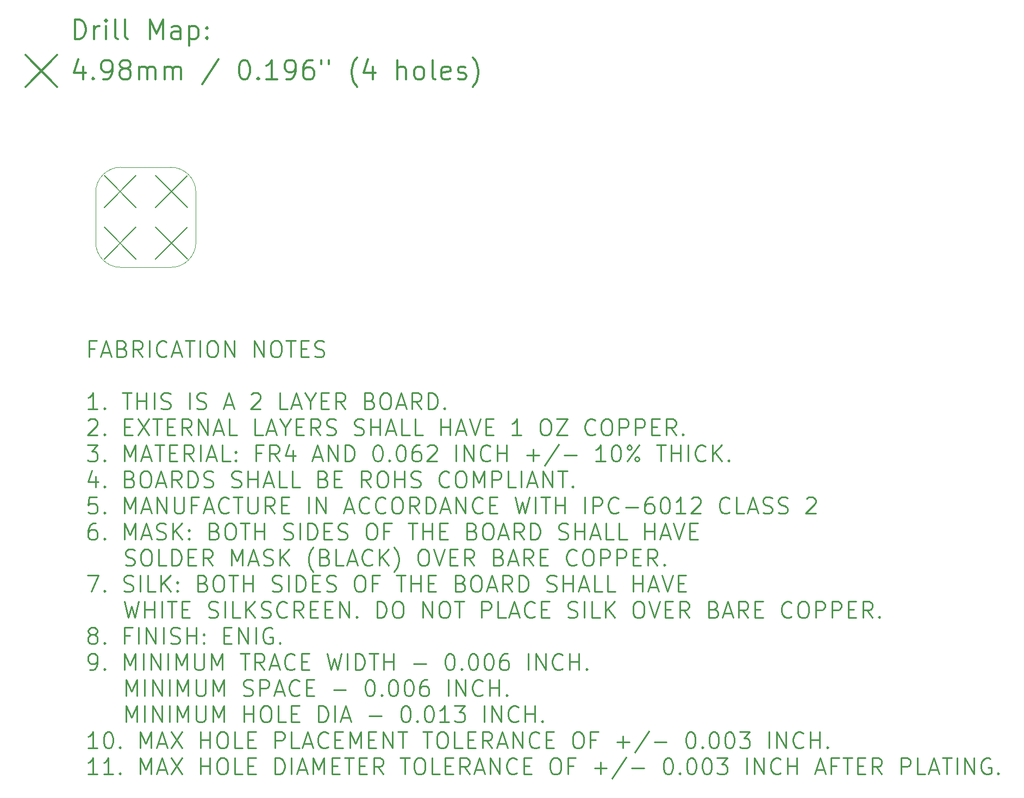
<source format=gbr>
G04 This is an RS-274x file exported by *
G04 gerbv version 2.6.0 *
G04 More information is available about gerbv at *
G04 http://gerbv.gpleda.org/ *
G04 --End of header info--*
%MOIN*%
%FSLAX34Y34*%
%IPPOS*%
G04 --Define apertures--*
%ADD10C,0.0050*%
%ADD11C,0.0079*%
%ADD12C,0.0118*%
%ADD13C,0.0138*%
%ADD14C,0.0016*%
%ADD15C,0.0100*%
G04 --Start main section--*
G54D11*
G01X0002870Y-010220D02*
G01X0004831Y-012180D01*
G01X0004831Y-010220D02*
G01X0002870Y-012180D01*
G01X0002870Y-013369D02*
G01X0004831Y-015330D01*
G01X0004831Y-013369D02*
G01X0002870Y-015330D01*
G01X0006020Y-010220D02*
G01X0007980Y-012180D01*
G01X0007980Y-010220D02*
G01X0006020Y-012180D01*
G01X0006020Y-013369D02*
G01X0007980Y-015330D01*
G01X0007980Y-013369D02*
G01X0006020Y-015330D01*
G54D12*
G01X0001069Y-001834D02*
G01X0001069Y-000652D01*
G01X0001069Y-000652D02*
G01X0001350Y-000652D01*
G01X0001350Y-000652D02*
G01X0001519Y-000709D01*
G01X0001519Y-000709D02*
G01X0001631Y-000821D01*
G01X0001631Y-000821D02*
G01X0001687Y-000934D01*
G01X0001687Y-000934D02*
G01X0001744Y-001159D01*
G01X0001744Y-001159D02*
G01X0001744Y-001327D01*
G01X0001744Y-001327D02*
G01X0001687Y-001552D01*
G01X0001687Y-001552D02*
G01X0001631Y-001665D01*
G01X0001631Y-001665D02*
G01X0001519Y-001777D01*
G01X0001519Y-001777D02*
G01X0001350Y-001834D01*
G01X0001350Y-001834D02*
G01X0001069Y-001834D01*
G01X0002250Y-001834D02*
G01X0002250Y-001046D01*
G01X0002250Y-001271D02*
G01X0002306Y-001159D01*
G01X0002306Y-001159D02*
G01X0002362Y-001102D01*
G01X0002362Y-001102D02*
G01X0002475Y-001046D01*
G01X0002475Y-001046D02*
G01X0002587Y-001046D01*
G01X0002981Y-001834D02*
G01X0002981Y-001046D01*
G01X0002981Y-000652D02*
G01X0002925Y-000709D01*
G01X0002925Y-000709D02*
G01X0002981Y-000765D01*
G01X0002981Y-000765D02*
G01X0003037Y-000709D01*
G01X0003037Y-000709D02*
G01X0002981Y-000652D01*
G01X0002981Y-000652D02*
G01X0002981Y-000765D01*
G01X0003712Y-001834D02*
G01X0003600Y-001777D01*
G01X0003600Y-001777D02*
G01X0003543Y-001665D01*
G01X0003543Y-001665D02*
G01X0003543Y-000652D01*
G01X0004331Y-001834D02*
G01X0004218Y-001777D01*
G01X0004218Y-001777D02*
G01X0004162Y-001665D01*
G01X0004162Y-001665D02*
G01X0004162Y-000652D01*
G01X0005681Y-001834D02*
G01X0005681Y-000652D01*
G01X0005681Y-000652D02*
G01X0006074Y-001496D01*
G01X0006074Y-001496D02*
G01X0006468Y-000652D01*
G01X0006468Y-000652D02*
G01X0006468Y-001834D01*
G01X0007537Y-001834D02*
G01X0007537Y-001215D01*
G01X0007537Y-001215D02*
G01X0007480Y-001102D01*
G01X0007480Y-001102D02*
G01X0007368Y-001046D01*
G01X0007368Y-001046D02*
G01X0007143Y-001046D01*
G01X0007143Y-001046D02*
G01X0007030Y-001102D01*
G01X0007537Y-001777D02*
G01X0007424Y-001834D01*
G01X0007424Y-001834D02*
G01X0007143Y-001834D01*
G01X0007143Y-001834D02*
G01X0007030Y-001777D01*
G01X0007030Y-001777D02*
G01X0006974Y-001665D01*
G01X0006974Y-001665D02*
G01X0006974Y-001552D01*
G01X0006974Y-001552D02*
G01X0007030Y-001440D01*
G01X0007030Y-001440D02*
G01X0007143Y-001384D01*
G01X0007143Y-001384D02*
G01X0007424Y-001384D01*
G01X0007424Y-001384D02*
G01X0007537Y-001327D01*
G01X0008099Y-001046D02*
G01X0008099Y-002227D01*
G01X0008099Y-001102D02*
G01X0008211Y-001046D01*
G01X0008211Y-001046D02*
G01X0008436Y-001046D01*
G01X0008436Y-001046D02*
G01X0008549Y-001102D01*
G01X0008549Y-001102D02*
G01X0008605Y-001159D01*
G01X0008605Y-001159D02*
G01X0008661Y-001271D01*
G01X0008661Y-001271D02*
G01X0008661Y-001609D01*
G01X0008661Y-001609D02*
G01X0008605Y-001721D01*
G01X0008605Y-001721D02*
G01X0008549Y-001777D01*
G01X0008549Y-001777D02*
G01X0008436Y-001834D01*
G01X0008436Y-001834D02*
G01X0008211Y-001834D01*
G01X0008211Y-001834D02*
G01X0008099Y-001777D01*
G01X0009168Y-001721D02*
G01X0009224Y-001777D01*
G01X0009224Y-001777D02*
G01X0009168Y-001834D01*
G01X0009168Y-001834D02*
G01X0009111Y-001777D01*
G01X0009111Y-001777D02*
G01X0009168Y-001721D01*
G01X0009168Y-001721D02*
G01X0009168Y-001834D01*
G01X0009168Y-001102D02*
G01X0009224Y-001159D01*
G01X0009224Y-001159D02*
G01X0009168Y-001215D01*
G01X0009168Y-001215D02*
G01X0009111Y-001159D01*
G01X0009111Y-001159D02*
G01X0009168Y-001102D01*
G01X0009168Y-001102D02*
G01X0009168Y-001215D01*
G01X-001961Y-002799D02*
G01X0000000Y-004760D01*
G01X0000000Y-002799D02*
G01X-001961Y-004760D01*
G01X0001575Y-003526D02*
G01X0001575Y-004314D01*
G01X0001294Y-003076D02*
G01X0001012Y-003920D01*
G01X0001012Y-003920D02*
G01X0001744Y-003920D01*
G01X0002193Y-004201D02*
G01X0002250Y-004258D01*
G01X0002250Y-004258D02*
G01X0002193Y-004314D01*
G01X0002193Y-004314D02*
G01X0002137Y-004258D01*
G01X0002137Y-004258D02*
G01X0002193Y-004201D01*
G01X0002193Y-004201D02*
G01X0002193Y-004314D01*
G01X0002812Y-004314D02*
G01X0003037Y-004314D01*
G01X0003037Y-004314D02*
G01X0003150Y-004258D01*
G01X0003150Y-004258D02*
G01X0003206Y-004201D01*
G01X0003206Y-004201D02*
G01X0003318Y-004033D01*
G01X0003318Y-004033D02*
G01X0003375Y-003808D01*
G01X0003375Y-003808D02*
G01X0003375Y-003358D01*
G01X0003375Y-003358D02*
G01X0003318Y-003245D01*
G01X0003318Y-003245D02*
G01X0003262Y-003189D01*
G01X0003262Y-003189D02*
G01X0003150Y-003133D01*
G01X0003150Y-003133D02*
G01X0002925Y-003133D01*
G01X0002925Y-003133D02*
G01X0002812Y-003189D01*
G01X0002812Y-003189D02*
G01X0002756Y-003245D01*
G01X0002756Y-003245D02*
G01X0002700Y-003358D01*
G01X0002700Y-003358D02*
G01X0002700Y-003639D01*
G01X0002700Y-003639D02*
G01X0002756Y-003751D01*
G01X0002756Y-003751D02*
G01X0002812Y-003808D01*
G01X0002812Y-003808D02*
G01X0002925Y-003864D01*
G01X0002925Y-003864D02*
G01X0003150Y-003864D01*
G01X0003150Y-003864D02*
G01X0003262Y-003808D01*
G01X0003262Y-003808D02*
G01X0003318Y-003751D01*
G01X0003318Y-003751D02*
G01X0003375Y-003639D01*
G01X0004049Y-003639D02*
G01X0003937Y-003583D01*
G01X0003937Y-003583D02*
G01X0003881Y-003526D01*
G01X0003881Y-003526D02*
G01X0003825Y-003414D01*
G01X0003825Y-003414D02*
G01X0003825Y-003358D01*
G01X0003825Y-003358D02*
G01X0003881Y-003245D01*
G01X0003881Y-003245D02*
G01X0003937Y-003189D01*
G01X0003937Y-003189D02*
G01X0004049Y-003133D01*
G01X0004049Y-003133D02*
G01X0004274Y-003133D01*
G01X0004274Y-003133D02*
G01X0004387Y-003189D01*
G01X0004387Y-003189D02*
G01X0004443Y-003245D01*
G01X0004443Y-003245D02*
G01X0004499Y-003358D01*
G01X0004499Y-003358D02*
G01X0004499Y-003414D01*
G01X0004499Y-003414D02*
G01X0004443Y-003526D01*
G01X0004443Y-003526D02*
G01X0004387Y-003583D01*
G01X0004387Y-003583D02*
G01X0004274Y-003639D01*
G01X0004274Y-003639D02*
G01X0004049Y-003639D01*
G01X0004049Y-003639D02*
G01X0003937Y-003695D01*
G01X0003937Y-003695D02*
G01X0003881Y-003751D01*
G01X0003881Y-003751D02*
G01X0003825Y-003864D01*
G01X0003825Y-003864D02*
G01X0003825Y-004089D01*
G01X0003825Y-004089D02*
G01X0003881Y-004201D01*
G01X0003881Y-004201D02*
G01X0003937Y-004258D01*
G01X0003937Y-004258D02*
G01X0004049Y-004314D01*
G01X0004049Y-004314D02*
G01X0004274Y-004314D01*
G01X0004274Y-004314D02*
G01X0004387Y-004258D01*
G01X0004387Y-004258D02*
G01X0004443Y-004201D01*
G01X0004443Y-004201D02*
G01X0004499Y-004089D01*
G01X0004499Y-004089D02*
G01X0004499Y-003864D01*
G01X0004499Y-003864D02*
G01X0004443Y-003751D01*
G01X0004443Y-003751D02*
G01X0004387Y-003695D01*
G01X0004387Y-003695D02*
G01X0004274Y-003639D01*
G01X0005006Y-004314D02*
G01X0005006Y-003526D01*
G01X0005006Y-003639D02*
G01X0005062Y-003583D01*
G01X0005062Y-003583D02*
G01X0005174Y-003526D01*
G01X0005174Y-003526D02*
G01X0005343Y-003526D01*
G01X0005343Y-003526D02*
G01X0005456Y-003583D01*
G01X0005456Y-003583D02*
G01X0005512Y-003695D01*
G01X0005512Y-003695D02*
G01X0005512Y-004314D01*
G01X0005512Y-003695D02*
G01X0005568Y-003583D01*
G01X0005568Y-003583D02*
G01X0005681Y-003526D01*
G01X0005681Y-003526D02*
G01X0005849Y-003526D01*
G01X0005849Y-003526D02*
G01X0005962Y-003583D01*
G01X0005962Y-003583D02*
G01X0006018Y-003695D01*
G01X0006018Y-003695D02*
G01X0006018Y-004314D01*
G01X0006580Y-004314D02*
G01X0006580Y-003526D01*
G01X0006580Y-003639D02*
G01X0006637Y-003583D01*
G01X0006637Y-003583D02*
G01X0006749Y-003526D01*
G01X0006749Y-003526D02*
G01X0006918Y-003526D01*
G01X0006918Y-003526D02*
G01X0007030Y-003583D01*
G01X0007030Y-003583D02*
G01X0007087Y-003695D01*
G01X0007087Y-003695D02*
G01X0007087Y-004314D01*
G01X0007087Y-003695D02*
G01X0007143Y-003583D01*
G01X0007143Y-003583D02*
G01X0007255Y-003526D01*
G01X0007255Y-003526D02*
G01X0007424Y-003526D01*
G01X0007424Y-003526D02*
G01X0007537Y-003583D01*
G01X0007537Y-003583D02*
G01X0007593Y-003695D01*
G01X0007593Y-003695D02*
G01X0007593Y-004314D01*
G01X0009899Y-003076D02*
G01X0008886Y-004595D01*
G01X0011417Y-003133D02*
G01X0011530Y-003133D01*
G01X0011530Y-003133D02*
G01X0011642Y-003189D01*
G01X0011642Y-003189D02*
G01X0011699Y-003245D01*
G01X0011699Y-003245D02*
G01X0011755Y-003358D01*
G01X0011755Y-003358D02*
G01X0011811Y-003583D01*
G01X0011811Y-003583D02*
G01X0011811Y-003864D01*
G01X0011811Y-003864D02*
G01X0011755Y-004089D01*
G01X0011755Y-004089D02*
G01X0011699Y-004201D01*
G01X0011699Y-004201D02*
G01X0011642Y-004258D01*
G01X0011642Y-004258D02*
G01X0011530Y-004314D01*
G01X0011530Y-004314D02*
G01X0011417Y-004314D01*
G01X0011417Y-004314D02*
G01X0011305Y-004258D01*
G01X0011305Y-004258D02*
G01X0011249Y-004201D01*
G01X0011249Y-004201D02*
G01X0011192Y-004089D01*
G01X0011192Y-004089D02*
G01X0011136Y-003864D01*
G01X0011136Y-003864D02*
G01X0011136Y-003583D01*
G01X0011136Y-003583D02*
G01X0011192Y-003358D01*
G01X0011192Y-003358D02*
G01X0011249Y-003245D01*
G01X0011249Y-003245D02*
G01X0011305Y-003189D01*
G01X0011305Y-003189D02*
G01X0011417Y-003133D01*
G01X0012317Y-004201D02*
G01X0012373Y-004258D01*
G01X0012373Y-004258D02*
G01X0012317Y-004314D01*
G01X0012317Y-004314D02*
G01X0012261Y-004258D01*
G01X0012261Y-004258D02*
G01X0012317Y-004201D01*
G01X0012317Y-004201D02*
G01X0012317Y-004314D01*
G01X0013498Y-004314D02*
G01X0012823Y-004314D01*
G01X0013161Y-004314D02*
G01X0013161Y-003133D01*
G01X0013161Y-003133D02*
G01X0013048Y-003301D01*
G01X0013048Y-003301D02*
G01X0012936Y-003414D01*
G01X0012936Y-003414D02*
G01X0012823Y-003470D01*
G01X0014061Y-004314D02*
G01X0014286Y-004314D01*
G01X0014286Y-004314D02*
G01X0014398Y-004258D01*
G01X0014398Y-004258D02*
G01X0014454Y-004201D01*
G01X0014454Y-004201D02*
G01X0014567Y-004033D01*
G01X0014567Y-004033D02*
G01X0014623Y-003808D01*
G01X0014623Y-003808D02*
G01X0014623Y-003358D01*
G01X0014623Y-003358D02*
G01X0014567Y-003245D01*
G01X0014567Y-003245D02*
G01X0014511Y-003189D01*
G01X0014511Y-003189D02*
G01X0014398Y-003133D01*
G01X0014398Y-003133D02*
G01X0014173Y-003133D01*
G01X0014173Y-003133D02*
G01X0014061Y-003189D01*
G01X0014061Y-003189D02*
G01X0014005Y-003245D01*
G01X0014005Y-003245D02*
G01X0013948Y-003358D01*
G01X0013948Y-003358D02*
G01X0013948Y-003639D01*
G01X0013948Y-003639D02*
G01X0014005Y-003751D01*
G01X0014005Y-003751D02*
G01X0014061Y-003808D01*
G01X0014061Y-003808D02*
G01X0014173Y-003864D01*
G01X0014173Y-003864D02*
G01X0014398Y-003864D01*
G01X0014398Y-003864D02*
G01X0014511Y-003808D01*
G01X0014511Y-003808D02*
G01X0014567Y-003751D01*
G01X0014567Y-003751D02*
G01X0014623Y-003639D01*
G01X0015636Y-003133D02*
G01X0015411Y-003133D01*
G01X0015411Y-003133D02*
G01X0015298Y-003189D01*
G01X0015298Y-003189D02*
G01X0015242Y-003245D01*
G01X0015242Y-003245D02*
G01X0015129Y-003414D01*
G01X0015129Y-003414D02*
G01X0015073Y-003639D01*
G01X0015073Y-003639D02*
G01X0015073Y-004089D01*
G01X0015073Y-004089D02*
G01X0015129Y-004201D01*
G01X0015129Y-004201D02*
G01X0015186Y-004258D01*
G01X0015186Y-004258D02*
G01X0015298Y-004314D01*
G01X0015298Y-004314D02*
G01X0015523Y-004314D01*
G01X0015523Y-004314D02*
G01X0015636Y-004258D01*
G01X0015636Y-004258D02*
G01X0015692Y-004201D01*
G01X0015692Y-004201D02*
G01X0015748Y-004089D01*
G01X0015748Y-004089D02*
G01X0015748Y-003808D01*
G01X0015748Y-003808D02*
G01X0015692Y-003695D01*
G01X0015692Y-003695D02*
G01X0015636Y-003639D01*
G01X0015636Y-003639D02*
G01X0015523Y-003583D01*
G01X0015523Y-003583D02*
G01X0015298Y-003583D01*
G01X0015298Y-003583D02*
G01X0015186Y-003639D01*
G01X0015186Y-003639D02*
G01X0015129Y-003695D01*
G01X0015129Y-003695D02*
G01X0015073Y-003808D01*
G01X0016198Y-003133D02*
G01X0016198Y-003358D01*
G01X0016648Y-003133D02*
G01X0016648Y-003358D01*
G01X0018391Y-004764D02*
G01X0018335Y-004708D01*
G01X0018335Y-004708D02*
G01X0018223Y-004539D01*
G01X0018223Y-004539D02*
G01X0018166Y-004426D01*
G01X0018166Y-004426D02*
G01X0018110Y-004258D01*
G01X0018110Y-004258D02*
G01X0018054Y-003976D01*
G01X0018054Y-003976D02*
G01X0018054Y-003751D01*
G01X0018054Y-003751D02*
G01X0018110Y-003470D01*
G01X0018110Y-003470D02*
G01X0018166Y-003301D01*
G01X0018166Y-003301D02*
G01X0018223Y-003189D01*
G01X0018223Y-003189D02*
G01X0018335Y-003020D01*
G01X0018335Y-003020D02*
G01X0018391Y-002964D01*
G01X0019348Y-003526D02*
G01X0019348Y-004314D01*
G01X0019066Y-003076D02*
G01X0018785Y-003920D01*
G01X0018785Y-003920D02*
G01X0019516Y-003920D01*
G01X0020866Y-004314D02*
G01X0020866Y-003133D01*
G01X0021372Y-004314D02*
G01X0021372Y-003695D01*
G01X0021372Y-003695D02*
G01X0021316Y-003583D01*
G01X0021316Y-003583D02*
G01X0021204Y-003526D01*
G01X0021204Y-003526D02*
G01X0021035Y-003526D01*
G01X0021035Y-003526D02*
G01X0020922Y-003583D01*
G01X0020922Y-003583D02*
G01X0020866Y-003639D01*
G01X0022103Y-004314D02*
G01X0021991Y-004258D01*
G01X0021991Y-004258D02*
G01X0021935Y-004201D01*
G01X0021935Y-004201D02*
G01X0021879Y-004089D01*
G01X0021879Y-004089D02*
G01X0021879Y-003751D01*
G01X0021879Y-003751D02*
G01X0021935Y-003639D01*
G01X0021935Y-003639D02*
G01X0021991Y-003583D01*
G01X0021991Y-003583D02*
G01X0022103Y-003526D01*
G01X0022103Y-003526D02*
G01X0022272Y-003526D01*
G01X0022272Y-003526D02*
G01X0022385Y-003583D01*
G01X0022385Y-003583D02*
G01X0022441Y-003639D01*
G01X0022441Y-003639D02*
G01X0022497Y-003751D01*
G01X0022497Y-003751D02*
G01X0022497Y-004089D01*
G01X0022497Y-004089D02*
G01X0022441Y-004201D01*
G01X0022441Y-004201D02*
G01X0022385Y-004258D01*
G01X0022385Y-004258D02*
G01X0022272Y-004314D01*
G01X0022272Y-004314D02*
G01X0022103Y-004314D01*
G01X0023172Y-004314D02*
G01X0023060Y-004258D01*
G01X0023060Y-004258D02*
G01X0023003Y-004145D01*
G01X0023003Y-004145D02*
G01X0023003Y-003133D01*
G01X0024072Y-004258D02*
G01X0023960Y-004314D01*
G01X0023960Y-004314D02*
G01X0023735Y-004314D01*
G01X0023735Y-004314D02*
G01X0023622Y-004258D01*
G01X0023622Y-004258D02*
G01X0023566Y-004145D01*
G01X0023566Y-004145D02*
G01X0023566Y-003695D01*
G01X0023566Y-003695D02*
G01X0023622Y-003583D01*
G01X0023622Y-003583D02*
G01X0023735Y-003526D01*
G01X0023735Y-003526D02*
G01X0023960Y-003526D01*
G01X0023960Y-003526D02*
G01X0024072Y-003583D01*
G01X0024072Y-003583D02*
G01X0024128Y-003695D01*
G01X0024128Y-003695D02*
G01X0024128Y-003808D01*
G01X0024128Y-003808D02*
G01X0023566Y-003920D01*
G01X0024578Y-004258D02*
G01X0024691Y-004314D01*
G01X0024691Y-004314D02*
G01X0024916Y-004314D01*
G01X0024916Y-004314D02*
G01X0025028Y-004258D01*
G01X0025028Y-004258D02*
G01X0025084Y-004145D01*
G01X0025084Y-004145D02*
G01X0025084Y-004089D01*
G01X0025084Y-004089D02*
G01X0025028Y-003976D01*
G01X0025028Y-003976D02*
G01X0024916Y-003920D01*
G01X0024916Y-003920D02*
G01X0024747Y-003920D01*
G01X0024747Y-003920D02*
G01X0024634Y-003864D01*
G01X0024634Y-003864D02*
G01X0024578Y-003751D01*
G01X0024578Y-003751D02*
G01X0024578Y-003695D01*
G01X0024578Y-003695D02*
G01X0024634Y-003583D01*
G01X0024634Y-003583D02*
G01X0024747Y-003526D01*
G01X0024747Y-003526D02*
G01X0024916Y-003526D01*
G01X0024916Y-003526D02*
G01X0025028Y-003583D01*
G01X0025478Y-004764D02*
G01X0025534Y-004708D01*
G01X0025534Y-004708D02*
G01X0025647Y-004539D01*
G01X0025647Y-004539D02*
G01X0025703Y-004426D01*
G01X0025703Y-004426D02*
G01X0025759Y-004258D01*
G01X0025759Y-004258D02*
G01X0025816Y-003976D01*
G01X0025816Y-003976D02*
G01X0025816Y-003751D01*
G01X0025816Y-003751D02*
G01X0025759Y-003470D01*
G01X0025759Y-003470D02*
G01X0025703Y-003301D01*
G01X0025703Y-003301D02*
G01X0025647Y-003189D01*
G01X0025647Y-003189D02*
G01X0025534Y-003020D01*
G01X0025534Y-003020D02*
G01X0025478Y-002964D01*
G01X0000000Y0000000D02*
G54D14*
G01X0006961Y-009704D02*
G01X0003890Y-009704D01*
G01X0006961Y-015846D02*
G01X0003890Y-015846D01*
G01X0008496Y-014310D02*
G01X0008496Y-011239D01*
G01X0002354Y-014310D02*
G01X0002354Y-011239D01*
G01X0008496Y-011239D02*
G75*
G03X0006961Y-009704I-001535J0000000D01*
G01X0006961Y-015846D02*
G75*
G03X0008496Y-014310I0000000J0001535D01*
G01X0002354Y-014310D02*
G75*
G03X0003890Y-015846I0001535J0000000D01*
G01X0003890Y-009704D02*
G75*
G03X0002354Y-011239I0000000J-001535D01*
G01X0000000Y0000000D02*
G54D15*
G01X0002271Y-020829D02*
G01X0001938Y-020829D01*
G01X0001938Y-021352D02*
G01X0001938Y-020352D01*
G01X0001938Y-020352D02*
G01X0002414Y-020352D01*
G01X0002748Y-021067D02*
G01X0003224Y-021067D01*
G01X0002652Y-021352D02*
G01X0002986Y-020352D01*
G01X0002986Y-020352D02*
G01X0003319Y-021352D01*
G01X0003986Y-020829D02*
G01X0004129Y-020876D01*
G01X0004129Y-020876D02*
G01X0004176Y-020924D01*
G01X0004176Y-020924D02*
G01X0004224Y-021019D01*
G01X0004224Y-021019D02*
G01X0004224Y-021162D01*
G01X0004224Y-021162D02*
G01X0004176Y-021257D01*
G01X0004176Y-021257D02*
G01X0004129Y-021305D01*
G01X0004129Y-021305D02*
G01X0004033Y-021352D01*
G01X0004033Y-021352D02*
G01X0003652Y-021352D01*
G01X0003652Y-021352D02*
G01X0003652Y-020352D01*
G01X0003652Y-020352D02*
G01X0003986Y-020352D01*
G01X0003986Y-020352D02*
G01X0004081Y-020400D01*
G01X0004081Y-020400D02*
G01X0004129Y-020448D01*
G01X0004129Y-020448D02*
G01X0004176Y-020543D01*
G01X0004176Y-020543D02*
G01X0004176Y-020638D01*
G01X0004176Y-020638D02*
G01X0004129Y-020733D01*
G01X0004129Y-020733D02*
G01X0004081Y-020781D01*
G01X0004081Y-020781D02*
G01X0003986Y-020829D01*
G01X0003986Y-020829D02*
G01X0003652Y-020829D01*
G01X0005224Y-021352D02*
G01X0004890Y-020876D01*
G01X0004652Y-021352D02*
G01X0004652Y-020352D01*
G01X0004652Y-020352D02*
G01X0005033Y-020352D01*
G01X0005033Y-020352D02*
G01X0005129Y-020400D01*
G01X0005129Y-020400D02*
G01X0005176Y-020448D01*
G01X0005176Y-020448D02*
G01X0005224Y-020543D01*
G01X0005224Y-020543D02*
G01X0005224Y-020686D01*
G01X0005224Y-020686D02*
G01X0005176Y-020781D01*
G01X0005176Y-020781D02*
G01X0005129Y-020829D01*
G01X0005129Y-020829D02*
G01X0005033Y-020876D01*
G01X0005033Y-020876D02*
G01X0004652Y-020876D01*
G01X0005652Y-021352D02*
G01X0005652Y-020352D01*
G01X0006700Y-021257D02*
G01X0006652Y-021305D01*
G01X0006652Y-021305D02*
G01X0006510Y-021352D01*
G01X0006510Y-021352D02*
G01X0006414Y-021352D01*
G01X0006414Y-021352D02*
G01X0006271Y-021305D01*
G01X0006271Y-021305D02*
G01X0006176Y-021210D01*
G01X0006176Y-021210D02*
G01X0006129Y-021114D01*
G01X0006129Y-021114D02*
G01X0006081Y-020924D01*
G01X0006081Y-020924D02*
G01X0006081Y-020781D01*
G01X0006081Y-020781D02*
G01X0006129Y-020590D01*
G01X0006129Y-020590D02*
G01X0006176Y-020495D01*
G01X0006176Y-020495D02*
G01X0006271Y-020400D01*
G01X0006271Y-020400D02*
G01X0006414Y-020352D01*
G01X0006414Y-020352D02*
G01X0006510Y-020352D01*
G01X0006510Y-020352D02*
G01X0006652Y-020400D01*
G01X0006652Y-020400D02*
G01X0006700Y-020448D01*
G01X0007081Y-021067D02*
G01X0007557Y-021067D01*
G01X0006986Y-021352D02*
G01X0007319Y-020352D01*
G01X0007319Y-020352D02*
G01X0007652Y-021352D01*
G01X0007843Y-020352D02*
G01X0008414Y-020352D01*
G01X0008129Y-021352D02*
G01X0008129Y-020352D01*
G01X0008748Y-021352D02*
G01X0008748Y-020352D01*
G01X0009414Y-020352D02*
G01X0009605Y-020352D01*
G01X0009605Y-020352D02*
G01X0009700Y-020400D01*
G01X0009700Y-020400D02*
G01X0009795Y-020495D01*
G01X0009795Y-020495D02*
G01X0009843Y-020686D01*
G01X0009843Y-020686D02*
G01X0009843Y-021019D01*
G01X0009843Y-021019D02*
G01X0009795Y-021210D01*
G01X0009795Y-021210D02*
G01X0009700Y-021305D01*
G01X0009700Y-021305D02*
G01X0009605Y-021352D01*
G01X0009605Y-021352D02*
G01X0009414Y-021352D01*
G01X0009414Y-021352D02*
G01X0009319Y-021305D01*
G01X0009319Y-021305D02*
G01X0009224Y-021210D01*
G01X0009224Y-021210D02*
G01X0009176Y-021019D01*
G01X0009176Y-021019D02*
G01X0009176Y-020686D01*
G01X0009176Y-020686D02*
G01X0009224Y-020495D01*
G01X0009224Y-020495D02*
G01X0009319Y-020400D01*
G01X0009319Y-020400D02*
G01X0009414Y-020352D01*
G01X0010271Y-021352D02*
G01X0010271Y-020352D01*
G01X0010271Y-020352D02*
G01X0010843Y-021352D01*
G01X0010843Y-021352D02*
G01X0010843Y-020352D01*
G01X0012081Y-021352D02*
G01X0012081Y-020352D01*
G01X0012081Y-020352D02*
G01X0012652Y-021352D01*
G01X0012652Y-021352D02*
G01X0012652Y-020352D01*
G01X0013319Y-020352D02*
G01X0013510Y-020352D01*
G01X0013510Y-020352D02*
G01X0013605Y-020400D01*
G01X0013605Y-020400D02*
G01X0013700Y-020495D01*
G01X0013700Y-020495D02*
G01X0013748Y-020686D01*
G01X0013748Y-020686D02*
G01X0013748Y-021019D01*
G01X0013748Y-021019D02*
G01X0013700Y-021210D01*
G01X0013700Y-021210D02*
G01X0013605Y-021305D01*
G01X0013605Y-021305D02*
G01X0013510Y-021352D01*
G01X0013510Y-021352D02*
G01X0013319Y-021352D01*
G01X0013319Y-021352D02*
G01X0013224Y-021305D01*
G01X0013224Y-021305D02*
G01X0013129Y-021210D01*
G01X0013129Y-021210D02*
G01X0013081Y-021019D01*
G01X0013081Y-021019D02*
G01X0013081Y-020686D01*
G01X0013081Y-020686D02*
G01X0013129Y-020495D01*
G01X0013129Y-020495D02*
G01X0013224Y-020400D01*
G01X0013224Y-020400D02*
G01X0013319Y-020352D01*
G01X0014033Y-020352D02*
G01X0014605Y-020352D01*
G01X0014319Y-021352D02*
G01X0014319Y-020352D01*
G01X0014938Y-020829D02*
G01X0015271Y-020829D01*
G01X0015414Y-021352D02*
G01X0014938Y-021352D01*
G01X0014938Y-021352D02*
G01X0014938Y-020352D01*
G01X0014938Y-020352D02*
G01X0015414Y-020352D01*
G01X0015795Y-021305D02*
G01X0015938Y-021352D01*
G01X0015938Y-021352D02*
G01X0016176Y-021352D01*
G01X0016176Y-021352D02*
G01X0016271Y-021305D01*
G01X0016271Y-021305D02*
G01X0016319Y-021257D01*
G01X0016319Y-021257D02*
G01X0016367Y-021162D01*
G01X0016367Y-021162D02*
G01X0016367Y-021067D01*
G01X0016367Y-021067D02*
G01X0016319Y-020971D01*
G01X0016319Y-020971D02*
G01X0016271Y-020924D01*
G01X0016271Y-020924D02*
G01X0016176Y-020876D01*
G01X0016176Y-020876D02*
G01X0015986Y-020829D01*
G01X0015986Y-020829D02*
G01X0015890Y-020781D01*
G01X0015890Y-020781D02*
G01X0015843Y-020733D01*
G01X0015843Y-020733D02*
G01X0015795Y-020638D01*
G01X0015795Y-020638D02*
G01X0015795Y-020543D01*
G01X0015795Y-020543D02*
G01X0015843Y-020448D01*
G01X0015843Y-020448D02*
G01X0015890Y-020400D01*
G01X0015890Y-020400D02*
G01X0015986Y-020352D01*
G01X0015986Y-020352D02*
G01X0016224Y-020352D01*
G01X0016224Y-020352D02*
G01X0016367Y-020400D01*
G01X0002462Y-024552D02*
G01X0001890Y-024552D01*
G01X0002176Y-024552D02*
G01X0002176Y-023552D01*
G01X0002176Y-023552D02*
G01X0002081Y-023695D01*
G01X0002081Y-023695D02*
G01X0001986Y-023790D01*
G01X0001986Y-023790D02*
G01X0001890Y-023838D01*
G01X0002890Y-024457D02*
G01X0002938Y-024505D01*
G01X0002938Y-024505D02*
G01X0002890Y-024552D01*
G01X0002890Y-024552D02*
G01X0002843Y-024505D01*
G01X0002843Y-024505D02*
G01X0002890Y-024457D01*
G01X0002890Y-024457D02*
G01X0002890Y-024552D01*
G01X0003986Y-023552D02*
G01X0004557Y-023552D01*
G01X0004271Y-024552D02*
G01X0004271Y-023552D01*
G01X0004890Y-024552D02*
G01X0004890Y-023552D01*
G01X0004890Y-024029D02*
G01X0005462Y-024029D01*
G01X0005462Y-024552D02*
G01X0005462Y-023552D01*
G01X0005938Y-024552D02*
G01X0005938Y-023552D01*
G01X0006367Y-024505D02*
G01X0006510Y-024552D01*
G01X0006510Y-024552D02*
G01X0006748Y-024552D01*
G01X0006748Y-024552D02*
G01X0006843Y-024505D01*
G01X0006843Y-024505D02*
G01X0006890Y-024457D01*
G01X0006890Y-024457D02*
G01X0006938Y-024362D01*
G01X0006938Y-024362D02*
G01X0006938Y-024267D01*
G01X0006938Y-024267D02*
G01X0006890Y-024171D01*
G01X0006890Y-024171D02*
G01X0006843Y-024124D01*
G01X0006843Y-024124D02*
G01X0006748Y-024076D01*
G01X0006748Y-024076D02*
G01X0006557Y-024029D01*
G01X0006557Y-024029D02*
G01X0006462Y-023981D01*
G01X0006462Y-023981D02*
G01X0006414Y-023933D01*
G01X0006414Y-023933D02*
G01X0006367Y-023838D01*
G01X0006367Y-023838D02*
G01X0006367Y-023743D01*
G01X0006367Y-023743D02*
G01X0006414Y-023648D01*
G01X0006414Y-023648D02*
G01X0006462Y-023600D01*
G01X0006462Y-023600D02*
G01X0006557Y-023552D01*
G01X0006557Y-023552D02*
G01X0006795Y-023552D01*
G01X0006795Y-023552D02*
G01X0006938Y-023600D01*
G01X0008129Y-024552D02*
G01X0008129Y-023552D01*
G01X0008557Y-024505D02*
G01X0008700Y-024552D01*
G01X0008700Y-024552D02*
G01X0008938Y-024552D01*
G01X0008938Y-024552D02*
G01X0009033Y-024505D01*
G01X0009033Y-024505D02*
G01X0009081Y-024457D01*
G01X0009081Y-024457D02*
G01X0009129Y-024362D01*
G01X0009129Y-024362D02*
G01X0009129Y-024267D01*
G01X0009129Y-024267D02*
G01X0009081Y-024171D01*
G01X0009081Y-024171D02*
G01X0009033Y-024124D01*
G01X0009033Y-024124D02*
G01X0008938Y-024076D01*
G01X0008938Y-024076D02*
G01X0008748Y-024029D01*
G01X0008748Y-024029D02*
G01X0008652Y-023981D01*
G01X0008652Y-023981D02*
G01X0008605Y-023933D01*
G01X0008605Y-023933D02*
G01X0008557Y-023838D01*
G01X0008557Y-023838D02*
G01X0008557Y-023743D01*
G01X0008557Y-023743D02*
G01X0008605Y-023648D01*
G01X0008605Y-023648D02*
G01X0008652Y-023600D01*
G01X0008652Y-023600D02*
G01X0008748Y-023552D01*
G01X0008748Y-023552D02*
G01X0008986Y-023552D01*
G01X0008986Y-023552D02*
G01X0009129Y-023600D01*
G01X0010271Y-024267D02*
G01X0010748Y-024267D01*
G01X0010176Y-024552D02*
G01X0010510Y-023552D01*
G01X0010510Y-023552D02*
G01X0010843Y-024552D01*
G01X0011890Y-023648D02*
G01X0011938Y-023600D01*
G01X0011938Y-023600D02*
G01X0012033Y-023552D01*
G01X0012033Y-023552D02*
G01X0012271Y-023552D01*
G01X0012271Y-023552D02*
G01X0012367Y-023600D01*
G01X0012367Y-023600D02*
G01X0012414Y-023648D01*
G01X0012414Y-023648D02*
G01X0012462Y-023743D01*
G01X0012462Y-023743D02*
G01X0012462Y-023838D01*
G01X0012462Y-023838D02*
G01X0012414Y-023981D01*
G01X0012414Y-023981D02*
G01X0011843Y-024552D01*
G01X0011843Y-024552D02*
G01X0012462Y-024552D01*
G01X0014129Y-024552D02*
G01X0013652Y-024552D01*
G01X0013652Y-024552D02*
G01X0013652Y-023552D01*
G01X0014414Y-024267D02*
G01X0014890Y-024267D01*
G01X0014319Y-024552D02*
G01X0014652Y-023552D01*
G01X0014652Y-023552D02*
G01X0014986Y-024552D01*
G01X0015510Y-024076D02*
G01X0015510Y-024552D01*
G01X0015176Y-023552D02*
G01X0015510Y-024076D01*
G01X0015510Y-024076D02*
G01X0015843Y-023552D01*
G01X0016176Y-024029D02*
G01X0016510Y-024029D01*
G01X0016652Y-024552D02*
G01X0016176Y-024552D01*
G01X0016176Y-024552D02*
G01X0016176Y-023552D01*
G01X0016176Y-023552D02*
G01X0016652Y-023552D01*
G01X0017652Y-024552D02*
G01X0017319Y-024076D01*
G01X0017081Y-024552D02*
G01X0017081Y-023552D01*
G01X0017081Y-023552D02*
G01X0017462Y-023552D01*
G01X0017462Y-023552D02*
G01X0017557Y-023600D01*
G01X0017557Y-023600D02*
G01X0017605Y-023648D01*
G01X0017605Y-023648D02*
G01X0017652Y-023743D01*
G01X0017652Y-023743D02*
G01X0017652Y-023886D01*
G01X0017652Y-023886D02*
G01X0017605Y-023981D01*
G01X0017605Y-023981D02*
G01X0017557Y-024029D01*
G01X0017557Y-024029D02*
G01X0017462Y-024076D01*
G01X0017462Y-024076D02*
G01X0017081Y-024076D01*
G01X0019176Y-024029D02*
G01X0019319Y-024076D01*
G01X0019319Y-024076D02*
G01X0019367Y-024124D01*
G01X0019367Y-024124D02*
G01X0019414Y-024219D01*
G01X0019414Y-024219D02*
G01X0019414Y-024362D01*
G01X0019414Y-024362D02*
G01X0019367Y-024457D01*
G01X0019367Y-024457D02*
G01X0019319Y-024505D01*
G01X0019319Y-024505D02*
G01X0019224Y-024552D01*
G01X0019224Y-024552D02*
G01X0018843Y-024552D01*
G01X0018843Y-024552D02*
G01X0018843Y-023552D01*
G01X0018843Y-023552D02*
G01X0019176Y-023552D01*
G01X0019176Y-023552D02*
G01X0019271Y-023600D01*
G01X0019271Y-023600D02*
G01X0019319Y-023648D01*
G01X0019319Y-023648D02*
G01X0019367Y-023743D01*
G01X0019367Y-023743D02*
G01X0019367Y-023838D01*
G01X0019367Y-023838D02*
G01X0019319Y-023933D01*
G01X0019319Y-023933D02*
G01X0019271Y-023981D01*
G01X0019271Y-023981D02*
G01X0019176Y-024029D01*
G01X0019176Y-024029D02*
G01X0018843Y-024029D01*
G01X0020033Y-023552D02*
G01X0020224Y-023552D01*
G01X0020224Y-023552D02*
G01X0020319Y-023600D01*
G01X0020319Y-023600D02*
G01X0020414Y-023695D01*
G01X0020414Y-023695D02*
G01X0020462Y-023886D01*
G01X0020462Y-023886D02*
G01X0020462Y-024219D01*
G01X0020462Y-024219D02*
G01X0020414Y-024410D01*
G01X0020414Y-024410D02*
G01X0020319Y-024505D01*
G01X0020319Y-024505D02*
G01X0020224Y-024552D01*
G01X0020224Y-024552D02*
G01X0020033Y-024552D01*
G01X0020033Y-024552D02*
G01X0019938Y-024505D01*
G01X0019938Y-024505D02*
G01X0019843Y-024410D01*
G01X0019843Y-024410D02*
G01X0019795Y-024219D01*
G01X0019795Y-024219D02*
G01X0019795Y-023886D01*
G01X0019795Y-023886D02*
G01X0019843Y-023695D01*
G01X0019843Y-023695D02*
G01X0019938Y-023600D01*
G01X0019938Y-023600D02*
G01X0020033Y-023552D01*
G01X0020843Y-024267D02*
G01X0021319Y-024267D01*
G01X0020748Y-024552D02*
G01X0021081Y-023552D01*
G01X0021081Y-023552D02*
G01X0021414Y-024552D01*
G01X0022319Y-024552D02*
G01X0021986Y-024076D01*
G01X0021748Y-024552D02*
G01X0021748Y-023552D01*
G01X0021748Y-023552D02*
G01X0022129Y-023552D01*
G01X0022129Y-023552D02*
G01X0022224Y-023600D01*
G01X0022224Y-023600D02*
G01X0022271Y-023648D01*
G01X0022271Y-023648D02*
G01X0022319Y-023743D01*
G01X0022319Y-023743D02*
G01X0022319Y-023886D01*
G01X0022319Y-023886D02*
G01X0022271Y-023981D01*
G01X0022271Y-023981D02*
G01X0022224Y-024029D01*
G01X0022224Y-024029D02*
G01X0022129Y-024076D01*
G01X0022129Y-024076D02*
G01X0021748Y-024076D01*
G01X0022748Y-024552D02*
G01X0022748Y-023552D01*
G01X0022748Y-023552D02*
G01X0022986Y-023552D01*
G01X0022986Y-023552D02*
G01X0023129Y-023600D01*
G01X0023129Y-023600D02*
G01X0023224Y-023695D01*
G01X0023224Y-023695D02*
G01X0023271Y-023790D01*
G01X0023271Y-023790D02*
G01X0023319Y-023981D01*
G01X0023319Y-023981D02*
G01X0023319Y-024124D01*
G01X0023319Y-024124D02*
G01X0023271Y-024314D01*
G01X0023271Y-024314D02*
G01X0023224Y-024410D01*
G01X0023224Y-024410D02*
G01X0023129Y-024505D01*
G01X0023129Y-024505D02*
G01X0022986Y-024552D01*
G01X0022986Y-024552D02*
G01X0022748Y-024552D01*
G01X0023748Y-024457D02*
G01X0023795Y-024505D01*
G01X0023795Y-024505D02*
G01X0023748Y-024552D01*
G01X0023748Y-024552D02*
G01X0023700Y-024505D01*
G01X0023700Y-024505D02*
G01X0023748Y-024457D01*
G01X0023748Y-024457D02*
G01X0023748Y-024552D01*
G01X0001890Y-025248D02*
G01X0001938Y-025200D01*
G01X0001938Y-025200D02*
G01X0002033Y-025152D01*
G01X0002033Y-025152D02*
G01X0002271Y-025152D01*
G01X0002271Y-025152D02*
G01X0002367Y-025200D01*
G01X0002367Y-025200D02*
G01X0002414Y-025248D01*
G01X0002414Y-025248D02*
G01X0002462Y-025343D01*
G01X0002462Y-025343D02*
G01X0002462Y-025438D01*
G01X0002462Y-025438D02*
G01X0002414Y-025581D01*
G01X0002414Y-025581D02*
G01X0001843Y-026152D01*
G01X0001843Y-026152D02*
G01X0002462Y-026152D01*
G01X0002890Y-026057D02*
G01X0002938Y-026105D01*
G01X0002938Y-026105D02*
G01X0002890Y-026152D01*
G01X0002890Y-026152D02*
G01X0002843Y-026105D01*
G01X0002843Y-026105D02*
G01X0002890Y-026057D01*
G01X0002890Y-026057D02*
G01X0002890Y-026152D01*
G01X0004129Y-025629D02*
G01X0004462Y-025629D01*
G01X0004605Y-026152D02*
G01X0004129Y-026152D01*
G01X0004129Y-026152D02*
G01X0004129Y-025152D01*
G01X0004129Y-025152D02*
G01X0004605Y-025152D01*
G01X0004938Y-025152D02*
G01X0005605Y-026152D01*
G01X0005605Y-025152D02*
G01X0004938Y-026152D01*
G01X0005843Y-025152D02*
G01X0006414Y-025152D01*
G01X0006129Y-026152D02*
G01X0006129Y-025152D01*
G01X0006748Y-025629D02*
G01X0007081Y-025629D01*
G01X0007224Y-026152D02*
G01X0006748Y-026152D01*
G01X0006748Y-026152D02*
G01X0006748Y-025152D01*
G01X0006748Y-025152D02*
G01X0007224Y-025152D01*
G01X0008224Y-026152D02*
G01X0007890Y-025676D01*
G01X0007652Y-026152D02*
G01X0007652Y-025152D01*
G01X0007652Y-025152D02*
G01X0008033Y-025152D01*
G01X0008033Y-025152D02*
G01X0008129Y-025200D01*
G01X0008129Y-025200D02*
G01X0008176Y-025248D01*
G01X0008176Y-025248D02*
G01X0008224Y-025343D01*
G01X0008224Y-025343D02*
G01X0008224Y-025486D01*
G01X0008224Y-025486D02*
G01X0008176Y-025581D01*
G01X0008176Y-025581D02*
G01X0008129Y-025629D01*
G01X0008129Y-025629D02*
G01X0008033Y-025676D01*
G01X0008033Y-025676D02*
G01X0007652Y-025676D01*
G01X0008652Y-026152D02*
G01X0008652Y-025152D01*
G01X0008652Y-025152D02*
G01X0009224Y-026152D01*
G01X0009224Y-026152D02*
G01X0009224Y-025152D01*
G01X0009652Y-025867D02*
G01X0010129Y-025867D01*
G01X0009557Y-026152D02*
G01X0009890Y-025152D01*
G01X0009890Y-025152D02*
G01X0010224Y-026152D01*
G01X0011033Y-026152D02*
G01X0010557Y-026152D01*
G01X0010557Y-026152D02*
G01X0010557Y-025152D01*
G01X0012605Y-026152D02*
G01X0012129Y-026152D01*
G01X0012129Y-026152D02*
G01X0012129Y-025152D01*
G01X0012890Y-025867D02*
G01X0013367Y-025867D01*
G01X0012795Y-026152D02*
G01X0013129Y-025152D01*
G01X0013129Y-025152D02*
G01X0013462Y-026152D01*
G01X0013986Y-025676D02*
G01X0013986Y-026152D01*
G01X0013652Y-025152D02*
G01X0013986Y-025676D01*
G01X0013986Y-025676D02*
G01X0014319Y-025152D01*
G01X0014652Y-025629D02*
G01X0014986Y-025629D01*
G01X0015129Y-026152D02*
G01X0014652Y-026152D01*
G01X0014652Y-026152D02*
G01X0014652Y-025152D01*
G01X0014652Y-025152D02*
G01X0015129Y-025152D01*
G01X0016129Y-026152D02*
G01X0015795Y-025676D01*
G01X0015557Y-026152D02*
G01X0015557Y-025152D01*
G01X0015557Y-025152D02*
G01X0015938Y-025152D01*
G01X0015938Y-025152D02*
G01X0016033Y-025200D01*
G01X0016033Y-025200D02*
G01X0016081Y-025248D01*
G01X0016081Y-025248D02*
G01X0016129Y-025343D01*
G01X0016129Y-025343D02*
G01X0016129Y-025486D01*
G01X0016129Y-025486D02*
G01X0016081Y-025581D01*
G01X0016081Y-025581D02*
G01X0016033Y-025629D01*
G01X0016033Y-025629D02*
G01X0015938Y-025676D01*
G01X0015938Y-025676D02*
G01X0015557Y-025676D01*
G01X0016510Y-026105D02*
G01X0016652Y-026152D01*
G01X0016652Y-026152D02*
G01X0016890Y-026152D01*
G01X0016890Y-026152D02*
G01X0016986Y-026105D01*
G01X0016986Y-026105D02*
G01X0017033Y-026057D01*
G01X0017033Y-026057D02*
G01X0017081Y-025962D01*
G01X0017081Y-025962D02*
G01X0017081Y-025867D01*
G01X0017081Y-025867D02*
G01X0017033Y-025771D01*
G01X0017033Y-025771D02*
G01X0016986Y-025724D01*
G01X0016986Y-025724D02*
G01X0016890Y-025676D01*
G01X0016890Y-025676D02*
G01X0016700Y-025629D01*
G01X0016700Y-025629D02*
G01X0016605Y-025581D01*
G01X0016605Y-025581D02*
G01X0016557Y-025533D01*
G01X0016557Y-025533D02*
G01X0016510Y-025438D01*
G01X0016510Y-025438D02*
G01X0016510Y-025343D01*
G01X0016510Y-025343D02*
G01X0016557Y-025248D01*
G01X0016557Y-025248D02*
G01X0016605Y-025200D01*
G01X0016605Y-025200D02*
G01X0016700Y-025152D01*
G01X0016700Y-025152D02*
G01X0016938Y-025152D01*
G01X0016938Y-025152D02*
G01X0017081Y-025200D01*
G01X0018224Y-026105D02*
G01X0018367Y-026152D01*
G01X0018367Y-026152D02*
G01X0018605Y-026152D01*
G01X0018605Y-026152D02*
G01X0018700Y-026105D01*
G01X0018700Y-026105D02*
G01X0018748Y-026057D01*
G01X0018748Y-026057D02*
G01X0018795Y-025962D01*
G01X0018795Y-025962D02*
G01X0018795Y-025867D01*
G01X0018795Y-025867D02*
G01X0018748Y-025771D01*
G01X0018748Y-025771D02*
G01X0018700Y-025724D01*
G01X0018700Y-025724D02*
G01X0018605Y-025676D01*
G01X0018605Y-025676D02*
G01X0018414Y-025629D01*
G01X0018414Y-025629D02*
G01X0018319Y-025581D01*
G01X0018319Y-025581D02*
G01X0018271Y-025533D01*
G01X0018271Y-025533D02*
G01X0018224Y-025438D01*
G01X0018224Y-025438D02*
G01X0018224Y-025343D01*
G01X0018224Y-025343D02*
G01X0018271Y-025248D01*
G01X0018271Y-025248D02*
G01X0018319Y-025200D01*
G01X0018319Y-025200D02*
G01X0018414Y-025152D01*
G01X0018414Y-025152D02*
G01X0018652Y-025152D01*
G01X0018652Y-025152D02*
G01X0018795Y-025200D01*
G01X0019224Y-026152D02*
G01X0019224Y-025152D01*
G01X0019224Y-025629D02*
G01X0019795Y-025629D01*
G01X0019795Y-026152D02*
G01X0019795Y-025152D01*
G01X0020224Y-025867D02*
G01X0020700Y-025867D01*
G01X0020129Y-026152D02*
G01X0020462Y-025152D01*
G01X0020462Y-025152D02*
G01X0020795Y-026152D01*
G01X0021605Y-026152D02*
G01X0021129Y-026152D01*
G01X0021129Y-026152D02*
G01X0021129Y-025152D01*
G01X0022414Y-026152D02*
G01X0021938Y-026152D01*
G01X0021938Y-026152D02*
G01X0021938Y-025152D01*
G01X0023510Y-026152D02*
G01X0023510Y-025152D01*
G01X0023510Y-025629D02*
G01X0024081Y-025629D01*
G01X0024081Y-026152D02*
G01X0024081Y-025152D01*
G01X0024510Y-025867D02*
G01X0024986Y-025867D01*
G01X0024414Y-026152D02*
G01X0024748Y-025152D01*
G01X0024748Y-025152D02*
G01X0025081Y-026152D01*
G01X0025271Y-025152D02*
G01X0025605Y-026152D01*
G01X0025605Y-026152D02*
G01X0025938Y-025152D01*
G01X0026271Y-025629D02*
G01X0026605Y-025629D01*
G01X0026748Y-026152D02*
G01X0026271Y-026152D01*
G01X0026271Y-026152D02*
G01X0026271Y-025152D01*
G01X0026271Y-025152D02*
G01X0026748Y-025152D01*
G01X0028462Y-026152D02*
G01X0027890Y-026152D01*
G01X0028176Y-026152D02*
G01X0028176Y-025152D01*
G01X0028176Y-025152D02*
G01X0028081Y-025295D01*
G01X0028081Y-025295D02*
G01X0027986Y-025390D01*
G01X0027986Y-025390D02*
G01X0027890Y-025438D01*
G01X0029843Y-025152D02*
G01X0030033Y-025152D01*
G01X0030033Y-025152D02*
G01X0030129Y-025200D01*
G01X0030129Y-025200D02*
G01X0030224Y-025295D01*
G01X0030224Y-025295D02*
G01X0030271Y-025486D01*
G01X0030271Y-025486D02*
G01X0030271Y-025819D01*
G01X0030271Y-025819D02*
G01X0030224Y-026010D01*
G01X0030224Y-026010D02*
G01X0030129Y-026105D01*
G01X0030129Y-026105D02*
G01X0030033Y-026152D01*
G01X0030033Y-026152D02*
G01X0029843Y-026152D01*
G01X0029843Y-026152D02*
G01X0029748Y-026105D01*
G01X0029748Y-026105D02*
G01X0029652Y-026010D01*
G01X0029652Y-026010D02*
G01X0029605Y-025819D01*
G01X0029605Y-025819D02*
G01X0029605Y-025486D01*
G01X0029605Y-025486D02*
G01X0029652Y-025295D01*
G01X0029652Y-025295D02*
G01X0029748Y-025200D01*
G01X0029748Y-025200D02*
G01X0029843Y-025152D01*
G01X0030605Y-025152D02*
G01X0031271Y-025152D01*
G01X0031271Y-025152D02*
G01X0030605Y-026152D01*
G01X0030605Y-026152D02*
G01X0031271Y-026152D01*
G01X0032986Y-026057D02*
G01X0032938Y-026105D01*
G01X0032938Y-026105D02*
G01X0032795Y-026152D01*
G01X0032795Y-026152D02*
G01X0032700Y-026152D01*
G01X0032700Y-026152D02*
G01X0032557Y-026105D01*
G01X0032557Y-026105D02*
G01X0032462Y-026010D01*
G01X0032462Y-026010D02*
G01X0032414Y-025914D01*
G01X0032414Y-025914D02*
G01X0032367Y-025724D01*
G01X0032367Y-025724D02*
G01X0032367Y-025581D01*
G01X0032367Y-025581D02*
G01X0032414Y-025390D01*
G01X0032414Y-025390D02*
G01X0032462Y-025295D01*
G01X0032462Y-025295D02*
G01X0032557Y-025200D01*
G01X0032557Y-025200D02*
G01X0032700Y-025152D01*
G01X0032700Y-025152D02*
G01X0032795Y-025152D01*
G01X0032795Y-025152D02*
G01X0032938Y-025200D01*
G01X0032938Y-025200D02*
G01X0032986Y-025248D01*
G01X0033605Y-025152D02*
G01X0033795Y-025152D01*
G01X0033795Y-025152D02*
G01X0033890Y-025200D01*
G01X0033890Y-025200D02*
G01X0033986Y-025295D01*
G01X0033986Y-025295D02*
G01X0034033Y-025486D01*
G01X0034033Y-025486D02*
G01X0034033Y-025819D01*
G01X0034033Y-025819D02*
G01X0033986Y-026010D01*
G01X0033986Y-026010D02*
G01X0033890Y-026105D01*
G01X0033890Y-026105D02*
G01X0033795Y-026152D01*
G01X0033795Y-026152D02*
G01X0033605Y-026152D01*
G01X0033605Y-026152D02*
G01X0033510Y-026105D01*
G01X0033510Y-026105D02*
G01X0033414Y-026010D01*
G01X0033414Y-026010D02*
G01X0033367Y-025819D01*
G01X0033367Y-025819D02*
G01X0033367Y-025486D01*
G01X0033367Y-025486D02*
G01X0033414Y-025295D01*
G01X0033414Y-025295D02*
G01X0033510Y-025200D01*
G01X0033510Y-025200D02*
G01X0033605Y-025152D01*
G01X0034462Y-026152D02*
G01X0034462Y-025152D01*
G01X0034462Y-025152D02*
G01X0034843Y-025152D01*
G01X0034843Y-025152D02*
G01X0034938Y-025200D01*
G01X0034938Y-025200D02*
G01X0034986Y-025248D01*
G01X0034986Y-025248D02*
G01X0035033Y-025343D01*
G01X0035033Y-025343D02*
G01X0035033Y-025486D01*
G01X0035033Y-025486D02*
G01X0034986Y-025581D01*
G01X0034986Y-025581D02*
G01X0034938Y-025629D01*
G01X0034938Y-025629D02*
G01X0034843Y-025676D01*
G01X0034843Y-025676D02*
G01X0034462Y-025676D01*
G01X0035462Y-026152D02*
G01X0035462Y-025152D01*
G01X0035462Y-025152D02*
G01X0035843Y-025152D01*
G01X0035843Y-025152D02*
G01X0035938Y-025200D01*
G01X0035938Y-025200D02*
G01X0035986Y-025248D01*
G01X0035986Y-025248D02*
G01X0036033Y-025343D01*
G01X0036033Y-025343D02*
G01X0036033Y-025486D01*
G01X0036033Y-025486D02*
G01X0035986Y-025581D01*
G01X0035986Y-025581D02*
G01X0035938Y-025629D01*
G01X0035938Y-025629D02*
G01X0035843Y-025676D01*
G01X0035843Y-025676D02*
G01X0035462Y-025676D01*
G01X0036462Y-025629D02*
G01X0036795Y-025629D01*
G01X0036938Y-026152D02*
G01X0036462Y-026152D01*
G01X0036462Y-026152D02*
G01X0036462Y-025152D01*
G01X0036462Y-025152D02*
G01X0036938Y-025152D01*
G01X0037938Y-026152D02*
G01X0037605Y-025676D01*
G01X0037367Y-026152D02*
G01X0037367Y-025152D01*
G01X0037367Y-025152D02*
G01X0037748Y-025152D01*
G01X0037748Y-025152D02*
G01X0037843Y-025200D01*
G01X0037843Y-025200D02*
G01X0037890Y-025248D01*
G01X0037890Y-025248D02*
G01X0037938Y-025343D01*
G01X0037938Y-025343D02*
G01X0037938Y-025486D01*
G01X0037938Y-025486D02*
G01X0037890Y-025581D01*
G01X0037890Y-025581D02*
G01X0037843Y-025629D01*
G01X0037843Y-025629D02*
G01X0037748Y-025676D01*
G01X0037748Y-025676D02*
G01X0037367Y-025676D01*
G01X0038367Y-026057D02*
G01X0038414Y-026105D01*
G01X0038414Y-026105D02*
G01X0038367Y-026152D01*
G01X0038367Y-026152D02*
G01X0038319Y-026105D01*
G01X0038319Y-026105D02*
G01X0038367Y-026057D01*
G01X0038367Y-026057D02*
G01X0038367Y-026152D01*
G01X0001843Y-026752D02*
G01X0002462Y-026752D01*
G01X0002462Y-026752D02*
G01X0002129Y-027133D01*
G01X0002129Y-027133D02*
G01X0002271Y-027133D01*
G01X0002271Y-027133D02*
G01X0002367Y-027181D01*
G01X0002367Y-027181D02*
G01X0002414Y-027229D01*
G01X0002414Y-027229D02*
G01X0002462Y-027324D01*
G01X0002462Y-027324D02*
G01X0002462Y-027562D01*
G01X0002462Y-027562D02*
G01X0002414Y-027657D01*
G01X0002414Y-027657D02*
G01X0002367Y-027705D01*
G01X0002367Y-027705D02*
G01X0002271Y-027752D01*
G01X0002271Y-027752D02*
G01X0001986Y-027752D01*
G01X0001986Y-027752D02*
G01X0001890Y-027705D01*
G01X0001890Y-027705D02*
G01X0001843Y-027657D01*
G01X0002890Y-027657D02*
G01X0002938Y-027705D01*
G01X0002938Y-027705D02*
G01X0002890Y-027752D01*
G01X0002890Y-027752D02*
G01X0002843Y-027705D01*
G01X0002843Y-027705D02*
G01X0002890Y-027657D01*
G01X0002890Y-027657D02*
G01X0002890Y-027752D01*
G01X0004129Y-027752D02*
G01X0004129Y-026752D01*
G01X0004129Y-026752D02*
G01X0004462Y-027467D01*
G01X0004462Y-027467D02*
G01X0004795Y-026752D01*
G01X0004795Y-026752D02*
G01X0004795Y-027752D01*
G01X0005224Y-027467D02*
G01X0005700Y-027467D01*
G01X0005129Y-027752D02*
G01X0005462Y-026752D01*
G01X0005462Y-026752D02*
G01X0005795Y-027752D01*
G01X0005986Y-026752D02*
G01X0006557Y-026752D01*
G01X0006271Y-027752D02*
G01X0006271Y-026752D01*
G01X0006890Y-027229D02*
G01X0007224Y-027229D01*
G01X0007367Y-027752D02*
G01X0006890Y-027752D01*
G01X0006890Y-027752D02*
G01X0006890Y-026752D01*
G01X0006890Y-026752D02*
G01X0007367Y-026752D01*
G01X0008367Y-027752D02*
G01X0008033Y-027276D01*
G01X0007795Y-027752D02*
G01X0007795Y-026752D01*
G01X0007795Y-026752D02*
G01X0008176Y-026752D01*
G01X0008176Y-026752D02*
G01X0008271Y-026800D01*
G01X0008271Y-026800D02*
G01X0008319Y-026848D01*
G01X0008319Y-026848D02*
G01X0008367Y-026943D01*
G01X0008367Y-026943D02*
G01X0008367Y-027086D01*
G01X0008367Y-027086D02*
G01X0008319Y-027181D01*
G01X0008319Y-027181D02*
G01X0008271Y-027229D01*
G01X0008271Y-027229D02*
G01X0008176Y-027276D01*
G01X0008176Y-027276D02*
G01X0007795Y-027276D01*
G01X0008795Y-027752D02*
G01X0008795Y-026752D01*
G01X0009224Y-027467D02*
G01X0009700Y-027467D01*
G01X0009129Y-027752D02*
G01X0009462Y-026752D01*
G01X0009462Y-026752D02*
G01X0009795Y-027752D01*
G01X0010605Y-027752D02*
G01X0010129Y-027752D01*
G01X0010129Y-027752D02*
G01X0010129Y-026752D01*
G01X0010938Y-027657D02*
G01X0010986Y-027705D01*
G01X0010986Y-027705D02*
G01X0010938Y-027752D01*
G01X0010938Y-027752D02*
G01X0010890Y-027705D01*
G01X0010890Y-027705D02*
G01X0010938Y-027657D01*
G01X0010938Y-027657D02*
G01X0010938Y-027752D01*
G01X0010938Y-027133D02*
G01X0010986Y-027181D01*
G01X0010986Y-027181D02*
G01X0010938Y-027229D01*
G01X0010938Y-027229D02*
G01X0010890Y-027181D01*
G01X0010890Y-027181D02*
G01X0010938Y-027133D01*
G01X0010938Y-027133D02*
G01X0010938Y-027229D01*
G01X0012510Y-027229D02*
G01X0012176Y-027229D01*
G01X0012176Y-027752D02*
G01X0012176Y-026752D01*
G01X0012176Y-026752D02*
G01X0012652Y-026752D01*
G01X0013605Y-027752D02*
G01X0013271Y-027276D01*
G01X0013033Y-027752D02*
G01X0013033Y-026752D01*
G01X0013033Y-026752D02*
G01X0013414Y-026752D01*
G01X0013414Y-026752D02*
G01X0013510Y-026800D01*
G01X0013510Y-026800D02*
G01X0013557Y-026848D01*
G01X0013557Y-026848D02*
G01X0013605Y-026943D01*
G01X0013605Y-026943D02*
G01X0013605Y-027086D01*
G01X0013605Y-027086D02*
G01X0013557Y-027181D01*
G01X0013557Y-027181D02*
G01X0013510Y-027229D01*
G01X0013510Y-027229D02*
G01X0013414Y-027276D01*
G01X0013414Y-027276D02*
G01X0013033Y-027276D01*
G01X0014462Y-027086D02*
G01X0014462Y-027752D01*
G01X0014224Y-026705D02*
G01X0013986Y-027419D01*
G01X0013986Y-027419D02*
G01X0014605Y-027419D01*
G01X0015700Y-027467D02*
G01X0016176Y-027467D01*
G01X0015605Y-027752D02*
G01X0015938Y-026752D01*
G01X0015938Y-026752D02*
G01X0016271Y-027752D01*
G01X0016605Y-027752D02*
G01X0016605Y-026752D01*
G01X0016605Y-026752D02*
G01X0017176Y-027752D01*
G01X0017176Y-027752D02*
G01X0017176Y-026752D01*
G01X0017652Y-027752D02*
G01X0017652Y-026752D01*
G01X0017652Y-026752D02*
G01X0017890Y-026752D01*
G01X0017890Y-026752D02*
G01X0018033Y-026800D01*
G01X0018033Y-026800D02*
G01X0018129Y-026895D01*
G01X0018129Y-026895D02*
G01X0018176Y-026990D01*
G01X0018176Y-026990D02*
G01X0018224Y-027181D01*
G01X0018224Y-027181D02*
G01X0018224Y-027324D01*
G01X0018224Y-027324D02*
G01X0018176Y-027514D01*
G01X0018176Y-027514D02*
G01X0018129Y-027610D01*
G01X0018129Y-027610D02*
G01X0018033Y-027705D01*
G01X0018033Y-027705D02*
G01X0017890Y-027752D01*
G01X0017890Y-027752D02*
G01X0017652Y-027752D01*
G01X0019605Y-026752D02*
G01X0019700Y-026752D01*
G01X0019700Y-026752D02*
G01X0019795Y-026800D01*
G01X0019795Y-026800D02*
G01X0019843Y-026848D01*
G01X0019843Y-026848D02*
G01X0019890Y-026943D01*
G01X0019890Y-026943D02*
G01X0019938Y-027133D01*
G01X0019938Y-027133D02*
G01X0019938Y-027371D01*
G01X0019938Y-027371D02*
G01X0019890Y-027562D01*
G01X0019890Y-027562D02*
G01X0019843Y-027657D01*
G01X0019843Y-027657D02*
G01X0019795Y-027705D01*
G01X0019795Y-027705D02*
G01X0019700Y-027752D01*
G01X0019700Y-027752D02*
G01X0019605Y-027752D01*
G01X0019605Y-027752D02*
G01X0019510Y-027705D01*
G01X0019510Y-027705D02*
G01X0019462Y-027657D01*
G01X0019462Y-027657D02*
G01X0019414Y-027562D01*
G01X0019414Y-027562D02*
G01X0019367Y-027371D01*
G01X0019367Y-027371D02*
G01X0019367Y-027133D01*
G01X0019367Y-027133D02*
G01X0019414Y-026943D01*
G01X0019414Y-026943D02*
G01X0019462Y-026848D01*
G01X0019462Y-026848D02*
G01X0019510Y-026800D01*
G01X0019510Y-026800D02*
G01X0019605Y-026752D01*
G01X0020367Y-027657D02*
G01X0020414Y-027705D01*
G01X0020414Y-027705D02*
G01X0020367Y-027752D01*
G01X0020367Y-027752D02*
G01X0020319Y-027705D01*
G01X0020319Y-027705D02*
G01X0020367Y-027657D01*
G01X0020367Y-027657D02*
G01X0020367Y-027752D01*
G01X0021033Y-026752D02*
G01X0021129Y-026752D01*
G01X0021129Y-026752D02*
G01X0021224Y-026800D01*
G01X0021224Y-026800D02*
G01X0021271Y-026848D01*
G01X0021271Y-026848D02*
G01X0021319Y-026943D01*
G01X0021319Y-026943D02*
G01X0021367Y-027133D01*
G01X0021367Y-027133D02*
G01X0021367Y-027371D01*
G01X0021367Y-027371D02*
G01X0021319Y-027562D01*
G01X0021319Y-027562D02*
G01X0021271Y-027657D01*
G01X0021271Y-027657D02*
G01X0021224Y-027705D01*
G01X0021224Y-027705D02*
G01X0021129Y-027752D01*
G01X0021129Y-027752D02*
G01X0021033Y-027752D01*
G01X0021033Y-027752D02*
G01X0020938Y-027705D01*
G01X0020938Y-027705D02*
G01X0020890Y-027657D01*
G01X0020890Y-027657D02*
G01X0020843Y-027562D01*
G01X0020843Y-027562D02*
G01X0020795Y-027371D01*
G01X0020795Y-027371D02*
G01X0020795Y-027133D01*
G01X0020795Y-027133D02*
G01X0020843Y-026943D01*
G01X0020843Y-026943D02*
G01X0020890Y-026848D01*
G01X0020890Y-026848D02*
G01X0020938Y-026800D01*
G01X0020938Y-026800D02*
G01X0021033Y-026752D01*
G01X0022224Y-026752D02*
G01X0022033Y-026752D01*
G01X0022033Y-026752D02*
G01X0021938Y-026800D01*
G01X0021938Y-026800D02*
G01X0021890Y-026848D01*
G01X0021890Y-026848D02*
G01X0021795Y-026990D01*
G01X0021795Y-026990D02*
G01X0021748Y-027181D01*
G01X0021748Y-027181D02*
G01X0021748Y-027562D01*
G01X0021748Y-027562D02*
G01X0021795Y-027657D01*
G01X0021795Y-027657D02*
G01X0021843Y-027705D01*
G01X0021843Y-027705D02*
G01X0021938Y-027752D01*
G01X0021938Y-027752D02*
G01X0022129Y-027752D01*
G01X0022129Y-027752D02*
G01X0022224Y-027705D01*
G01X0022224Y-027705D02*
G01X0022271Y-027657D01*
G01X0022271Y-027657D02*
G01X0022319Y-027562D01*
G01X0022319Y-027562D02*
G01X0022319Y-027324D01*
G01X0022319Y-027324D02*
G01X0022271Y-027229D01*
G01X0022271Y-027229D02*
G01X0022224Y-027181D01*
G01X0022224Y-027181D02*
G01X0022129Y-027133D01*
G01X0022129Y-027133D02*
G01X0021938Y-027133D01*
G01X0021938Y-027133D02*
G01X0021843Y-027181D01*
G01X0021843Y-027181D02*
G01X0021795Y-027229D01*
G01X0021795Y-027229D02*
G01X0021748Y-027324D01*
G01X0022700Y-026848D02*
G01X0022748Y-026800D01*
G01X0022748Y-026800D02*
G01X0022843Y-026752D01*
G01X0022843Y-026752D02*
G01X0023081Y-026752D01*
G01X0023081Y-026752D02*
G01X0023176Y-026800D01*
G01X0023176Y-026800D02*
G01X0023224Y-026848D01*
G01X0023224Y-026848D02*
G01X0023271Y-026943D01*
G01X0023271Y-026943D02*
G01X0023271Y-027038D01*
G01X0023271Y-027038D02*
G01X0023224Y-027181D01*
G01X0023224Y-027181D02*
G01X0022652Y-027752D01*
G01X0022652Y-027752D02*
G01X0023271Y-027752D01*
G01X0024462Y-027752D02*
G01X0024462Y-026752D01*
G01X0024938Y-027752D02*
G01X0024938Y-026752D01*
G01X0024938Y-026752D02*
G01X0025510Y-027752D01*
G01X0025510Y-027752D02*
G01X0025510Y-026752D01*
G01X0026557Y-027657D02*
G01X0026510Y-027705D01*
G01X0026510Y-027705D02*
G01X0026367Y-027752D01*
G01X0026367Y-027752D02*
G01X0026271Y-027752D01*
G01X0026271Y-027752D02*
G01X0026129Y-027705D01*
G01X0026129Y-027705D02*
G01X0026033Y-027610D01*
G01X0026033Y-027610D02*
G01X0025986Y-027514D01*
G01X0025986Y-027514D02*
G01X0025938Y-027324D01*
G01X0025938Y-027324D02*
G01X0025938Y-027181D01*
G01X0025938Y-027181D02*
G01X0025986Y-026990D01*
G01X0025986Y-026990D02*
G01X0026033Y-026895D01*
G01X0026033Y-026895D02*
G01X0026129Y-026800D01*
G01X0026129Y-026800D02*
G01X0026271Y-026752D01*
G01X0026271Y-026752D02*
G01X0026367Y-026752D01*
G01X0026367Y-026752D02*
G01X0026510Y-026800D01*
G01X0026510Y-026800D02*
G01X0026557Y-026848D01*
G01X0026986Y-027752D02*
G01X0026986Y-026752D01*
G01X0026986Y-027229D02*
G01X0027557Y-027229D01*
G01X0027557Y-027752D02*
G01X0027557Y-026752D01*
G01X0028795Y-027371D02*
G01X0029557Y-027371D01*
G01X0029176Y-027752D02*
G01X0029176Y-026990D01*
G01X0030748Y-026705D02*
G01X0029890Y-027990D01*
G01X0031081Y-027371D02*
G01X0031843Y-027371D01*
G01X0033605Y-027752D02*
G01X0033033Y-027752D01*
G01X0033319Y-027752D02*
G01X0033319Y-026752D01*
G01X0033319Y-026752D02*
G01X0033224Y-026895D01*
G01X0033224Y-026895D02*
G01X0033129Y-026990D01*
G01X0033129Y-026990D02*
G01X0033033Y-027038D01*
G01X0034224Y-026752D02*
G01X0034319Y-026752D01*
G01X0034319Y-026752D02*
G01X0034414Y-026800D01*
G01X0034414Y-026800D02*
G01X0034462Y-026848D01*
G01X0034462Y-026848D02*
G01X0034510Y-026943D01*
G01X0034510Y-026943D02*
G01X0034557Y-027133D01*
G01X0034557Y-027133D02*
G01X0034557Y-027371D01*
G01X0034557Y-027371D02*
G01X0034510Y-027562D01*
G01X0034510Y-027562D02*
G01X0034462Y-027657D01*
G01X0034462Y-027657D02*
G01X0034414Y-027705D01*
G01X0034414Y-027705D02*
G01X0034319Y-027752D01*
G01X0034319Y-027752D02*
G01X0034224Y-027752D01*
G01X0034224Y-027752D02*
G01X0034129Y-027705D01*
G01X0034129Y-027705D02*
G01X0034081Y-027657D01*
G01X0034081Y-027657D02*
G01X0034033Y-027562D01*
G01X0034033Y-027562D02*
G01X0033986Y-027371D01*
G01X0033986Y-027371D02*
G01X0033986Y-027133D01*
G01X0033986Y-027133D02*
G01X0034033Y-026943D01*
G01X0034033Y-026943D02*
G01X0034081Y-026848D01*
G01X0034081Y-026848D02*
G01X0034129Y-026800D01*
G01X0034129Y-026800D02*
G01X0034224Y-026752D01*
G01X0034938Y-027752D02*
G01X0035700Y-026752D01*
G01X0035081Y-026752D02*
G01X0035176Y-026800D01*
G01X0035176Y-026800D02*
G01X0035224Y-026895D01*
G01X0035224Y-026895D02*
G01X0035176Y-026990D01*
G01X0035176Y-026990D02*
G01X0035081Y-027038D01*
G01X0035081Y-027038D02*
G01X0034986Y-026990D01*
G01X0034986Y-026990D02*
G01X0034938Y-026895D01*
G01X0034938Y-026895D02*
G01X0034986Y-026800D01*
G01X0034986Y-026800D02*
G01X0035081Y-026752D01*
G01X0035652Y-027705D02*
G01X0035700Y-027610D01*
G01X0035700Y-027610D02*
G01X0035652Y-027514D01*
G01X0035652Y-027514D02*
G01X0035557Y-027467D01*
G01X0035557Y-027467D02*
G01X0035462Y-027514D01*
G01X0035462Y-027514D02*
G01X0035414Y-027610D01*
G01X0035414Y-027610D02*
G01X0035462Y-027705D01*
G01X0035462Y-027705D02*
G01X0035557Y-027752D01*
G01X0035557Y-027752D02*
G01X0035652Y-027705D01*
G01X0036748Y-026752D02*
G01X0037319Y-026752D01*
G01X0037033Y-027752D02*
G01X0037033Y-026752D01*
G01X0037652Y-027752D02*
G01X0037652Y-026752D01*
G01X0037652Y-027229D02*
G01X0038224Y-027229D01*
G01X0038224Y-027752D02*
G01X0038224Y-026752D01*
G01X0038700Y-027752D02*
G01X0038700Y-026752D01*
G01X0039748Y-027657D02*
G01X0039700Y-027705D01*
G01X0039700Y-027705D02*
G01X0039557Y-027752D01*
G01X0039557Y-027752D02*
G01X0039462Y-027752D01*
G01X0039462Y-027752D02*
G01X0039319Y-027705D01*
G01X0039319Y-027705D02*
G01X0039224Y-027610D01*
G01X0039224Y-027610D02*
G01X0039176Y-027514D01*
G01X0039176Y-027514D02*
G01X0039129Y-027324D01*
G01X0039129Y-027324D02*
G01X0039129Y-027181D01*
G01X0039129Y-027181D02*
G01X0039176Y-026990D01*
G01X0039176Y-026990D02*
G01X0039224Y-026895D01*
G01X0039224Y-026895D02*
G01X0039319Y-026800D01*
G01X0039319Y-026800D02*
G01X0039462Y-026752D01*
G01X0039462Y-026752D02*
G01X0039557Y-026752D01*
G01X0039557Y-026752D02*
G01X0039700Y-026800D01*
G01X0039700Y-026800D02*
G01X0039748Y-026848D01*
G01X0040176Y-027752D02*
G01X0040176Y-026752D01*
G01X0040748Y-027752D02*
G01X0040319Y-027181D01*
G01X0040748Y-026752D02*
G01X0040176Y-027324D01*
G01X0041176Y-027657D02*
G01X0041224Y-027705D01*
G01X0041224Y-027705D02*
G01X0041176Y-027752D01*
G01X0041176Y-027752D02*
G01X0041129Y-027705D01*
G01X0041129Y-027705D02*
G01X0041176Y-027657D01*
G01X0041176Y-027657D02*
G01X0041176Y-027752D01*
G01X0002367Y-028686D02*
G01X0002367Y-029352D01*
G01X0002129Y-028305D02*
G01X0001890Y-029019D01*
G01X0001890Y-029019D02*
G01X0002510Y-029019D01*
G01X0002890Y-029257D02*
G01X0002938Y-029305D01*
G01X0002938Y-029305D02*
G01X0002890Y-029352D01*
G01X0002890Y-029352D02*
G01X0002843Y-029305D01*
G01X0002843Y-029305D02*
G01X0002890Y-029257D01*
G01X0002890Y-029257D02*
G01X0002890Y-029352D01*
G01X0004462Y-028829D02*
G01X0004605Y-028876D01*
G01X0004605Y-028876D02*
G01X0004652Y-028924D01*
G01X0004652Y-028924D02*
G01X0004700Y-029019D01*
G01X0004700Y-029019D02*
G01X0004700Y-029162D01*
G01X0004700Y-029162D02*
G01X0004652Y-029257D01*
G01X0004652Y-029257D02*
G01X0004605Y-029305D01*
G01X0004605Y-029305D02*
G01X0004510Y-029352D01*
G01X0004510Y-029352D02*
G01X0004129Y-029352D01*
G01X0004129Y-029352D02*
G01X0004129Y-028352D01*
G01X0004129Y-028352D02*
G01X0004462Y-028352D01*
G01X0004462Y-028352D02*
G01X0004557Y-028400D01*
G01X0004557Y-028400D02*
G01X0004605Y-028448D01*
G01X0004605Y-028448D02*
G01X0004652Y-028543D01*
G01X0004652Y-028543D02*
G01X0004652Y-028638D01*
G01X0004652Y-028638D02*
G01X0004605Y-028733D01*
G01X0004605Y-028733D02*
G01X0004557Y-028781D01*
G01X0004557Y-028781D02*
G01X0004462Y-028829D01*
G01X0004462Y-028829D02*
G01X0004129Y-028829D01*
G01X0005319Y-028352D02*
G01X0005510Y-028352D01*
G01X0005510Y-028352D02*
G01X0005605Y-028400D01*
G01X0005605Y-028400D02*
G01X0005700Y-028495D01*
G01X0005700Y-028495D02*
G01X0005748Y-028686D01*
G01X0005748Y-028686D02*
G01X0005748Y-029019D01*
G01X0005748Y-029019D02*
G01X0005700Y-029210D01*
G01X0005700Y-029210D02*
G01X0005605Y-029305D01*
G01X0005605Y-029305D02*
G01X0005510Y-029352D01*
G01X0005510Y-029352D02*
G01X0005319Y-029352D01*
G01X0005319Y-029352D02*
G01X0005224Y-029305D01*
G01X0005224Y-029305D02*
G01X0005129Y-029210D01*
G01X0005129Y-029210D02*
G01X0005081Y-029019D01*
G01X0005081Y-029019D02*
G01X0005081Y-028686D01*
G01X0005081Y-028686D02*
G01X0005129Y-028495D01*
G01X0005129Y-028495D02*
G01X0005224Y-028400D01*
G01X0005224Y-028400D02*
G01X0005319Y-028352D01*
G01X0006129Y-029067D02*
G01X0006605Y-029067D01*
G01X0006033Y-029352D02*
G01X0006367Y-028352D01*
G01X0006367Y-028352D02*
G01X0006700Y-029352D01*
G01X0007605Y-029352D02*
G01X0007271Y-028876D01*
G01X0007033Y-029352D02*
G01X0007033Y-028352D01*
G01X0007033Y-028352D02*
G01X0007414Y-028352D01*
G01X0007414Y-028352D02*
G01X0007510Y-028400D01*
G01X0007510Y-028400D02*
G01X0007557Y-028448D01*
G01X0007557Y-028448D02*
G01X0007605Y-028543D01*
G01X0007605Y-028543D02*
G01X0007605Y-028686D01*
G01X0007605Y-028686D02*
G01X0007557Y-028781D01*
G01X0007557Y-028781D02*
G01X0007510Y-028829D01*
G01X0007510Y-028829D02*
G01X0007414Y-028876D01*
G01X0007414Y-028876D02*
G01X0007033Y-028876D01*
G01X0008033Y-029352D02*
G01X0008033Y-028352D01*
G01X0008033Y-028352D02*
G01X0008271Y-028352D01*
G01X0008271Y-028352D02*
G01X0008414Y-028400D01*
G01X0008414Y-028400D02*
G01X0008510Y-028495D01*
G01X0008510Y-028495D02*
G01X0008557Y-028590D01*
G01X0008557Y-028590D02*
G01X0008605Y-028781D01*
G01X0008605Y-028781D02*
G01X0008605Y-028924D01*
G01X0008605Y-028924D02*
G01X0008557Y-029114D01*
G01X0008557Y-029114D02*
G01X0008510Y-029210D01*
G01X0008510Y-029210D02*
G01X0008414Y-029305D01*
G01X0008414Y-029305D02*
G01X0008271Y-029352D01*
G01X0008271Y-029352D02*
G01X0008033Y-029352D01*
G01X0008986Y-029305D02*
G01X0009129Y-029352D01*
G01X0009129Y-029352D02*
G01X0009367Y-029352D01*
G01X0009367Y-029352D02*
G01X0009462Y-029305D01*
G01X0009462Y-029305D02*
G01X0009510Y-029257D01*
G01X0009510Y-029257D02*
G01X0009557Y-029162D01*
G01X0009557Y-029162D02*
G01X0009557Y-029067D01*
G01X0009557Y-029067D02*
G01X0009510Y-028971D01*
G01X0009510Y-028971D02*
G01X0009462Y-028924D01*
G01X0009462Y-028924D02*
G01X0009367Y-028876D01*
G01X0009367Y-028876D02*
G01X0009176Y-028829D01*
G01X0009176Y-028829D02*
G01X0009081Y-028781D01*
G01X0009081Y-028781D02*
G01X0009033Y-028733D01*
G01X0009033Y-028733D02*
G01X0008986Y-028638D01*
G01X0008986Y-028638D02*
G01X0008986Y-028543D01*
G01X0008986Y-028543D02*
G01X0009033Y-028448D01*
G01X0009033Y-028448D02*
G01X0009081Y-028400D01*
G01X0009081Y-028400D02*
G01X0009176Y-028352D01*
G01X0009176Y-028352D02*
G01X0009414Y-028352D01*
G01X0009414Y-028352D02*
G01X0009557Y-028400D01*
G01X0010700Y-029305D02*
G01X0010843Y-029352D01*
G01X0010843Y-029352D02*
G01X0011081Y-029352D01*
G01X0011081Y-029352D02*
G01X0011176Y-029305D01*
G01X0011176Y-029305D02*
G01X0011224Y-029257D01*
G01X0011224Y-029257D02*
G01X0011271Y-029162D01*
G01X0011271Y-029162D02*
G01X0011271Y-029067D01*
G01X0011271Y-029067D02*
G01X0011224Y-028971D01*
G01X0011224Y-028971D02*
G01X0011176Y-028924D01*
G01X0011176Y-028924D02*
G01X0011081Y-028876D01*
G01X0011081Y-028876D02*
G01X0010890Y-028829D01*
G01X0010890Y-028829D02*
G01X0010795Y-028781D01*
G01X0010795Y-028781D02*
G01X0010748Y-028733D01*
G01X0010748Y-028733D02*
G01X0010700Y-028638D01*
G01X0010700Y-028638D02*
G01X0010700Y-028543D01*
G01X0010700Y-028543D02*
G01X0010748Y-028448D01*
G01X0010748Y-028448D02*
G01X0010795Y-028400D01*
G01X0010795Y-028400D02*
G01X0010890Y-028352D01*
G01X0010890Y-028352D02*
G01X0011129Y-028352D01*
G01X0011129Y-028352D02*
G01X0011271Y-028400D01*
G01X0011700Y-029352D02*
G01X0011700Y-028352D01*
G01X0011700Y-028829D02*
G01X0012271Y-028829D01*
G01X0012271Y-029352D02*
G01X0012271Y-028352D01*
G01X0012700Y-029067D02*
G01X0013176Y-029067D01*
G01X0012605Y-029352D02*
G01X0012938Y-028352D01*
G01X0012938Y-028352D02*
G01X0013271Y-029352D01*
G01X0014081Y-029352D02*
G01X0013605Y-029352D01*
G01X0013605Y-029352D02*
G01X0013605Y-028352D01*
G01X0014890Y-029352D02*
G01X0014414Y-029352D01*
G01X0014414Y-029352D02*
G01X0014414Y-028352D01*
G01X0016319Y-028829D02*
G01X0016462Y-028876D01*
G01X0016462Y-028876D02*
G01X0016510Y-028924D01*
G01X0016510Y-028924D02*
G01X0016557Y-029019D01*
G01X0016557Y-029019D02*
G01X0016557Y-029162D01*
G01X0016557Y-029162D02*
G01X0016510Y-029257D01*
G01X0016510Y-029257D02*
G01X0016462Y-029305D01*
G01X0016462Y-029305D02*
G01X0016367Y-029352D01*
G01X0016367Y-029352D02*
G01X0015986Y-029352D01*
G01X0015986Y-029352D02*
G01X0015986Y-028352D01*
G01X0015986Y-028352D02*
G01X0016319Y-028352D01*
G01X0016319Y-028352D02*
G01X0016414Y-028400D01*
G01X0016414Y-028400D02*
G01X0016462Y-028448D01*
G01X0016462Y-028448D02*
G01X0016510Y-028543D01*
G01X0016510Y-028543D02*
G01X0016510Y-028638D01*
G01X0016510Y-028638D02*
G01X0016462Y-028733D01*
G01X0016462Y-028733D02*
G01X0016414Y-028781D01*
G01X0016414Y-028781D02*
G01X0016319Y-028829D01*
G01X0016319Y-028829D02*
G01X0015986Y-028829D01*
G01X0016986Y-028829D02*
G01X0017319Y-028829D01*
G01X0017462Y-029352D02*
G01X0016986Y-029352D01*
G01X0016986Y-029352D02*
G01X0016986Y-028352D01*
G01X0016986Y-028352D02*
G01X0017462Y-028352D01*
G01X0019224Y-029352D02*
G01X0018890Y-028876D01*
G01X0018652Y-029352D02*
G01X0018652Y-028352D01*
G01X0018652Y-028352D02*
G01X0019033Y-028352D01*
G01X0019033Y-028352D02*
G01X0019129Y-028400D01*
G01X0019129Y-028400D02*
G01X0019176Y-028448D01*
G01X0019176Y-028448D02*
G01X0019224Y-028543D01*
G01X0019224Y-028543D02*
G01X0019224Y-028686D01*
G01X0019224Y-028686D02*
G01X0019176Y-028781D01*
G01X0019176Y-028781D02*
G01X0019129Y-028829D01*
G01X0019129Y-028829D02*
G01X0019033Y-028876D01*
G01X0019033Y-028876D02*
G01X0018652Y-028876D01*
G01X0019843Y-028352D02*
G01X0020033Y-028352D01*
G01X0020033Y-028352D02*
G01X0020129Y-028400D01*
G01X0020129Y-028400D02*
G01X0020224Y-028495D01*
G01X0020224Y-028495D02*
G01X0020271Y-028686D01*
G01X0020271Y-028686D02*
G01X0020271Y-029019D01*
G01X0020271Y-029019D02*
G01X0020224Y-029210D01*
G01X0020224Y-029210D02*
G01X0020129Y-029305D01*
G01X0020129Y-029305D02*
G01X0020033Y-029352D01*
G01X0020033Y-029352D02*
G01X0019843Y-029352D01*
G01X0019843Y-029352D02*
G01X0019748Y-029305D01*
G01X0019748Y-029305D02*
G01X0019652Y-029210D01*
G01X0019652Y-029210D02*
G01X0019605Y-029019D01*
G01X0019605Y-029019D02*
G01X0019605Y-028686D01*
G01X0019605Y-028686D02*
G01X0019652Y-028495D01*
G01X0019652Y-028495D02*
G01X0019748Y-028400D01*
G01X0019748Y-028400D02*
G01X0019843Y-028352D01*
G01X0020700Y-029352D02*
G01X0020700Y-028352D01*
G01X0020700Y-028829D02*
G01X0021271Y-028829D01*
G01X0021271Y-029352D02*
G01X0021271Y-028352D01*
G01X0021700Y-029305D02*
G01X0021843Y-029352D01*
G01X0021843Y-029352D02*
G01X0022081Y-029352D01*
G01X0022081Y-029352D02*
G01X0022176Y-029305D01*
G01X0022176Y-029305D02*
G01X0022224Y-029257D01*
G01X0022224Y-029257D02*
G01X0022271Y-029162D01*
G01X0022271Y-029162D02*
G01X0022271Y-029067D01*
G01X0022271Y-029067D02*
G01X0022224Y-028971D01*
G01X0022224Y-028971D02*
G01X0022176Y-028924D01*
G01X0022176Y-028924D02*
G01X0022081Y-028876D01*
G01X0022081Y-028876D02*
G01X0021890Y-028829D01*
G01X0021890Y-028829D02*
G01X0021795Y-028781D01*
G01X0021795Y-028781D02*
G01X0021748Y-028733D01*
G01X0021748Y-028733D02*
G01X0021700Y-028638D01*
G01X0021700Y-028638D02*
G01X0021700Y-028543D01*
G01X0021700Y-028543D02*
G01X0021748Y-028448D01*
G01X0021748Y-028448D02*
G01X0021795Y-028400D01*
G01X0021795Y-028400D02*
G01X0021890Y-028352D01*
G01X0021890Y-028352D02*
G01X0022129Y-028352D01*
G01X0022129Y-028352D02*
G01X0022271Y-028400D01*
G01X0024033Y-029257D02*
G01X0023986Y-029305D01*
G01X0023986Y-029305D02*
G01X0023843Y-029352D01*
G01X0023843Y-029352D02*
G01X0023748Y-029352D01*
G01X0023748Y-029352D02*
G01X0023605Y-029305D01*
G01X0023605Y-029305D02*
G01X0023510Y-029210D01*
G01X0023510Y-029210D02*
G01X0023462Y-029114D01*
G01X0023462Y-029114D02*
G01X0023414Y-028924D01*
G01X0023414Y-028924D02*
G01X0023414Y-028781D01*
G01X0023414Y-028781D02*
G01X0023462Y-028590D01*
G01X0023462Y-028590D02*
G01X0023510Y-028495D01*
G01X0023510Y-028495D02*
G01X0023605Y-028400D01*
G01X0023605Y-028400D02*
G01X0023748Y-028352D01*
G01X0023748Y-028352D02*
G01X0023843Y-028352D01*
G01X0023843Y-028352D02*
G01X0023986Y-028400D01*
G01X0023986Y-028400D02*
G01X0024033Y-028448D01*
G01X0024652Y-028352D02*
G01X0024843Y-028352D01*
G01X0024843Y-028352D02*
G01X0024938Y-028400D01*
G01X0024938Y-028400D02*
G01X0025033Y-028495D01*
G01X0025033Y-028495D02*
G01X0025081Y-028686D01*
G01X0025081Y-028686D02*
G01X0025081Y-029019D01*
G01X0025081Y-029019D02*
G01X0025033Y-029210D01*
G01X0025033Y-029210D02*
G01X0024938Y-029305D01*
G01X0024938Y-029305D02*
G01X0024843Y-029352D01*
G01X0024843Y-029352D02*
G01X0024652Y-029352D01*
G01X0024652Y-029352D02*
G01X0024557Y-029305D01*
G01X0024557Y-029305D02*
G01X0024462Y-029210D01*
G01X0024462Y-029210D02*
G01X0024414Y-029019D01*
G01X0024414Y-029019D02*
G01X0024414Y-028686D01*
G01X0024414Y-028686D02*
G01X0024462Y-028495D01*
G01X0024462Y-028495D02*
G01X0024557Y-028400D01*
G01X0024557Y-028400D02*
G01X0024652Y-028352D01*
G01X0025510Y-029352D02*
G01X0025510Y-028352D01*
G01X0025510Y-028352D02*
G01X0025843Y-029067D01*
G01X0025843Y-029067D02*
G01X0026176Y-028352D01*
G01X0026176Y-028352D02*
G01X0026176Y-029352D01*
G01X0026652Y-029352D02*
G01X0026652Y-028352D01*
G01X0026652Y-028352D02*
G01X0027033Y-028352D01*
G01X0027033Y-028352D02*
G01X0027129Y-028400D01*
G01X0027129Y-028400D02*
G01X0027176Y-028448D01*
G01X0027176Y-028448D02*
G01X0027224Y-028543D01*
G01X0027224Y-028543D02*
G01X0027224Y-028686D01*
G01X0027224Y-028686D02*
G01X0027176Y-028781D01*
G01X0027176Y-028781D02*
G01X0027129Y-028829D01*
G01X0027129Y-028829D02*
G01X0027033Y-028876D01*
G01X0027033Y-028876D02*
G01X0026652Y-028876D01*
G01X0028129Y-029352D02*
G01X0027652Y-029352D01*
G01X0027652Y-029352D02*
G01X0027652Y-028352D01*
G01X0028462Y-029352D02*
G01X0028462Y-028352D01*
G01X0028890Y-029067D02*
G01X0029367Y-029067D01*
G01X0028795Y-029352D02*
G01X0029129Y-028352D01*
G01X0029129Y-028352D02*
G01X0029462Y-029352D01*
G01X0029795Y-029352D02*
G01X0029795Y-028352D01*
G01X0029795Y-028352D02*
G01X0030367Y-029352D01*
G01X0030367Y-029352D02*
G01X0030367Y-028352D01*
G01X0030700Y-028352D02*
G01X0031271Y-028352D01*
G01X0030986Y-029352D02*
G01X0030986Y-028352D01*
G01X0031605Y-029257D02*
G01X0031652Y-029305D01*
G01X0031652Y-029305D02*
G01X0031605Y-029352D01*
G01X0031605Y-029352D02*
G01X0031557Y-029305D01*
G01X0031557Y-029305D02*
G01X0031605Y-029257D01*
G01X0031605Y-029257D02*
G01X0031605Y-029352D01*
G01X0002414Y-029952D02*
G01X0001938Y-029952D01*
G01X0001938Y-029952D02*
G01X0001890Y-030429D01*
G01X0001890Y-030429D02*
G01X0001938Y-030381D01*
G01X0001938Y-030381D02*
G01X0002033Y-030333D01*
G01X0002033Y-030333D02*
G01X0002271Y-030333D01*
G01X0002271Y-030333D02*
G01X0002367Y-030381D01*
G01X0002367Y-030381D02*
G01X0002414Y-030429D01*
G01X0002414Y-030429D02*
G01X0002462Y-030524D01*
G01X0002462Y-030524D02*
G01X0002462Y-030762D01*
G01X0002462Y-030762D02*
G01X0002414Y-030857D01*
G01X0002414Y-030857D02*
G01X0002367Y-030905D01*
G01X0002367Y-030905D02*
G01X0002271Y-030952D01*
G01X0002271Y-030952D02*
G01X0002033Y-030952D01*
G01X0002033Y-030952D02*
G01X0001938Y-030905D01*
G01X0001938Y-030905D02*
G01X0001890Y-030857D01*
G01X0002890Y-030857D02*
G01X0002938Y-030905D01*
G01X0002938Y-030905D02*
G01X0002890Y-030952D01*
G01X0002890Y-030952D02*
G01X0002843Y-030905D01*
G01X0002843Y-030905D02*
G01X0002890Y-030857D01*
G01X0002890Y-030857D02*
G01X0002890Y-030952D01*
G01X0004129Y-030952D02*
G01X0004129Y-029952D01*
G01X0004129Y-029952D02*
G01X0004462Y-030667D01*
G01X0004462Y-030667D02*
G01X0004795Y-029952D01*
G01X0004795Y-029952D02*
G01X0004795Y-030952D01*
G01X0005224Y-030667D02*
G01X0005700Y-030667D01*
G01X0005129Y-030952D02*
G01X0005462Y-029952D01*
G01X0005462Y-029952D02*
G01X0005795Y-030952D01*
G01X0006129Y-030952D02*
G01X0006129Y-029952D01*
G01X0006129Y-029952D02*
G01X0006700Y-030952D01*
G01X0006700Y-030952D02*
G01X0006700Y-029952D01*
G01X0007176Y-029952D02*
G01X0007176Y-030762D01*
G01X0007176Y-030762D02*
G01X0007224Y-030857D01*
G01X0007224Y-030857D02*
G01X0007271Y-030905D01*
G01X0007271Y-030905D02*
G01X0007367Y-030952D01*
G01X0007367Y-030952D02*
G01X0007557Y-030952D01*
G01X0007557Y-030952D02*
G01X0007652Y-030905D01*
G01X0007652Y-030905D02*
G01X0007700Y-030857D01*
G01X0007700Y-030857D02*
G01X0007748Y-030762D01*
G01X0007748Y-030762D02*
G01X0007748Y-029952D01*
G01X0008557Y-030429D02*
G01X0008224Y-030429D01*
G01X0008224Y-030952D02*
G01X0008224Y-029952D01*
G01X0008224Y-029952D02*
G01X0008700Y-029952D01*
G01X0009033Y-030667D02*
G01X0009510Y-030667D01*
G01X0008938Y-030952D02*
G01X0009271Y-029952D01*
G01X0009271Y-029952D02*
G01X0009605Y-030952D01*
G01X0010510Y-030857D02*
G01X0010462Y-030905D01*
G01X0010462Y-030905D02*
G01X0010319Y-030952D01*
G01X0010319Y-030952D02*
G01X0010224Y-030952D01*
G01X0010224Y-030952D02*
G01X0010081Y-030905D01*
G01X0010081Y-030905D02*
G01X0009986Y-030810D01*
G01X0009986Y-030810D02*
G01X0009938Y-030714D01*
G01X0009938Y-030714D02*
G01X0009890Y-030524D01*
G01X0009890Y-030524D02*
G01X0009890Y-030381D01*
G01X0009890Y-030381D02*
G01X0009938Y-030190D01*
G01X0009938Y-030190D02*
G01X0009986Y-030095D01*
G01X0009986Y-030095D02*
G01X0010081Y-030000D01*
G01X0010081Y-030000D02*
G01X0010224Y-029952D01*
G01X0010224Y-029952D02*
G01X0010319Y-029952D01*
G01X0010319Y-029952D02*
G01X0010462Y-030000D01*
G01X0010462Y-030000D02*
G01X0010510Y-030048D01*
G01X0010795Y-029952D02*
G01X0011367Y-029952D01*
G01X0011081Y-030952D02*
G01X0011081Y-029952D01*
G01X0011700Y-029952D02*
G01X0011700Y-030762D01*
G01X0011700Y-030762D02*
G01X0011748Y-030857D01*
G01X0011748Y-030857D02*
G01X0011795Y-030905D01*
G01X0011795Y-030905D02*
G01X0011890Y-030952D01*
G01X0011890Y-030952D02*
G01X0012081Y-030952D01*
G01X0012081Y-030952D02*
G01X0012176Y-030905D01*
G01X0012176Y-030905D02*
G01X0012224Y-030857D01*
G01X0012224Y-030857D02*
G01X0012271Y-030762D01*
G01X0012271Y-030762D02*
G01X0012271Y-029952D01*
G01X0013319Y-030952D02*
G01X0012986Y-030476D01*
G01X0012748Y-030952D02*
G01X0012748Y-029952D01*
G01X0012748Y-029952D02*
G01X0013129Y-029952D01*
G01X0013129Y-029952D02*
G01X0013224Y-030000D01*
G01X0013224Y-030000D02*
G01X0013271Y-030048D01*
G01X0013271Y-030048D02*
G01X0013319Y-030143D01*
G01X0013319Y-030143D02*
G01X0013319Y-030286D01*
G01X0013319Y-030286D02*
G01X0013271Y-030381D01*
G01X0013271Y-030381D02*
G01X0013224Y-030429D01*
G01X0013224Y-030429D02*
G01X0013129Y-030476D01*
G01X0013129Y-030476D02*
G01X0012748Y-030476D01*
G01X0013748Y-030429D02*
G01X0014081Y-030429D01*
G01X0014224Y-030952D02*
G01X0013748Y-030952D01*
G01X0013748Y-030952D02*
G01X0013748Y-029952D01*
G01X0013748Y-029952D02*
G01X0014224Y-029952D01*
G01X0015414Y-030952D02*
G01X0015414Y-029952D01*
G01X0015890Y-030952D02*
G01X0015890Y-029952D01*
G01X0015890Y-029952D02*
G01X0016462Y-030952D01*
G01X0016462Y-030952D02*
G01X0016462Y-029952D01*
G01X0017652Y-030667D02*
G01X0018129Y-030667D01*
G01X0017557Y-030952D02*
G01X0017890Y-029952D01*
G01X0017890Y-029952D02*
G01X0018224Y-030952D01*
G01X0019129Y-030857D02*
G01X0019081Y-030905D01*
G01X0019081Y-030905D02*
G01X0018938Y-030952D01*
G01X0018938Y-030952D02*
G01X0018843Y-030952D01*
G01X0018843Y-030952D02*
G01X0018700Y-030905D01*
G01X0018700Y-030905D02*
G01X0018605Y-030810D01*
G01X0018605Y-030810D02*
G01X0018557Y-030714D01*
G01X0018557Y-030714D02*
G01X0018510Y-030524D01*
G01X0018510Y-030524D02*
G01X0018510Y-030381D01*
G01X0018510Y-030381D02*
G01X0018557Y-030190D01*
G01X0018557Y-030190D02*
G01X0018605Y-030095D01*
G01X0018605Y-030095D02*
G01X0018700Y-030000D01*
G01X0018700Y-030000D02*
G01X0018843Y-029952D01*
G01X0018843Y-029952D02*
G01X0018938Y-029952D01*
G01X0018938Y-029952D02*
G01X0019081Y-030000D01*
G01X0019081Y-030000D02*
G01X0019129Y-030048D01*
G01X0020129Y-030857D02*
G01X0020081Y-030905D01*
G01X0020081Y-030905D02*
G01X0019938Y-030952D01*
G01X0019938Y-030952D02*
G01X0019843Y-030952D01*
G01X0019843Y-030952D02*
G01X0019700Y-030905D01*
G01X0019700Y-030905D02*
G01X0019605Y-030810D01*
G01X0019605Y-030810D02*
G01X0019557Y-030714D01*
G01X0019557Y-030714D02*
G01X0019510Y-030524D01*
G01X0019510Y-030524D02*
G01X0019510Y-030381D01*
G01X0019510Y-030381D02*
G01X0019557Y-030190D01*
G01X0019557Y-030190D02*
G01X0019605Y-030095D01*
G01X0019605Y-030095D02*
G01X0019700Y-030000D01*
G01X0019700Y-030000D02*
G01X0019843Y-029952D01*
G01X0019843Y-029952D02*
G01X0019938Y-029952D01*
G01X0019938Y-029952D02*
G01X0020081Y-030000D01*
G01X0020081Y-030000D02*
G01X0020129Y-030048D01*
G01X0020748Y-029952D02*
G01X0020938Y-029952D01*
G01X0020938Y-029952D02*
G01X0021033Y-030000D01*
G01X0021033Y-030000D02*
G01X0021129Y-030095D01*
G01X0021129Y-030095D02*
G01X0021176Y-030286D01*
G01X0021176Y-030286D02*
G01X0021176Y-030619D01*
G01X0021176Y-030619D02*
G01X0021129Y-030810D01*
G01X0021129Y-030810D02*
G01X0021033Y-030905D01*
G01X0021033Y-030905D02*
G01X0020938Y-030952D01*
G01X0020938Y-030952D02*
G01X0020748Y-030952D01*
G01X0020748Y-030952D02*
G01X0020652Y-030905D01*
G01X0020652Y-030905D02*
G01X0020557Y-030810D01*
G01X0020557Y-030810D02*
G01X0020510Y-030619D01*
G01X0020510Y-030619D02*
G01X0020510Y-030286D01*
G01X0020510Y-030286D02*
G01X0020557Y-030095D01*
G01X0020557Y-030095D02*
G01X0020652Y-030000D01*
G01X0020652Y-030000D02*
G01X0020748Y-029952D01*
G01X0022176Y-030952D02*
G01X0021843Y-030476D01*
G01X0021605Y-030952D02*
G01X0021605Y-029952D01*
G01X0021605Y-029952D02*
G01X0021986Y-029952D01*
G01X0021986Y-029952D02*
G01X0022081Y-030000D01*
G01X0022081Y-030000D02*
G01X0022129Y-030048D01*
G01X0022129Y-030048D02*
G01X0022176Y-030143D01*
G01X0022176Y-030143D02*
G01X0022176Y-030286D01*
G01X0022176Y-030286D02*
G01X0022129Y-030381D01*
G01X0022129Y-030381D02*
G01X0022081Y-030429D01*
G01X0022081Y-030429D02*
G01X0021986Y-030476D01*
G01X0021986Y-030476D02*
G01X0021605Y-030476D01*
G01X0022605Y-030952D02*
G01X0022605Y-029952D01*
G01X0022605Y-029952D02*
G01X0022843Y-029952D01*
G01X0022843Y-029952D02*
G01X0022986Y-030000D01*
G01X0022986Y-030000D02*
G01X0023081Y-030095D01*
G01X0023081Y-030095D02*
G01X0023129Y-030190D01*
G01X0023129Y-030190D02*
G01X0023176Y-030381D01*
G01X0023176Y-030381D02*
G01X0023176Y-030524D01*
G01X0023176Y-030524D02*
G01X0023129Y-030714D01*
G01X0023129Y-030714D02*
G01X0023081Y-030810D01*
G01X0023081Y-030810D02*
G01X0022986Y-030905D01*
G01X0022986Y-030905D02*
G01X0022843Y-030952D01*
G01X0022843Y-030952D02*
G01X0022605Y-030952D01*
G01X0023557Y-030667D02*
G01X0024033Y-030667D01*
G01X0023462Y-030952D02*
G01X0023795Y-029952D01*
G01X0023795Y-029952D02*
G01X0024129Y-030952D01*
G01X0024462Y-030952D02*
G01X0024462Y-029952D01*
G01X0024462Y-029952D02*
G01X0025033Y-030952D01*
G01X0025033Y-030952D02*
G01X0025033Y-029952D01*
G01X0026081Y-030857D02*
G01X0026033Y-030905D01*
G01X0026033Y-030905D02*
G01X0025890Y-030952D01*
G01X0025890Y-030952D02*
G01X0025795Y-030952D01*
G01X0025795Y-030952D02*
G01X0025652Y-030905D01*
G01X0025652Y-030905D02*
G01X0025557Y-030810D01*
G01X0025557Y-030810D02*
G01X0025510Y-030714D01*
G01X0025510Y-030714D02*
G01X0025462Y-030524D01*
G01X0025462Y-030524D02*
G01X0025462Y-030381D01*
G01X0025462Y-030381D02*
G01X0025510Y-030190D01*
G01X0025510Y-030190D02*
G01X0025557Y-030095D01*
G01X0025557Y-030095D02*
G01X0025652Y-030000D01*
G01X0025652Y-030000D02*
G01X0025795Y-029952D01*
G01X0025795Y-029952D02*
G01X0025890Y-029952D01*
G01X0025890Y-029952D02*
G01X0026033Y-030000D01*
G01X0026033Y-030000D02*
G01X0026081Y-030048D01*
G01X0026510Y-030429D02*
G01X0026843Y-030429D01*
G01X0026986Y-030952D02*
G01X0026510Y-030952D01*
G01X0026510Y-030952D02*
G01X0026510Y-029952D01*
G01X0026510Y-029952D02*
G01X0026986Y-029952D01*
G01X0028081Y-029952D02*
G01X0028319Y-030952D01*
G01X0028319Y-030952D02*
G01X0028510Y-030238D01*
G01X0028510Y-030238D02*
G01X0028700Y-030952D01*
G01X0028700Y-030952D02*
G01X0028938Y-029952D01*
G01X0029319Y-030952D02*
G01X0029319Y-029952D01*
G01X0029652Y-029952D02*
G01X0030224Y-029952D01*
G01X0029938Y-030952D02*
G01X0029938Y-029952D01*
G01X0030557Y-030952D02*
G01X0030557Y-029952D01*
G01X0030557Y-030429D02*
G01X0031129Y-030429D01*
G01X0031129Y-030952D02*
G01X0031129Y-029952D01*
G01X0032367Y-030952D02*
G01X0032367Y-029952D01*
G01X0032843Y-030952D02*
G01X0032843Y-029952D01*
G01X0032843Y-029952D02*
G01X0033224Y-029952D01*
G01X0033224Y-029952D02*
G01X0033319Y-030000D01*
G01X0033319Y-030000D02*
G01X0033367Y-030048D01*
G01X0033367Y-030048D02*
G01X0033414Y-030143D01*
G01X0033414Y-030143D02*
G01X0033414Y-030286D01*
G01X0033414Y-030286D02*
G01X0033367Y-030381D01*
G01X0033367Y-030381D02*
G01X0033319Y-030429D01*
G01X0033319Y-030429D02*
G01X0033224Y-030476D01*
G01X0033224Y-030476D02*
G01X0032843Y-030476D01*
G01X0034414Y-030857D02*
G01X0034367Y-030905D01*
G01X0034367Y-030905D02*
G01X0034224Y-030952D01*
G01X0034224Y-030952D02*
G01X0034129Y-030952D01*
G01X0034129Y-030952D02*
G01X0033986Y-030905D01*
G01X0033986Y-030905D02*
G01X0033890Y-030810D01*
G01X0033890Y-030810D02*
G01X0033843Y-030714D01*
G01X0033843Y-030714D02*
G01X0033795Y-030524D01*
G01X0033795Y-030524D02*
G01X0033795Y-030381D01*
G01X0033795Y-030381D02*
G01X0033843Y-030190D01*
G01X0033843Y-030190D02*
G01X0033890Y-030095D01*
G01X0033890Y-030095D02*
G01X0033986Y-030000D01*
G01X0033986Y-030000D02*
G01X0034129Y-029952D01*
G01X0034129Y-029952D02*
G01X0034224Y-029952D01*
G01X0034224Y-029952D02*
G01X0034367Y-030000D01*
G01X0034367Y-030000D02*
G01X0034414Y-030048D01*
G01X0034843Y-030571D02*
G01X0035605Y-030571D01*
G01X0036510Y-029952D02*
G01X0036319Y-029952D01*
G01X0036319Y-029952D02*
G01X0036224Y-030000D01*
G01X0036224Y-030000D02*
G01X0036176Y-030048D01*
G01X0036176Y-030048D02*
G01X0036081Y-030190D01*
G01X0036081Y-030190D02*
G01X0036033Y-030381D01*
G01X0036033Y-030381D02*
G01X0036033Y-030762D01*
G01X0036033Y-030762D02*
G01X0036081Y-030857D01*
G01X0036081Y-030857D02*
G01X0036129Y-030905D01*
G01X0036129Y-030905D02*
G01X0036224Y-030952D01*
G01X0036224Y-030952D02*
G01X0036414Y-030952D01*
G01X0036414Y-030952D02*
G01X0036510Y-030905D01*
G01X0036510Y-030905D02*
G01X0036557Y-030857D01*
G01X0036557Y-030857D02*
G01X0036605Y-030762D01*
G01X0036605Y-030762D02*
G01X0036605Y-030524D01*
G01X0036605Y-030524D02*
G01X0036557Y-030429D01*
G01X0036557Y-030429D02*
G01X0036510Y-030381D01*
G01X0036510Y-030381D02*
G01X0036414Y-030333D01*
G01X0036414Y-030333D02*
G01X0036224Y-030333D01*
G01X0036224Y-030333D02*
G01X0036129Y-030381D01*
G01X0036129Y-030381D02*
G01X0036081Y-030429D01*
G01X0036081Y-030429D02*
G01X0036033Y-030524D01*
G01X0037224Y-029952D02*
G01X0037319Y-029952D01*
G01X0037319Y-029952D02*
G01X0037414Y-030000D01*
G01X0037414Y-030000D02*
G01X0037462Y-030048D01*
G01X0037462Y-030048D02*
G01X0037510Y-030143D01*
G01X0037510Y-030143D02*
G01X0037557Y-030333D01*
G01X0037557Y-030333D02*
G01X0037557Y-030571D01*
G01X0037557Y-030571D02*
G01X0037510Y-030762D01*
G01X0037510Y-030762D02*
G01X0037462Y-030857D01*
G01X0037462Y-030857D02*
G01X0037414Y-030905D01*
G01X0037414Y-030905D02*
G01X0037319Y-030952D01*
G01X0037319Y-030952D02*
G01X0037224Y-030952D01*
G01X0037224Y-030952D02*
G01X0037129Y-030905D01*
G01X0037129Y-030905D02*
G01X0037081Y-030857D01*
G01X0037081Y-030857D02*
G01X0037033Y-030762D01*
G01X0037033Y-030762D02*
G01X0036986Y-030571D01*
G01X0036986Y-030571D02*
G01X0036986Y-030333D01*
G01X0036986Y-030333D02*
G01X0037033Y-030143D01*
G01X0037033Y-030143D02*
G01X0037081Y-030048D01*
G01X0037081Y-030048D02*
G01X0037129Y-030000D01*
G01X0037129Y-030000D02*
G01X0037224Y-029952D01*
G01X0038510Y-030952D02*
G01X0037938Y-030952D01*
G01X0038224Y-030952D02*
G01X0038224Y-029952D01*
G01X0038224Y-029952D02*
G01X0038129Y-030095D01*
G01X0038129Y-030095D02*
G01X0038033Y-030190D01*
G01X0038033Y-030190D02*
G01X0037938Y-030238D01*
G01X0038890Y-030048D02*
G01X0038938Y-030000D01*
G01X0038938Y-030000D02*
G01X0039033Y-029952D01*
G01X0039033Y-029952D02*
G01X0039271Y-029952D01*
G01X0039271Y-029952D02*
G01X0039367Y-030000D01*
G01X0039367Y-030000D02*
G01X0039414Y-030048D01*
G01X0039414Y-030048D02*
G01X0039462Y-030143D01*
G01X0039462Y-030143D02*
G01X0039462Y-030238D01*
G01X0039462Y-030238D02*
G01X0039414Y-030381D01*
G01X0039414Y-030381D02*
G01X0038843Y-030952D01*
G01X0038843Y-030952D02*
G01X0039462Y-030952D01*
G01X0041224Y-030857D02*
G01X0041176Y-030905D01*
G01X0041176Y-030905D02*
G01X0041033Y-030952D01*
G01X0041033Y-030952D02*
G01X0040938Y-030952D01*
G01X0040938Y-030952D02*
G01X0040795Y-030905D01*
G01X0040795Y-030905D02*
G01X0040700Y-030810D01*
G01X0040700Y-030810D02*
G01X0040652Y-030714D01*
G01X0040652Y-030714D02*
G01X0040605Y-030524D01*
G01X0040605Y-030524D02*
G01X0040605Y-030381D01*
G01X0040605Y-030381D02*
G01X0040652Y-030190D01*
G01X0040652Y-030190D02*
G01X0040700Y-030095D01*
G01X0040700Y-030095D02*
G01X0040795Y-030000D01*
G01X0040795Y-030000D02*
G01X0040938Y-029952D01*
G01X0040938Y-029952D02*
G01X0041033Y-029952D01*
G01X0041033Y-029952D02*
G01X0041176Y-030000D01*
G01X0041176Y-030000D02*
G01X0041224Y-030048D01*
G01X0042129Y-030952D02*
G01X0041652Y-030952D01*
G01X0041652Y-030952D02*
G01X0041652Y-029952D01*
G01X0042414Y-030667D02*
G01X0042890Y-030667D01*
G01X0042319Y-030952D02*
G01X0042652Y-029952D01*
G01X0042652Y-029952D02*
G01X0042986Y-030952D01*
G01X0043271Y-030905D02*
G01X0043414Y-030952D01*
G01X0043414Y-030952D02*
G01X0043652Y-030952D01*
G01X0043652Y-030952D02*
G01X0043748Y-030905D01*
G01X0043748Y-030905D02*
G01X0043795Y-030857D01*
G01X0043795Y-030857D02*
G01X0043843Y-030762D01*
G01X0043843Y-030762D02*
G01X0043843Y-030667D01*
G01X0043843Y-030667D02*
G01X0043795Y-030571D01*
G01X0043795Y-030571D02*
G01X0043748Y-030524D01*
G01X0043748Y-030524D02*
G01X0043652Y-030476D01*
G01X0043652Y-030476D02*
G01X0043462Y-030429D01*
G01X0043462Y-030429D02*
G01X0043367Y-030381D01*
G01X0043367Y-030381D02*
G01X0043319Y-030333D01*
G01X0043319Y-030333D02*
G01X0043271Y-030238D01*
G01X0043271Y-030238D02*
G01X0043271Y-030143D01*
G01X0043271Y-030143D02*
G01X0043319Y-030048D01*
G01X0043319Y-030048D02*
G01X0043367Y-030000D01*
G01X0043367Y-030000D02*
G01X0043462Y-029952D01*
G01X0043462Y-029952D02*
G01X0043700Y-029952D01*
G01X0043700Y-029952D02*
G01X0043843Y-030000D01*
G01X0044224Y-030905D02*
G01X0044367Y-030952D01*
G01X0044367Y-030952D02*
G01X0044605Y-030952D01*
G01X0044605Y-030952D02*
G01X0044700Y-030905D01*
G01X0044700Y-030905D02*
G01X0044748Y-030857D01*
G01X0044748Y-030857D02*
G01X0044795Y-030762D01*
G01X0044795Y-030762D02*
G01X0044795Y-030667D01*
G01X0044795Y-030667D02*
G01X0044748Y-030571D01*
G01X0044748Y-030571D02*
G01X0044700Y-030524D01*
G01X0044700Y-030524D02*
G01X0044605Y-030476D01*
G01X0044605Y-030476D02*
G01X0044414Y-030429D01*
G01X0044414Y-030429D02*
G01X0044319Y-030381D01*
G01X0044319Y-030381D02*
G01X0044271Y-030333D01*
G01X0044271Y-030333D02*
G01X0044224Y-030238D01*
G01X0044224Y-030238D02*
G01X0044224Y-030143D01*
G01X0044224Y-030143D02*
G01X0044271Y-030048D01*
G01X0044271Y-030048D02*
G01X0044319Y-030000D01*
G01X0044319Y-030000D02*
G01X0044414Y-029952D01*
G01X0044414Y-029952D02*
G01X0044652Y-029952D01*
G01X0044652Y-029952D02*
G01X0044795Y-030000D01*
G01X0045938Y-030048D02*
G01X0045986Y-030000D01*
G01X0045986Y-030000D02*
G01X0046081Y-029952D01*
G01X0046081Y-029952D02*
G01X0046319Y-029952D01*
G01X0046319Y-029952D02*
G01X0046414Y-030000D01*
G01X0046414Y-030000D02*
G01X0046462Y-030048D01*
G01X0046462Y-030048D02*
G01X0046510Y-030143D01*
G01X0046510Y-030143D02*
G01X0046510Y-030238D01*
G01X0046510Y-030238D02*
G01X0046462Y-030381D01*
G01X0046462Y-030381D02*
G01X0045890Y-030952D01*
G01X0045890Y-030952D02*
G01X0046510Y-030952D01*
G01X0002367Y-031552D02*
G01X0002176Y-031552D01*
G01X0002176Y-031552D02*
G01X0002081Y-031600D01*
G01X0002081Y-031600D02*
G01X0002033Y-031648D01*
G01X0002033Y-031648D02*
G01X0001938Y-031790D01*
G01X0001938Y-031790D02*
G01X0001890Y-031981D01*
G01X0001890Y-031981D02*
G01X0001890Y-032362D01*
G01X0001890Y-032362D02*
G01X0001938Y-032457D01*
G01X0001938Y-032457D02*
G01X0001986Y-032505D01*
G01X0001986Y-032505D02*
G01X0002081Y-032552D01*
G01X0002081Y-032552D02*
G01X0002271Y-032552D01*
G01X0002271Y-032552D02*
G01X0002367Y-032505D01*
G01X0002367Y-032505D02*
G01X0002414Y-032457D01*
G01X0002414Y-032457D02*
G01X0002462Y-032362D01*
G01X0002462Y-032362D02*
G01X0002462Y-032124D01*
G01X0002462Y-032124D02*
G01X0002414Y-032029D01*
G01X0002414Y-032029D02*
G01X0002367Y-031981D01*
G01X0002367Y-031981D02*
G01X0002271Y-031933D01*
G01X0002271Y-031933D02*
G01X0002081Y-031933D01*
G01X0002081Y-031933D02*
G01X0001986Y-031981D01*
G01X0001986Y-031981D02*
G01X0001938Y-032029D01*
G01X0001938Y-032029D02*
G01X0001890Y-032124D01*
G01X0002890Y-032457D02*
G01X0002938Y-032505D01*
G01X0002938Y-032505D02*
G01X0002890Y-032552D01*
G01X0002890Y-032552D02*
G01X0002843Y-032505D01*
G01X0002843Y-032505D02*
G01X0002890Y-032457D01*
G01X0002890Y-032457D02*
G01X0002890Y-032552D01*
G01X0004129Y-032552D02*
G01X0004129Y-031552D01*
G01X0004129Y-031552D02*
G01X0004462Y-032267D01*
G01X0004462Y-032267D02*
G01X0004795Y-031552D01*
G01X0004795Y-031552D02*
G01X0004795Y-032552D01*
G01X0005224Y-032267D02*
G01X0005700Y-032267D01*
G01X0005129Y-032552D02*
G01X0005462Y-031552D01*
G01X0005462Y-031552D02*
G01X0005795Y-032552D01*
G01X0006081Y-032505D02*
G01X0006224Y-032552D01*
G01X0006224Y-032552D02*
G01X0006462Y-032552D01*
G01X0006462Y-032552D02*
G01X0006557Y-032505D01*
G01X0006557Y-032505D02*
G01X0006605Y-032457D01*
G01X0006605Y-032457D02*
G01X0006652Y-032362D01*
G01X0006652Y-032362D02*
G01X0006652Y-032267D01*
G01X0006652Y-032267D02*
G01X0006605Y-032171D01*
G01X0006605Y-032171D02*
G01X0006557Y-032124D01*
G01X0006557Y-032124D02*
G01X0006462Y-032076D01*
G01X0006462Y-032076D02*
G01X0006271Y-032029D01*
G01X0006271Y-032029D02*
G01X0006176Y-031981D01*
G01X0006176Y-031981D02*
G01X0006129Y-031933D01*
G01X0006129Y-031933D02*
G01X0006081Y-031838D01*
G01X0006081Y-031838D02*
G01X0006081Y-031743D01*
G01X0006081Y-031743D02*
G01X0006129Y-031648D01*
G01X0006129Y-031648D02*
G01X0006176Y-031600D01*
G01X0006176Y-031600D02*
G01X0006271Y-031552D01*
G01X0006271Y-031552D02*
G01X0006510Y-031552D01*
G01X0006510Y-031552D02*
G01X0006652Y-031600D01*
G01X0007081Y-032552D02*
G01X0007081Y-031552D01*
G01X0007652Y-032552D02*
G01X0007224Y-031981D01*
G01X0007652Y-031552D02*
G01X0007081Y-032124D01*
G01X0008081Y-032457D02*
G01X0008129Y-032505D01*
G01X0008129Y-032505D02*
G01X0008081Y-032552D01*
G01X0008081Y-032552D02*
G01X0008033Y-032505D01*
G01X0008033Y-032505D02*
G01X0008081Y-032457D01*
G01X0008081Y-032457D02*
G01X0008081Y-032552D01*
G01X0008081Y-031933D02*
G01X0008129Y-031981D01*
G01X0008129Y-031981D02*
G01X0008081Y-032029D01*
G01X0008081Y-032029D02*
G01X0008033Y-031981D01*
G01X0008033Y-031981D02*
G01X0008081Y-031933D01*
G01X0008081Y-031933D02*
G01X0008081Y-032029D01*
G01X0009652Y-032029D02*
G01X0009795Y-032076D01*
G01X0009795Y-032076D02*
G01X0009843Y-032124D01*
G01X0009843Y-032124D02*
G01X0009890Y-032219D01*
G01X0009890Y-032219D02*
G01X0009890Y-032362D01*
G01X0009890Y-032362D02*
G01X0009843Y-032457D01*
G01X0009843Y-032457D02*
G01X0009795Y-032505D01*
G01X0009795Y-032505D02*
G01X0009700Y-032552D01*
G01X0009700Y-032552D02*
G01X0009319Y-032552D01*
G01X0009319Y-032552D02*
G01X0009319Y-031552D01*
G01X0009319Y-031552D02*
G01X0009652Y-031552D01*
G01X0009652Y-031552D02*
G01X0009748Y-031600D01*
G01X0009748Y-031600D02*
G01X0009795Y-031648D01*
G01X0009795Y-031648D02*
G01X0009843Y-031743D01*
G01X0009843Y-031743D02*
G01X0009843Y-031838D01*
G01X0009843Y-031838D02*
G01X0009795Y-031933D01*
G01X0009795Y-031933D02*
G01X0009748Y-031981D01*
G01X0009748Y-031981D02*
G01X0009652Y-032029D01*
G01X0009652Y-032029D02*
G01X0009319Y-032029D01*
G01X0010510Y-031552D02*
G01X0010700Y-031552D01*
G01X0010700Y-031552D02*
G01X0010795Y-031600D01*
G01X0010795Y-031600D02*
G01X0010890Y-031695D01*
G01X0010890Y-031695D02*
G01X0010938Y-031886D01*
G01X0010938Y-031886D02*
G01X0010938Y-032219D01*
G01X0010938Y-032219D02*
G01X0010890Y-032410D01*
G01X0010890Y-032410D02*
G01X0010795Y-032505D01*
G01X0010795Y-032505D02*
G01X0010700Y-032552D01*
G01X0010700Y-032552D02*
G01X0010510Y-032552D01*
G01X0010510Y-032552D02*
G01X0010414Y-032505D01*
G01X0010414Y-032505D02*
G01X0010319Y-032410D01*
G01X0010319Y-032410D02*
G01X0010271Y-032219D01*
G01X0010271Y-032219D02*
G01X0010271Y-031886D01*
G01X0010271Y-031886D02*
G01X0010319Y-031695D01*
G01X0010319Y-031695D02*
G01X0010414Y-031600D01*
G01X0010414Y-031600D02*
G01X0010510Y-031552D01*
G01X0011224Y-031552D02*
G01X0011795Y-031552D01*
G01X0011510Y-032552D02*
G01X0011510Y-031552D01*
G01X0012129Y-032552D02*
G01X0012129Y-031552D01*
G01X0012129Y-032029D02*
G01X0012700Y-032029D01*
G01X0012700Y-032552D02*
G01X0012700Y-031552D01*
G01X0013890Y-032505D02*
G01X0014033Y-032552D01*
G01X0014033Y-032552D02*
G01X0014271Y-032552D01*
G01X0014271Y-032552D02*
G01X0014367Y-032505D01*
G01X0014367Y-032505D02*
G01X0014414Y-032457D01*
G01X0014414Y-032457D02*
G01X0014462Y-032362D01*
G01X0014462Y-032362D02*
G01X0014462Y-032267D01*
G01X0014462Y-032267D02*
G01X0014414Y-032171D01*
G01X0014414Y-032171D02*
G01X0014367Y-032124D01*
G01X0014367Y-032124D02*
G01X0014271Y-032076D01*
G01X0014271Y-032076D02*
G01X0014081Y-032029D01*
G01X0014081Y-032029D02*
G01X0013986Y-031981D01*
G01X0013986Y-031981D02*
G01X0013938Y-031933D01*
G01X0013938Y-031933D02*
G01X0013890Y-031838D01*
G01X0013890Y-031838D02*
G01X0013890Y-031743D01*
G01X0013890Y-031743D02*
G01X0013938Y-031648D01*
G01X0013938Y-031648D02*
G01X0013986Y-031600D01*
G01X0013986Y-031600D02*
G01X0014081Y-031552D01*
G01X0014081Y-031552D02*
G01X0014319Y-031552D01*
G01X0014319Y-031552D02*
G01X0014462Y-031600D01*
G01X0014890Y-032552D02*
G01X0014890Y-031552D01*
G01X0015367Y-032552D02*
G01X0015367Y-031552D01*
G01X0015367Y-031552D02*
G01X0015605Y-031552D01*
G01X0015605Y-031552D02*
G01X0015748Y-031600D01*
G01X0015748Y-031600D02*
G01X0015843Y-031695D01*
G01X0015843Y-031695D02*
G01X0015890Y-031790D01*
G01X0015890Y-031790D02*
G01X0015938Y-031981D01*
G01X0015938Y-031981D02*
G01X0015938Y-032124D01*
G01X0015938Y-032124D02*
G01X0015890Y-032314D01*
G01X0015890Y-032314D02*
G01X0015843Y-032410D01*
G01X0015843Y-032410D02*
G01X0015748Y-032505D01*
G01X0015748Y-032505D02*
G01X0015605Y-032552D01*
G01X0015605Y-032552D02*
G01X0015367Y-032552D01*
G01X0016367Y-032029D02*
G01X0016700Y-032029D01*
G01X0016843Y-032552D02*
G01X0016367Y-032552D01*
G01X0016367Y-032552D02*
G01X0016367Y-031552D01*
G01X0016367Y-031552D02*
G01X0016843Y-031552D01*
G01X0017224Y-032505D02*
G01X0017367Y-032552D01*
G01X0017367Y-032552D02*
G01X0017605Y-032552D01*
G01X0017605Y-032552D02*
G01X0017700Y-032505D01*
G01X0017700Y-032505D02*
G01X0017748Y-032457D01*
G01X0017748Y-032457D02*
G01X0017795Y-032362D01*
G01X0017795Y-032362D02*
G01X0017795Y-032267D01*
G01X0017795Y-032267D02*
G01X0017748Y-032171D01*
G01X0017748Y-032171D02*
G01X0017700Y-032124D01*
G01X0017700Y-032124D02*
G01X0017605Y-032076D01*
G01X0017605Y-032076D02*
G01X0017414Y-032029D01*
G01X0017414Y-032029D02*
G01X0017319Y-031981D01*
G01X0017319Y-031981D02*
G01X0017271Y-031933D01*
G01X0017271Y-031933D02*
G01X0017224Y-031838D01*
G01X0017224Y-031838D02*
G01X0017224Y-031743D01*
G01X0017224Y-031743D02*
G01X0017271Y-031648D01*
G01X0017271Y-031648D02*
G01X0017319Y-031600D01*
G01X0017319Y-031600D02*
G01X0017414Y-031552D01*
G01X0017414Y-031552D02*
G01X0017652Y-031552D01*
G01X0017652Y-031552D02*
G01X0017795Y-031600D01*
G01X0019176Y-031552D02*
G01X0019367Y-031552D01*
G01X0019367Y-031552D02*
G01X0019462Y-031600D01*
G01X0019462Y-031600D02*
G01X0019557Y-031695D01*
G01X0019557Y-031695D02*
G01X0019605Y-031886D01*
G01X0019605Y-031886D02*
G01X0019605Y-032219D01*
G01X0019605Y-032219D02*
G01X0019557Y-032410D01*
G01X0019557Y-032410D02*
G01X0019462Y-032505D01*
G01X0019462Y-032505D02*
G01X0019367Y-032552D01*
G01X0019367Y-032552D02*
G01X0019176Y-032552D01*
G01X0019176Y-032552D02*
G01X0019081Y-032505D01*
G01X0019081Y-032505D02*
G01X0018986Y-032410D01*
G01X0018986Y-032410D02*
G01X0018938Y-032219D01*
G01X0018938Y-032219D02*
G01X0018938Y-031886D01*
G01X0018938Y-031886D02*
G01X0018986Y-031695D01*
G01X0018986Y-031695D02*
G01X0019081Y-031600D01*
G01X0019081Y-031600D02*
G01X0019176Y-031552D01*
G01X0020367Y-032029D02*
G01X0020033Y-032029D01*
G01X0020033Y-032552D02*
G01X0020033Y-031552D01*
G01X0020033Y-031552D02*
G01X0020510Y-031552D01*
G01X0021510Y-031552D02*
G01X0022081Y-031552D01*
G01X0021795Y-032552D02*
G01X0021795Y-031552D01*
G01X0022414Y-032552D02*
G01X0022414Y-031552D01*
G01X0022414Y-032029D02*
G01X0022986Y-032029D01*
G01X0022986Y-032552D02*
G01X0022986Y-031552D01*
G01X0023462Y-032029D02*
G01X0023795Y-032029D01*
G01X0023938Y-032552D02*
G01X0023462Y-032552D01*
G01X0023462Y-032552D02*
G01X0023462Y-031552D01*
G01X0023462Y-031552D02*
G01X0023938Y-031552D01*
G01X0025462Y-032029D02*
G01X0025605Y-032076D01*
G01X0025605Y-032076D02*
G01X0025652Y-032124D01*
G01X0025652Y-032124D02*
G01X0025700Y-032219D01*
G01X0025700Y-032219D02*
G01X0025700Y-032362D01*
G01X0025700Y-032362D02*
G01X0025652Y-032457D01*
G01X0025652Y-032457D02*
G01X0025605Y-032505D01*
G01X0025605Y-032505D02*
G01X0025510Y-032552D01*
G01X0025510Y-032552D02*
G01X0025129Y-032552D01*
G01X0025129Y-032552D02*
G01X0025129Y-031552D01*
G01X0025129Y-031552D02*
G01X0025462Y-031552D01*
G01X0025462Y-031552D02*
G01X0025557Y-031600D01*
G01X0025557Y-031600D02*
G01X0025605Y-031648D01*
G01X0025605Y-031648D02*
G01X0025652Y-031743D01*
G01X0025652Y-031743D02*
G01X0025652Y-031838D01*
G01X0025652Y-031838D02*
G01X0025605Y-031933D01*
G01X0025605Y-031933D02*
G01X0025557Y-031981D01*
G01X0025557Y-031981D02*
G01X0025462Y-032029D01*
G01X0025462Y-032029D02*
G01X0025129Y-032029D01*
G01X0026319Y-031552D02*
G01X0026510Y-031552D01*
G01X0026510Y-031552D02*
G01X0026605Y-031600D01*
G01X0026605Y-031600D02*
G01X0026700Y-031695D01*
G01X0026700Y-031695D02*
G01X0026748Y-031886D01*
G01X0026748Y-031886D02*
G01X0026748Y-032219D01*
G01X0026748Y-032219D02*
G01X0026700Y-032410D01*
G01X0026700Y-032410D02*
G01X0026605Y-032505D01*
G01X0026605Y-032505D02*
G01X0026510Y-032552D01*
G01X0026510Y-032552D02*
G01X0026319Y-032552D01*
G01X0026319Y-032552D02*
G01X0026224Y-032505D01*
G01X0026224Y-032505D02*
G01X0026129Y-032410D01*
G01X0026129Y-032410D02*
G01X0026081Y-032219D01*
G01X0026081Y-032219D02*
G01X0026081Y-031886D01*
G01X0026081Y-031886D02*
G01X0026129Y-031695D01*
G01X0026129Y-031695D02*
G01X0026224Y-031600D01*
G01X0026224Y-031600D02*
G01X0026319Y-031552D01*
G01X0027129Y-032267D02*
G01X0027605Y-032267D01*
G01X0027033Y-032552D02*
G01X0027367Y-031552D01*
G01X0027367Y-031552D02*
G01X0027700Y-032552D01*
G01X0028605Y-032552D02*
G01X0028271Y-032076D01*
G01X0028033Y-032552D02*
G01X0028033Y-031552D01*
G01X0028033Y-031552D02*
G01X0028414Y-031552D01*
G01X0028414Y-031552D02*
G01X0028510Y-031600D01*
G01X0028510Y-031600D02*
G01X0028557Y-031648D01*
G01X0028557Y-031648D02*
G01X0028605Y-031743D01*
G01X0028605Y-031743D02*
G01X0028605Y-031886D01*
G01X0028605Y-031886D02*
G01X0028557Y-031981D01*
G01X0028557Y-031981D02*
G01X0028510Y-032029D01*
G01X0028510Y-032029D02*
G01X0028414Y-032076D01*
G01X0028414Y-032076D02*
G01X0028033Y-032076D01*
G01X0029033Y-032552D02*
G01X0029033Y-031552D01*
G01X0029033Y-031552D02*
G01X0029271Y-031552D01*
G01X0029271Y-031552D02*
G01X0029414Y-031600D01*
G01X0029414Y-031600D02*
G01X0029510Y-031695D01*
G01X0029510Y-031695D02*
G01X0029557Y-031790D01*
G01X0029557Y-031790D02*
G01X0029605Y-031981D01*
G01X0029605Y-031981D02*
G01X0029605Y-032124D01*
G01X0029605Y-032124D02*
G01X0029557Y-032314D01*
G01X0029557Y-032314D02*
G01X0029510Y-032410D01*
G01X0029510Y-032410D02*
G01X0029414Y-032505D01*
G01X0029414Y-032505D02*
G01X0029271Y-032552D01*
G01X0029271Y-032552D02*
G01X0029033Y-032552D01*
G01X0030748Y-032505D02*
G01X0030890Y-032552D01*
G01X0030890Y-032552D02*
G01X0031129Y-032552D01*
G01X0031129Y-032552D02*
G01X0031224Y-032505D01*
G01X0031224Y-032505D02*
G01X0031271Y-032457D01*
G01X0031271Y-032457D02*
G01X0031319Y-032362D01*
G01X0031319Y-032362D02*
G01X0031319Y-032267D01*
G01X0031319Y-032267D02*
G01X0031271Y-032171D01*
G01X0031271Y-032171D02*
G01X0031224Y-032124D01*
G01X0031224Y-032124D02*
G01X0031129Y-032076D01*
G01X0031129Y-032076D02*
G01X0030938Y-032029D01*
G01X0030938Y-032029D02*
G01X0030843Y-031981D01*
G01X0030843Y-031981D02*
G01X0030795Y-031933D01*
G01X0030795Y-031933D02*
G01X0030748Y-031838D01*
G01X0030748Y-031838D02*
G01X0030748Y-031743D01*
G01X0030748Y-031743D02*
G01X0030795Y-031648D01*
G01X0030795Y-031648D02*
G01X0030843Y-031600D01*
G01X0030843Y-031600D02*
G01X0030938Y-031552D01*
G01X0030938Y-031552D02*
G01X0031176Y-031552D01*
G01X0031176Y-031552D02*
G01X0031319Y-031600D01*
G01X0031748Y-032552D02*
G01X0031748Y-031552D01*
G01X0031748Y-032029D02*
G01X0032319Y-032029D01*
G01X0032319Y-032552D02*
G01X0032319Y-031552D01*
G01X0032748Y-032267D02*
G01X0033224Y-032267D01*
G01X0032652Y-032552D02*
G01X0032986Y-031552D01*
G01X0032986Y-031552D02*
G01X0033319Y-032552D01*
G01X0034129Y-032552D02*
G01X0033652Y-032552D01*
G01X0033652Y-032552D02*
G01X0033652Y-031552D01*
G01X0034938Y-032552D02*
G01X0034462Y-032552D01*
G01X0034462Y-032552D02*
G01X0034462Y-031552D01*
G01X0036033Y-032552D02*
G01X0036033Y-031552D01*
G01X0036033Y-032029D02*
G01X0036605Y-032029D01*
G01X0036605Y-032552D02*
G01X0036605Y-031552D01*
G01X0037033Y-032267D02*
G01X0037510Y-032267D01*
G01X0036938Y-032552D02*
G01X0037271Y-031552D01*
G01X0037271Y-031552D02*
G01X0037605Y-032552D01*
G01X0037795Y-031552D02*
G01X0038129Y-032552D01*
G01X0038129Y-032552D02*
G01X0038462Y-031552D01*
G01X0038795Y-032029D02*
G01X0039129Y-032029D01*
G01X0039271Y-032552D02*
G01X0038795Y-032552D01*
G01X0038795Y-032552D02*
G01X0038795Y-031552D01*
G01X0038795Y-031552D02*
G01X0039271Y-031552D01*
G01X0004176Y-034105D02*
G01X0004319Y-034152D01*
G01X0004319Y-034152D02*
G01X0004557Y-034152D01*
G01X0004557Y-034152D02*
G01X0004652Y-034105D01*
G01X0004652Y-034105D02*
G01X0004700Y-034057D01*
G01X0004700Y-034057D02*
G01X0004748Y-033962D01*
G01X0004748Y-033962D02*
G01X0004748Y-033867D01*
G01X0004748Y-033867D02*
G01X0004700Y-033771D01*
G01X0004700Y-033771D02*
G01X0004652Y-033724D01*
G01X0004652Y-033724D02*
G01X0004557Y-033676D01*
G01X0004557Y-033676D02*
G01X0004367Y-033629D01*
G01X0004367Y-033629D02*
G01X0004271Y-033581D01*
G01X0004271Y-033581D02*
G01X0004224Y-033533D01*
G01X0004224Y-033533D02*
G01X0004176Y-033438D01*
G01X0004176Y-033438D02*
G01X0004176Y-033343D01*
G01X0004176Y-033343D02*
G01X0004224Y-033248D01*
G01X0004224Y-033248D02*
G01X0004271Y-033200D01*
G01X0004271Y-033200D02*
G01X0004367Y-033152D01*
G01X0004367Y-033152D02*
G01X0004605Y-033152D01*
G01X0004605Y-033152D02*
G01X0004748Y-033200D01*
G01X0005367Y-033152D02*
G01X0005557Y-033152D01*
G01X0005557Y-033152D02*
G01X0005652Y-033200D01*
G01X0005652Y-033200D02*
G01X0005748Y-033295D01*
G01X0005748Y-033295D02*
G01X0005795Y-033486D01*
G01X0005795Y-033486D02*
G01X0005795Y-033819D01*
G01X0005795Y-033819D02*
G01X0005748Y-034010D01*
G01X0005748Y-034010D02*
G01X0005652Y-034105D01*
G01X0005652Y-034105D02*
G01X0005557Y-034152D01*
G01X0005557Y-034152D02*
G01X0005367Y-034152D01*
G01X0005367Y-034152D02*
G01X0005271Y-034105D01*
G01X0005271Y-034105D02*
G01X0005176Y-034010D01*
G01X0005176Y-034010D02*
G01X0005129Y-033819D01*
G01X0005129Y-033819D02*
G01X0005129Y-033486D01*
G01X0005129Y-033486D02*
G01X0005176Y-033295D01*
G01X0005176Y-033295D02*
G01X0005271Y-033200D01*
G01X0005271Y-033200D02*
G01X0005367Y-033152D01*
G01X0006700Y-034152D02*
G01X0006224Y-034152D01*
G01X0006224Y-034152D02*
G01X0006224Y-033152D01*
G01X0007033Y-034152D02*
G01X0007033Y-033152D01*
G01X0007033Y-033152D02*
G01X0007271Y-033152D01*
G01X0007271Y-033152D02*
G01X0007414Y-033200D01*
G01X0007414Y-033200D02*
G01X0007510Y-033295D01*
G01X0007510Y-033295D02*
G01X0007557Y-033390D01*
G01X0007557Y-033390D02*
G01X0007605Y-033581D01*
G01X0007605Y-033581D02*
G01X0007605Y-033724D01*
G01X0007605Y-033724D02*
G01X0007557Y-033914D01*
G01X0007557Y-033914D02*
G01X0007510Y-034010D01*
G01X0007510Y-034010D02*
G01X0007414Y-034105D01*
G01X0007414Y-034105D02*
G01X0007271Y-034152D01*
G01X0007271Y-034152D02*
G01X0007033Y-034152D01*
G01X0008033Y-033629D02*
G01X0008367Y-033629D01*
G01X0008510Y-034152D02*
G01X0008033Y-034152D01*
G01X0008033Y-034152D02*
G01X0008033Y-033152D01*
G01X0008033Y-033152D02*
G01X0008510Y-033152D01*
G01X0009510Y-034152D02*
G01X0009176Y-033676D01*
G01X0008938Y-034152D02*
G01X0008938Y-033152D01*
G01X0008938Y-033152D02*
G01X0009319Y-033152D01*
G01X0009319Y-033152D02*
G01X0009414Y-033200D01*
G01X0009414Y-033200D02*
G01X0009462Y-033248D01*
G01X0009462Y-033248D02*
G01X0009510Y-033343D01*
G01X0009510Y-033343D02*
G01X0009510Y-033486D01*
G01X0009510Y-033486D02*
G01X0009462Y-033581D01*
G01X0009462Y-033581D02*
G01X0009414Y-033629D01*
G01X0009414Y-033629D02*
G01X0009319Y-033676D01*
G01X0009319Y-033676D02*
G01X0008938Y-033676D01*
G01X0010700Y-034152D02*
G01X0010700Y-033152D01*
G01X0010700Y-033152D02*
G01X0011033Y-033867D01*
G01X0011033Y-033867D02*
G01X0011367Y-033152D01*
G01X0011367Y-033152D02*
G01X0011367Y-034152D01*
G01X0011795Y-033867D02*
G01X0012271Y-033867D01*
G01X0011700Y-034152D02*
G01X0012033Y-033152D01*
G01X0012033Y-033152D02*
G01X0012367Y-034152D01*
G01X0012652Y-034105D02*
G01X0012795Y-034152D01*
G01X0012795Y-034152D02*
G01X0013033Y-034152D01*
G01X0013033Y-034152D02*
G01X0013129Y-034105D01*
G01X0013129Y-034105D02*
G01X0013176Y-034057D01*
G01X0013176Y-034057D02*
G01X0013224Y-033962D01*
G01X0013224Y-033962D02*
G01X0013224Y-033867D01*
G01X0013224Y-033867D02*
G01X0013176Y-033771D01*
G01X0013176Y-033771D02*
G01X0013129Y-033724D01*
G01X0013129Y-033724D02*
G01X0013033Y-033676D01*
G01X0013033Y-033676D02*
G01X0012843Y-033629D01*
G01X0012843Y-033629D02*
G01X0012748Y-033581D01*
G01X0012748Y-033581D02*
G01X0012700Y-033533D01*
G01X0012700Y-033533D02*
G01X0012652Y-033438D01*
G01X0012652Y-033438D02*
G01X0012652Y-033343D01*
G01X0012652Y-033343D02*
G01X0012700Y-033248D01*
G01X0012700Y-033248D02*
G01X0012748Y-033200D01*
G01X0012748Y-033200D02*
G01X0012843Y-033152D01*
G01X0012843Y-033152D02*
G01X0013081Y-033152D01*
G01X0013081Y-033152D02*
G01X0013224Y-033200D01*
G01X0013652Y-034152D02*
G01X0013652Y-033152D01*
G01X0014224Y-034152D02*
G01X0013795Y-033581D01*
G01X0014224Y-033152D02*
G01X0013652Y-033724D01*
G01X0015700Y-034533D02*
G01X0015652Y-034486D01*
G01X0015652Y-034486D02*
G01X0015557Y-034343D01*
G01X0015557Y-034343D02*
G01X0015510Y-034248D01*
G01X0015510Y-034248D02*
G01X0015462Y-034105D01*
G01X0015462Y-034105D02*
G01X0015414Y-033867D01*
G01X0015414Y-033867D02*
G01X0015414Y-033676D01*
G01X0015414Y-033676D02*
G01X0015462Y-033438D01*
G01X0015462Y-033438D02*
G01X0015510Y-033295D01*
G01X0015510Y-033295D02*
G01X0015557Y-033200D01*
G01X0015557Y-033200D02*
G01X0015652Y-033057D01*
G01X0015652Y-033057D02*
G01X0015700Y-033010D01*
G01X0016414Y-033629D02*
G01X0016557Y-033676D01*
G01X0016557Y-033676D02*
G01X0016605Y-033724D01*
G01X0016605Y-033724D02*
G01X0016652Y-033819D01*
G01X0016652Y-033819D02*
G01X0016652Y-033962D01*
G01X0016652Y-033962D02*
G01X0016605Y-034057D01*
G01X0016605Y-034057D02*
G01X0016557Y-034105D01*
G01X0016557Y-034105D02*
G01X0016462Y-034152D01*
G01X0016462Y-034152D02*
G01X0016081Y-034152D01*
G01X0016081Y-034152D02*
G01X0016081Y-033152D01*
G01X0016081Y-033152D02*
G01X0016414Y-033152D01*
G01X0016414Y-033152D02*
G01X0016510Y-033200D01*
G01X0016510Y-033200D02*
G01X0016557Y-033248D01*
G01X0016557Y-033248D02*
G01X0016605Y-033343D01*
G01X0016605Y-033343D02*
G01X0016605Y-033438D01*
G01X0016605Y-033438D02*
G01X0016557Y-033533D01*
G01X0016557Y-033533D02*
G01X0016510Y-033581D01*
G01X0016510Y-033581D02*
G01X0016414Y-033629D01*
G01X0016414Y-033629D02*
G01X0016081Y-033629D01*
G01X0017557Y-034152D02*
G01X0017081Y-034152D01*
G01X0017081Y-034152D02*
G01X0017081Y-033152D01*
G01X0017843Y-033867D02*
G01X0018319Y-033867D01*
G01X0017748Y-034152D02*
G01X0018081Y-033152D01*
G01X0018081Y-033152D02*
G01X0018414Y-034152D01*
G01X0019319Y-034057D02*
G01X0019271Y-034105D01*
G01X0019271Y-034105D02*
G01X0019129Y-034152D01*
G01X0019129Y-034152D02*
G01X0019033Y-034152D01*
G01X0019033Y-034152D02*
G01X0018890Y-034105D01*
G01X0018890Y-034105D02*
G01X0018795Y-034010D01*
G01X0018795Y-034010D02*
G01X0018748Y-033914D01*
G01X0018748Y-033914D02*
G01X0018700Y-033724D01*
G01X0018700Y-033724D02*
G01X0018700Y-033581D01*
G01X0018700Y-033581D02*
G01X0018748Y-033390D01*
G01X0018748Y-033390D02*
G01X0018795Y-033295D01*
G01X0018795Y-033295D02*
G01X0018890Y-033200D01*
G01X0018890Y-033200D02*
G01X0019033Y-033152D01*
G01X0019033Y-033152D02*
G01X0019129Y-033152D01*
G01X0019129Y-033152D02*
G01X0019271Y-033200D01*
G01X0019271Y-033200D02*
G01X0019319Y-033248D01*
G01X0019748Y-034152D02*
G01X0019748Y-033152D01*
G01X0020319Y-034152D02*
G01X0019890Y-033581D01*
G01X0020319Y-033152D02*
G01X0019748Y-033724D01*
G01X0020652Y-034533D02*
G01X0020700Y-034486D01*
G01X0020700Y-034486D02*
G01X0020795Y-034343D01*
G01X0020795Y-034343D02*
G01X0020843Y-034248D01*
G01X0020843Y-034248D02*
G01X0020890Y-034105D01*
G01X0020890Y-034105D02*
G01X0020938Y-033867D01*
G01X0020938Y-033867D02*
G01X0020938Y-033676D01*
G01X0020938Y-033676D02*
G01X0020890Y-033438D01*
G01X0020890Y-033438D02*
G01X0020843Y-033295D01*
G01X0020843Y-033295D02*
G01X0020795Y-033200D01*
G01X0020795Y-033200D02*
G01X0020700Y-033057D01*
G01X0020700Y-033057D02*
G01X0020652Y-033010D01*
G01X0022367Y-033152D02*
G01X0022557Y-033152D01*
G01X0022557Y-033152D02*
G01X0022652Y-033200D01*
G01X0022652Y-033200D02*
G01X0022748Y-033295D01*
G01X0022748Y-033295D02*
G01X0022795Y-033486D01*
G01X0022795Y-033486D02*
G01X0022795Y-033819D01*
G01X0022795Y-033819D02*
G01X0022748Y-034010D01*
G01X0022748Y-034010D02*
G01X0022652Y-034105D01*
G01X0022652Y-034105D02*
G01X0022557Y-034152D01*
G01X0022557Y-034152D02*
G01X0022367Y-034152D01*
G01X0022367Y-034152D02*
G01X0022271Y-034105D01*
G01X0022271Y-034105D02*
G01X0022176Y-034010D01*
G01X0022176Y-034010D02*
G01X0022129Y-033819D01*
G01X0022129Y-033819D02*
G01X0022129Y-033486D01*
G01X0022129Y-033486D02*
G01X0022176Y-033295D01*
G01X0022176Y-033295D02*
G01X0022271Y-033200D01*
G01X0022271Y-033200D02*
G01X0022367Y-033152D01*
G01X0023081Y-033152D02*
G01X0023414Y-034152D01*
G01X0023414Y-034152D02*
G01X0023748Y-033152D01*
G01X0024081Y-033629D02*
G01X0024414Y-033629D01*
G01X0024557Y-034152D02*
G01X0024081Y-034152D01*
G01X0024081Y-034152D02*
G01X0024081Y-033152D01*
G01X0024081Y-033152D02*
G01X0024557Y-033152D01*
G01X0025557Y-034152D02*
G01X0025224Y-033676D01*
G01X0024986Y-034152D02*
G01X0024986Y-033152D01*
G01X0024986Y-033152D02*
G01X0025367Y-033152D01*
G01X0025367Y-033152D02*
G01X0025462Y-033200D01*
G01X0025462Y-033200D02*
G01X0025510Y-033248D01*
G01X0025510Y-033248D02*
G01X0025557Y-033343D01*
G01X0025557Y-033343D02*
G01X0025557Y-033486D01*
G01X0025557Y-033486D02*
G01X0025510Y-033581D01*
G01X0025510Y-033581D02*
G01X0025462Y-033629D01*
G01X0025462Y-033629D02*
G01X0025367Y-033676D01*
G01X0025367Y-033676D02*
G01X0024986Y-033676D01*
G01X0027081Y-033629D02*
G01X0027224Y-033676D01*
G01X0027224Y-033676D02*
G01X0027271Y-033724D01*
G01X0027271Y-033724D02*
G01X0027319Y-033819D01*
G01X0027319Y-033819D02*
G01X0027319Y-033962D01*
G01X0027319Y-033962D02*
G01X0027271Y-034057D01*
G01X0027271Y-034057D02*
G01X0027224Y-034105D01*
G01X0027224Y-034105D02*
G01X0027129Y-034152D01*
G01X0027129Y-034152D02*
G01X0026748Y-034152D01*
G01X0026748Y-034152D02*
G01X0026748Y-033152D01*
G01X0026748Y-033152D02*
G01X0027081Y-033152D01*
G01X0027081Y-033152D02*
G01X0027176Y-033200D01*
G01X0027176Y-033200D02*
G01X0027224Y-033248D01*
G01X0027224Y-033248D02*
G01X0027271Y-033343D01*
G01X0027271Y-033343D02*
G01X0027271Y-033438D01*
G01X0027271Y-033438D02*
G01X0027224Y-033533D01*
G01X0027224Y-033533D02*
G01X0027176Y-033581D01*
G01X0027176Y-033581D02*
G01X0027081Y-033629D01*
G01X0027081Y-033629D02*
G01X0026748Y-033629D01*
G01X0027700Y-033867D02*
G01X0028176Y-033867D01*
G01X0027605Y-034152D02*
G01X0027938Y-033152D01*
G01X0027938Y-033152D02*
G01X0028271Y-034152D01*
G01X0029176Y-034152D02*
G01X0028843Y-033676D01*
G01X0028605Y-034152D02*
G01X0028605Y-033152D01*
G01X0028605Y-033152D02*
G01X0028986Y-033152D01*
G01X0028986Y-033152D02*
G01X0029081Y-033200D01*
G01X0029081Y-033200D02*
G01X0029129Y-033248D01*
G01X0029129Y-033248D02*
G01X0029176Y-033343D01*
G01X0029176Y-033343D02*
G01X0029176Y-033486D01*
G01X0029176Y-033486D02*
G01X0029129Y-033581D01*
G01X0029129Y-033581D02*
G01X0029081Y-033629D01*
G01X0029081Y-033629D02*
G01X0028986Y-033676D01*
G01X0028986Y-033676D02*
G01X0028605Y-033676D01*
G01X0029605Y-033629D02*
G01X0029938Y-033629D01*
G01X0030081Y-034152D02*
G01X0029605Y-034152D01*
G01X0029605Y-034152D02*
G01X0029605Y-033152D01*
G01X0029605Y-033152D02*
G01X0030081Y-033152D01*
G01X0031843Y-034057D02*
G01X0031795Y-034105D01*
G01X0031795Y-034105D02*
G01X0031652Y-034152D01*
G01X0031652Y-034152D02*
G01X0031557Y-034152D01*
G01X0031557Y-034152D02*
G01X0031414Y-034105D01*
G01X0031414Y-034105D02*
G01X0031319Y-034010D01*
G01X0031319Y-034010D02*
G01X0031271Y-033914D01*
G01X0031271Y-033914D02*
G01X0031224Y-033724D01*
G01X0031224Y-033724D02*
G01X0031224Y-033581D01*
G01X0031224Y-033581D02*
G01X0031271Y-033390D01*
G01X0031271Y-033390D02*
G01X0031319Y-033295D01*
G01X0031319Y-033295D02*
G01X0031414Y-033200D01*
G01X0031414Y-033200D02*
G01X0031557Y-033152D01*
G01X0031557Y-033152D02*
G01X0031652Y-033152D01*
G01X0031652Y-033152D02*
G01X0031795Y-033200D01*
G01X0031795Y-033200D02*
G01X0031843Y-033248D01*
G01X0032462Y-033152D02*
G01X0032652Y-033152D01*
G01X0032652Y-033152D02*
G01X0032748Y-033200D01*
G01X0032748Y-033200D02*
G01X0032843Y-033295D01*
G01X0032843Y-033295D02*
G01X0032890Y-033486D01*
G01X0032890Y-033486D02*
G01X0032890Y-033819D01*
G01X0032890Y-033819D02*
G01X0032843Y-034010D01*
G01X0032843Y-034010D02*
G01X0032748Y-034105D01*
G01X0032748Y-034105D02*
G01X0032652Y-034152D01*
G01X0032652Y-034152D02*
G01X0032462Y-034152D01*
G01X0032462Y-034152D02*
G01X0032367Y-034105D01*
G01X0032367Y-034105D02*
G01X0032271Y-034010D01*
G01X0032271Y-034010D02*
G01X0032224Y-033819D01*
G01X0032224Y-033819D02*
G01X0032224Y-033486D01*
G01X0032224Y-033486D02*
G01X0032271Y-033295D01*
G01X0032271Y-033295D02*
G01X0032367Y-033200D01*
G01X0032367Y-033200D02*
G01X0032462Y-033152D01*
G01X0033319Y-034152D02*
G01X0033319Y-033152D01*
G01X0033319Y-033152D02*
G01X0033700Y-033152D01*
G01X0033700Y-033152D02*
G01X0033795Y-033200D01*
G01X0033795Y-033200D02*
G01X0033843Y-033248D01*
G01X0033843Y-033248D02*
G01X0033890Y-033343D01*
G01X0033890Y-033343D02*
G01X0033890Y-033486D01*
G01X0033890Y-033486D02*
G01X0033843Y-033581D01*
G01X0033843Y-033581D02*
G01X0033795Y-033629D01*
G01X0033795Y-033629D02*
G01X0033700Y-033676D01*
G01X0033700Y-033676D02*
G01X0033319Y-033676D01*
G01X0034319Y-034152D02*
G01X0034319Y-033152D01*
G01X0034319Y-033152D02*
G01X0034700Y-033152D01*
G01X0034700Y-033152D02*
G01X0034795Y-033200D01*
G01X0034795Y-033200D02*
G01X0034843Y-033248D01*
G01X0034843Y-033248D02*
G01X0034890Y-033343D01*
G01X0034890Y-033343D02*
G01X0034890Y-033486D01*
G01X0034890Y-033486D02*
G01X0034843Y-033581D01*
G01X0034843Y-033581D02*
G01X0034795Y-033629D01*
G01X0034795Y-033629D02*
G01X0034700Y-033676D01*
G01X0034700Y-033676D02*
G01X0034319Y-033676D01*
G01X0035319Y-033629D02*
G01X0035652Y-033629D01*
G01X0035795Y-034152D02*
G01X0035319Y-034152D01*
G01X0035319Y-034152D02*
G01X0035319Y-033152D01*
G01X0035319Y-033152D02*
G01X0035795Y-033152D01*
G01X0036795Y-034152D02*
G01X0036462Y-033676D01*
G01X0036224Y-034152D02*
G01X0036224Y-033152D01*
G01X0036224Y-033152D02*
G01X0036605Y-033152D01*
G01X0036605Y-033152D02*
G01X0036700Y-033200D01*
G01X0036700Y-033200D02*
G01X0036748Y-033248D01*
G01X0036748Y-033248D02*
G01X0036795Y-033343D01*
G01X0036795Y-033343D02*
G01X0036795Y-033486D01*
G01X0036795Y-033486D02*
G01X0036748Y-033581D01*
G01X0036748Y-033581D02*
G01X0036700Y-033629D01*
G01X0036700Y-033629D02*
G01X0036605Y-033676D01*
G01X0036605Y-033676D02*
G01X0036224Y-033676D01*
G01X0037224Y-034057D02*
G01X0037271Y-034105D01*
G01X0037271Y-034105D02*
G01X0037224Y-034152D01*
G01X0037224Y-034152D02*
G01X0037176Y-034105D01*
G01X0037176Y-034105D02*
G01X0037224Y-034057D01*
G01X0037224Y-034057D02*
G01X0037224Y-034152D01*
G01X0001843Y-034752D02*
G01X0002510Y-034752D01*
G01X0002510Y-034752D02*
G01X0002081Y-035752D01*
G01X0002890Y-035657D02*
G01X0002938Y-035705D01*
G01X0002938Y-035705D02*
G01X0002890Y-035752D01*
G01X0002890Y-035752D02*
G01X0002843Y-035705D01*
G01X0002843Y-035705D02*
G01X0002890Y-035657D01*
G01X0002890Y-035657D02*
G01X0002890Y-035752D01*
G01X0004081Y-035705D02*
G01X0004224Y-035752D01*
G01X0004224Y-035752D02*
G01X0004462Y-035752D01*
G01X0004462Y-035752D02*
G01X0004557Y-035705D01*
G01X0004557Y-035705D02*
G01X0004605Y-035657D01*
G01X0004605Y-035657D02*
G01X0004652Y-035562D01*
G01X0004652Y-035562D02*
G01X0004652Y-035467D01*
G01X0004652Y-035467D02*
G01X0004605Y-035371D01*
G01X0004605Y-035371D02*
G01X0004557Y-035324D01*
G01X0004557Y-035324D02*
G01X0004462Y-035276D01*
G01X0004462Y-035276D02*
G01X0004271Y-035229D01*
G01X0004271Y-035229D02*
G01X0004176Y-035181D01*
G01X0004176Y-035181D02*
G01X0004129Y-035133D01*
G01X0004129Y-035133D02*
G01X0004081Y-035038D01*
G01X0004081Y-035038D02*
G01X0004081Y-034943D01*
G01X0004081Y-034943D02*
G01X0004129Y-034848D01*
G01X0004129Y-034848D02*
G01X0004176Y-034800D01*
G01X0004176Y-034800D02*
G01X0004271Y-034752D01*
G01X0004271Y-034752D02*
G01X0004510Y-034752D01*
G01X0004510Y-034752D02*
G01X0004652Y-034800D01*
G01X0005081Y-035752D02*
G01X0005081Y-034752D01*
G01X0006033Y-035752D02*
G01X0005557Y-035752D01*
G01X0005557Y-035752D02*
G01X0005557Y-034752D01*
G01X0006367Y-035752D02*
G01X0006367Y-034752D01*
G01X0006938Y-035752D02*
G01X0006510Y-035181D01*
G01X0006938Y-034752D02*
G01X0006367Y-035324D01*
G01X0007367Y-035657D02*
G01X0007414Y-035705D01*
G01X0007414Y-035705D02*
G01X0007367Y-035752D01*
G01X0007367Y-035752D02*
G01X0007319Y-035705D01*
G01X0007319Y-035705D02*
G01X0007367Y-035657D01*
G01X0007367Y-035657D02*
G01X0007367Y-035752D01*
G01X0007367Y-035133D02*
G01X0007414Y-035181D01*
G01X0007414Y-035181D02*
G01X0007367Y-035229D01*
G01X0007367Y-035229D02*
G01X0007319Y-035181D01*
G01X0007319Y-035181D02*
G01X0007367Y-035133D01*
G01X0007367Y-035133D02*
G01X0007367Y-035229D01*
G01X0008938Y-035229D02*
G01X0009081Y-035276D01*
G01X0009081Y-035276D02*
G01X0009129Y-035324D01*
G01X0009129Y-035324D02*
G01X0009176Y-035419D01*
G01X0009176Y-035419D02*
G01X0009176Y-035562D01*
G01X0009176Y-035562D02*
G01X0009129Y-035657D01*
G01X0009129Y-035657D02*
G01X0009081Y-035705D01*
G01X0009081Y-035705D02*
G01X0008986Y-035752D01*
G01X0008986Y-035752D02*
G01X0008605Y-035752D01*
G01X0008605Y-035752D02*
G01X0008605Y-034752D01*
G01X0008605Y-034752D02*
G01X0008938Y-034752D01*
G01X0008938Y-034752D02*
G01X0009033Y-034800D01*
G01X0009033Y-034800D02*
G01X0009081Y-034848D01*
G01X0009081Y-034848D02*
G01X0009129Y-034943D01*
G01X0009129Y-034943D02*
G01X0009129Y-035038D01*
G01X0009129Y-035038D02*
G01X0009081Y-035133D01*
G01X0009081Y-035133D02*
G01X0009033Y-035181D01*
G01X0009033Y-035181D02*
G01X0008938Y-035229D01*
G01X0008938Y-035229D02*
G01X0008605Y-035229D01*
G01X0009795Y-034752D02*
G01X0009986Y-034752D01*
G01X0009986Y-034752D02*
G01X0010081Y-034800D01*
G01X0010081Y-034800D02*
G01X0010176Y-034895D01*
G01X0010176Y-034895D02*
G01X0010224Y-035086D01*
G01X0010224Y-035086D02*
G01X0010224Y-035419D01*
G01X0010224Y-035419D02*
G01X0010176Y-035610D01*
G01X0010176Y-035610D02*
G01X0010081Y-035705D01*
G01X0010081Y-035705D02*
G01X0009986Y-035752D01*
G01X0009986Y-035752D02*
G01X0009795Y-035752D01*
G01X0009795Y-035752D02*
G01X0009700Y-035705D01*
G01X0009700Y-035705D02*
G01X0009605Y-035610D01*
G01X0009605Y-035610D02*
G01X0009557Y-035419D01*
G01X0009557Y-035419D02*
G01X0009557Y-035086D01*
G01X0009557Y-035086D02*
G01X0009605Y-034895D01*
G01X0009605Y-034895D02*
G01X0009700Y-034800D01*
G01X0009700Y-034800D02*
G01X0009795Y-034752D01*
G01X0010510Y-034752D02*
G01X0011081Y-034752D01*
G01X0010795Y-035752D02*
G01X0010795Y-034752D01*
G01X0011414Y-035752D02*
G01X0011414Y-034752D01*
G01X0011414Y-035229D02*
G01X0011986Y-035229D01*
G01X0011986Y-035752D02*
G01X0011986Y-034752D01*
G01X0013176Y-035705D02*
G01X0013319Y-035752D01*
G01X0013319Y-035752D02*
G01X0013557Y-035752D01*
G01X0013557Y-035752D02*
G01X0013652Y-035705D01*
G01X0013652Y-035705D02*
G01X0013700Y-035657D01*
G01X0013700Y-035657D02*
G01X0013748Y-035562D01*
G01X0013748Y-035562D02*
G01X0013748Y-035467D01*
G01X0013748Y-035467D02*
G01X0013700Y-035371D01*
G01X0013700Y-035371D02*
G01X0013652Y-035324D01*
G01X0013652Y-035324D02*
G01X0013557Y-035276D01*
G01X0013557Y-035276D02*
G01X0013367Y-035229D01*
G01X0013367Y-035229D02*
G01X0013271Y-035181D01*
G01X0013271Y-035181D02*
G01X0013224Y-035133D01*
G01X0013224Y-035133D02*
G01X0013176Y-035038D01*
G01X0013176Y-035038D02*
G01X0013176Y-034943D01*
G01X0013176Y-034943D02*
G01X0013224Y-034848D01*
G01X0013224Y-034848D02*
G01X0013271Y-034800D01*
G01X0013271Y-034800D02*
G01X0013367Y-034752D01*
G01X0013367Y-034752D02*
G01X0013605Y-034752D01*
G01X0013605Y-034752D02*
G01X0013748Y-034800D01*
G01X0014176Y-035752D02*
G01X0014176Y-034752D01*
G01X0014652Y-035752D02*
G01X0014652Y-034752D01*
G01X0014652Y-034752D02*
G01X0014890Y-034752D01*
G01X0014890Y-034752D02*
G01X0015033Y-034800D01*
G01X0015033Y-034800D02*
G01X0015129Y-034895D01*
G01X0015129Y-034895D02*
G01X0015176Y-034990D01*
G01X0015176Y-034990D02*
G01X0015224Y-035181D01*
G01X0015224Y-035181D02*
G01X0015224Y-035324D01*
G01X0015224Y-035324D02*
G01X0015176Y-035514D01*
G01X0015176Y-035514D02*
G01X0015129Y-035610D01*
G01X0015129Y-035610D02*
G01X0015033Y-035705D01*
G01X0015033Y-035705D02*
G01X0014890Y-035752D01*
G01X0014890Y-035752D02*
G01X0014652Y-035752D01*
G01X0015652Y-035229D02*
G01X0015986Y-035229D01*
G01X0016129Y-035752D02*
G01X0015652Y-035752D01*
G01X0015652Y-035752D02*
G01X0015652Y-034752D01*
G01X0015652Y-034752D02*
G01X0016129Y-034752D01*
G01X0016510Y-035705D02*
G01X0016652Y-035752D01*
G01X0016652Y-035752D02*
G01X0016890Y-035752D01*
G01X0016890Y-035752D02*
G01X0016986Y-035705D01*
G01X0016986Y-035705D02*
G01X0017033Y-035657D01*
G01X0017033Y-035657D02*
G01X0017081Y-035562D01*
G01X0017081Y-035562D02*
G01X0017081Y-035467D01*
G01X0017081Y-035467D02*
G01X0017033Y-035371D01*
G01X0017033Y-035371D02*
G01X0016986Y-035324D01*
G01X0016986Y-035324D02*
G01X0016890Y-035276D01*
G01X0016890Y-035276D02*
G01X0016700Y-035229D01*
G01X0016700Y-035229D02*
G01X0016605Y-035181D01*
G01X0016605Y-035181D02*
G01X0016557Y-035133D01*
G01X0016557Y-035133D02*
G01X0016510Y-035038D01*
G01X0016510Y-035038D02*
G01X0016510Y-034943D01*
G01X0016510Y-034943D02*
G01X0016557Y-034848D01*
G01X0016557Y-034848D02*
G01X0016605Y-034800D01*
G01X0016605Y-034800D02*
G01X0016700Y-034752D01*
G01X0016700Y-034752D02*
G01X0016938Y-034752D01*
G01X0016938Y-034752D02*
G01X0017081Y-034800D01*
G01X0018462Y-034752D02*
G01X0018652Y-034752D01*
G01X0018652Y-034752D02*
G01X0018748Y-034800D01*
G01X0018748Y-034800D02*
G01X0018843Y-034895D01*
G01X0018843Y-034895D02*
G01X0018890Y-035086D01*
G01X0018890Y-035086D02*
G01X0018890Y-035419D01*
G01X0018890Y-035419D02*
G01X0018843Y-035610D01*
G01X0018843Y-035610D02*
G01X0018748Y-035705D01*
G01X0018748Y-035705D02*
G01X0018652Y-035752D01*
G01X0018652Y-035752D02*
G01X0018462Y-035752D01*
G01X0018462Y-035752D02*
G01X0018367Y-035705D01*
G01X0018367Y-035705D02*
G01X0018271Y-035610D01*
G01X0018271Y-035610D02*
G01X0018224Y-035419D01*
G01X0018224Y-035419D02*
G01X0018224Y-035086D01*
G01X0018224Y-035086D02*
G01X0018271Y-034895D01*
G01X0018271Y-034895D02*
G01X0018367Y-034800D01*
G01X0018367Y-034800D02*
G01X0018462Y-034752D01*
G01X0019652Y-035229D02*
G01X0019319Y-035229D01*
G01X0019319Y-035752D02*
G01X0019319Y-034752D01*
G01X0019319Y-034752D02*
G01X0019795Y-034752D01*
G01X0020795Y-034752D02*
G01X0021367Y-034752D01*
G01X0021081Y-035752D02*
G01X0021081Y-034752D01*
G01X0021700Y-035752D02*
G01X0021700Y-034752D01*
G01X0021700Y-035229D02*
G01X0022271Y-035229D01*
G01X0022271Y-035752D02*
G01X0022271Y-034752D01*
G01X0022748Y-035229D02*
G01X0023081Y-035229D01*
G01X0023224Y-035752D02*
G01X0022748Y-035752D01*
G01X0022748Y-035752D02*
G01X0022748Y-034752D01*
G01X0022748Y-034752D02*
G01X0023224Y-034752D01*
G01X0024748Y-035229D02*
G01X0024890Y-035276D01*
G01X0024890Y-035276D02*
G01X0024938Y-035324D01*
G01X0024938Y-035324D02*
G01X0024986Y-035419D01*
G01X0024986Y-035419D02*
G01X0024986Y-035562D01*
G01X0024986Y-035562D02*
G01X0024938Y-035657D01*
G01X0024938Y-035657D02*
G01X0024890Y-035705D01*
G01X0024890Y-035705D02*
G01X0024795Y-035752D01*
G01X0024795Y-035752D02*
G01X0024414Y-035752D01*
G01X0024414Y-035752D02*
G01X0024414Y-034752D01*
G01X0024414Y-034752D02*
G01X0024748Y-034752D01*
G01X0024748Y-034752D02*
G01X0024843Y-034800D01*
G01X0024843Y-034800D02*
G01X0024890Y-034848D01*
G01X0024890Y-034848D02*
G01X0024938Y-034943D01*
G01X0024938Y-034943D02*
G01X0024938Y-035038D01*
G01X0024938Y-035038D02*
G01X0024890Y-035133D01*
G01X0024890Y-035133D02*
G01X0024843Y-035181D01*
G01X0024843Y-035181D02*
G01X0024748Y-035229D01*
G01X0024748Y-035229D02*
G01X0024414Y-035229D01*
G01X0025605Y-034752D02*
G01X0025795Y-034752D01*
G01X0025795Y-034752D02*
G01X0025890Y-034800D01*
G01X0025890Y-034800D02*
G01X0025986Y-034895D01*
G01X0025986Y-034895D02*
G01X0026033Y-035086D01*
G01X0026033Y-035086D02*
G01X0026033Y-035419D01*
G01X0026033Y-035419D02*
G01X0025986Y-035610D01*
G01X0025986Y-035610D02*
G01X0025890Y-035705D01*
G01X0025890Y-035705D02*
G01X0025795Y-035752D01*
G01X0025795Y-035752D02*
G01X0025605Y-035752D01*
G01X0025605Y-035752D02*
G01X0025510Y-035705D01*
G01X0025510Y-035705D02*
G01X0025414Y-035610D01*
G01X0025414Y-035610D02*
G01X0025367Y-035419D01*
G01X0025367Y-035419D02*
G01X0025367Y-035086D01*
G01X0025367Y-035086D02*
G01X0025414Y-034895D01*
G01X0025414Y-034895D02*
G01X0025510Y-034800D01*
G01X0025510Y-034800D02*
G01X0025605Y-034752D01*
G01X0026414Y-035467D02*
G01X0026890Y-035467D01*
G01X0026319Y-035752D02*
G01X0026652Y-034752D01*
G01X0026652Y-034752D02*
G01X0026986Y-035752D01*
G01X0027890Y-035752D02*
G01X0027557Y-035276D01*
G01X0027319Y-035752D02*
G01X0027319Y-034752D01*
G01X0027319Y-034752D02*
G01X0027700Y-034752D01*
G01X0027700Y-034752D02*
G01X0027795Y-034800D01*
G01X0027795Y-034800D02*
G01X0027843Y-034848D01*
G01X0027843Y-034848D02*
G01X0027890Y-034943D01*
G01X0027890Y-034943D02*
G01X0027890Y-035086D01*
G01X0027890Y-035086D02*
G01X0027843Y-035181D01*
G01X0027843Y-035181D02*
G01X0027795Y-035229D01*
G01X0027795Y-035229D02*
G01X0027700Y-035276D01*
G01X0027700Y-035276D02*
G01X0027319Y-035276D01*
G01X0028319Y-035752D02*
G01X0028319Y-034752D01*
G01X0028319Y-034752D02*
G01X0028557Y-034752D01*
G01X0028557Y-034752D02*
G01X0028700Y-034800D01*
G01X0028700Y-034800D02*
G01X0028795Y-034895D01*
G01X0028795Y-034895D02*
G01X0028843Y-034990D01*
G01X0028843Y-034990D02*
G01X0028890Y-035181D01*
G01X0028890Y-035181D02*
G01X0028890Y-035324D01*
G01X0028890Y-035324D02*
G01X0028843Y-035514D01*
G01X0028843Y-035514D02*
G01X0028795Y-035610D01*
G01X0028795Y-035610D02*
G01X0028700Y-035705D01*
G01X0028700Y-035705D02*
G01X0028557Y-035752D01*
G01X0028557Y-035752D02*
G01X0028319Y-035752D01*
G01X0030033Y-035705D02*
G01X0030176Y-035752D01*
G01X0030176Y-035752D02*
G01X0030414Y-035752D01*
G01X0030414Y-035752D02*
G01X0030510Y-035705D01*
G01X0030510Y-035705D02*
G01X0030557Y-035657D01*
G01X0030557Y-035657D02*
G01X0030605Y-035562D01*
G01X0030605Y-035562D02*
G01X0030605Y-035467D01*
G01X0030605Y-035467D02*
G01X0030557Y-035371D01*
G01X0030557Y-035371D02*
G01X0030510Y-035324D01*
G01X0030510Y-035324D02*
G01X0030414Y-035276D01*
G01X0030414Y-035276D02*
G01X0030224Y-035229D01*
G01X0030224Y-035229D02*
G01X0030129Y-035181D01*
G01X0030129Y-035181D02*
G01X0030081Y-035133D01*
G01X0030081Y-035133D02*
G01X0030033Y-035038D01*
G01X0030033Y-035038D02*
G01X0030033Y-034943D01*
G01X0030033Y-034943D02*
G01X0030081Y-034848D01*
G01X0030081Y-034848D02*
G01X0030129Y-034800D01*
G01X0030129Y-034800D02*
G01X0030224Y-034752D01*
G01X0030224Y-034752D02*
G01X0030462Y-034752D01*
G01X0030462Y-034752D02*
G01X0030605Y-034800D01*
G01X0031033Y-035752D02*
G01X0031033Y-034752D01*
G01X0031033Y-035229D02*
G01X0031605Y-035229D01*
G01X0031605Y-035752D02*
G01X0031605Y-034752D01*
G01X0032033Y-035467D02*
G01X0032510Y-035467D01*
G01X0031938Y-035752D02*
G01X0032271Y-034752D01*
G01X0032271Y-034752D02*
G01X0032605Y-035752D01*
G01X0033414Y-035752D02*
G01X0032938Y-035752D01*
G01X0032938Y-035752D02*
G01X0032938Y-034752D01*
G01X0034224Y-035752D02*
G01X0033748Y-035752D01*
G01X0033748Y-035752D02*
G01X0033748Y-034752D01*
G01X0035319Y-035752D02*
G01X0035319Y-034752D01*
G01X0035319Y-035229D02*
G01X0035890Y-035229D01*
G01X0035890Y-035752D02*
G01X0035890Y-034752D01*
G01X0036319Y-035467D02*
G01X0036795Y-035467D01*
G01X0036224Y-035752D02*
G01X0036557Y-034752D01*
G01X0036557Y-034752D02*
G01X0036890Y-035752D01*
G01X0037081Y-034752D02*
G01X0037414Y-035752D01*
G01X0037414Y-035752D02*
G01X0037748Y-034752D01*
G01X0038081Y-035229D02*
G01X0038414Y-035229D01*
G01X0038557Y-035752D02*
G01X0038081Y-035752D01*
G01X0038081Y-035752D02*
G01X0038081Y-034752D01*
G01X0038081Y-034752D02*
G01X0038557Y-034752D01*
G01X0004129Y-036352D02*
G01X0004367Y-037352D01*
G01X0004367Y-037352D02*
G01X0004557Y-036638D01*
G01X0004557Y-036638D02*
G01X0004748Y-037352D01*
G01X0004748Y-037352D02*
G01X0004986Y-036352D01*
G01X0005367Y-037352D02*
G01X0005367Y-036352D01*
G01X0005367Y-036829D02*
G01X0005938Y-036829D01*
G01X0005938Y-037352D02*
G01X0005938Y-036352D01*
G01X0006414Y-037352D02*
G01X0006414Y-036352D01*
G01X0006748Y-036352D02*
G01X0007319Y-036352D01*
G01X0007033Y-037352D02*
G01X0007033Y-036352D01*
G01X0007652Y-036829D02*
G01X0007986Y-036829D01*
G01X0008129Y-037352D02*
G01X0007652Y-037352D01*
G01X0007652Y-037352D02*
G01X0007652Y-036352D01*
G01X0007652Y-036352D02*
G01X0008129Y-036352D01*
G01X0009271Y-037305D02*
G01X0009414Y-037352D01*
G01X0009414Y-037352D02*
G01X0009652Y-037352D01*
G01X0009652Y-037352D02*
G01X0009748Y-037305D01*
G01X0009748Y-037305D02*
G01X0009795Y-037257D01*
G01X0009795Y-037257D02*
G01X0009843Y-037162D01*
G01X0009843Y-037162D02*
G01X0009843Y-037067D01*
G01X0009843Y-037067D02*
G01X0009795Y-036971D01*
G01X0009795Y-036971D02*
G01X0009748Y-036924D01*
G01X0009748Y-036924D02*
G01X0009652Y-036876D01*
G01X0009652Y-036876D02*
G01X0009462Y-036829D01*
G01X0009462Y-036829D02*
G01X0009367Y-036781D01*
G01X0009367Y-036781D02*
G01X0009319Y-036733D01*
G01X0009319Y-036733D02*
G01X0009271Y-036638D01*
G01X0009271Y-036638D02*
G01X0009271Y-036543D01*
G01X0009271Y-036543D02*
G01X0009319Y-036448D01*
G01X0009319Y-036448D02*
G01X0009367Y-036400D01*
G01X0009367Y-036400D02*
G01X0009462Y-036352D01*
G01X0009462Y-036352D02*
G01X0009700Y-036352D01*
G01X0009700Y-036352D02*
G01X0009843Y-036400D01*
G01X0010271Y-037352D02*
G01X0010271Y-036352D01*
G01X0011224Y-037352D02*
G01X0010748Y-037352D01*
G01X0010748Y-037352D02*
G01X0010748Y-036352D01*
G01X0011557Y-037352D02*
G01X0011557Y-036352D01*
G01X0012129Y-037352D02*
G01X0011700Y-036781D01*
G01X0012129Y-036352D02*
G01X0011557Y-036924D01*
G01X0012510Y-037305D02*
G01X0012652Y-037352D01*
G01X0012652Y-037352D02*
G01X0012890Y-037352D01*
G01X0012890Y-037352D02*
G01X0012986Y-037305D01*
G01X0012986Y-037305D02*
G01X0013033Y-037257D01*
G01X0013033Y-037257D02*
G01X0013081Y-037162D01*
G01X0013081Y-037162D02*
G01X0013081Y-037067D01*
G01X0013081Y-037067D02*
G01X0013033Y-036971D01*
G01X0013033Y-036971D02*
G01X0012986Y-036924D01*
G01X0012986Y-036924D02*
G01X0012890Y-036876D01*
G01X0012890Y-036876D02*
G01X0012700Y-036829D01*
G01X0012700Y-036829D02*
G01X0012605Y-036781D01*
G01X0012605Y-036781D02*
G01X0012557Y-036733D01*
G01X0012557Y-036733D02*
G01X0012510Y-036638D01*
G01X0012510Y-036638D02*
G01X0012510Y-036543D01*
G01X0012510Y-036543D02*
G01X0012557Y-036448D01*
G01X0012557Y-036448D02*
G01X0012605Y-036400D01*
G01X0012605Y-036400D02*
G01X0012700Y-036352D01*
G01X0012700Y-036352D02*
G01X0012938Y-036352D01*
G01X0012938Y-036352D02*
G01X0013081Y-036400D01*
G01X0014081Y-037257D02*
G01X0014033Y-037305D01*
G01X0014033Y-037305D02*
G01X0013890Y-037352D01*
G01X0013890Y-037352D02*
G01X0013795Y-037352D01*
G01X0013795Y-037352D02*
G01X0013652Y-037305D01*
G01X0013652Y-037305D02*
G01X0013557Y-037210D01*
G01X0013557Y-037210D02*
G01X0013510Y-037114D01*
G01X0013510Y-037114D02*
G01X0013462Y-036924D01*
G01X0013462Y-036924D02*
G01X0013462Y-036781D01*
G01X0013462Y-036781D02*
G01X0013510Y-036590D01*
G01X0013510Y-036590D02*
G01X0013557Y-036495D01*
G01X0013557Y-036495D02*
G01X0013652Y-036400D01*
G01X0013652Y-036400D02*
G01X0013795Y-036352D01*
G01X0013795Y-036352D02*
G01X0013890Y-036352D01*
G01X0013890Y-036352D02*
G01X0014033Y-036400D01*
G01X0014033Y-036400D02*
G01X0014081Y-036448D01*
G01X0015081Y-037352D02*
G01X0014748Y-036876D01*
G01X0014510Y-037352D02*
G01X0014510Y-036352D01*
G01X0014510Y-036352D02*
G01X0014890Y-036352D01*
G01X0014890Y-036352D02*
G01X0014986Y-036400D01*
G01X0014986Y-036400D02*
G01X0015033Y-036448D01*
G01X0015033Y-036448D02*
G01X0015081Y-036543D01*
G01X0015081Y-036543D02*
G01X0015081Y-036686D01*
G01X0015081Y-036686D02*
G01X0015033Y-036781D01*
G01X0015033Y-036781D02*
G01X0014986Y-036829D01*
G01X0014986Y-036829D02*
G01X0014890Y-036876D01*
G01X0014890Y-036876D02*
G01X0014510Y-036876D01*
G01X0015510Y-036829D02*
G01X0015843Y-036829D01*
G01X0015986Y-037352D02*
G01X0015510Y-037352D01*
G01X0015510Y-037352D02*
G01X0015510Y-036352D01*
G01X0015510Y-036352D02*
G01X0015986Y-036352D01*
G01X0016414Y-036829D02*
G01X0016748Y-036829D01*
G01X0016890Y-037352D02*
G01X0016414Y-037352D01*
G01X0016414Y-037352D02*
G01X0016414Y-036352D01*
G01X0016414Y-036352D02*
G01X0016890Y-036352D01*
G01X0017319Y-037352D02*
G01X0017319Y-036352D01*
G01X0017319Y-036352D02*
G01X0017890Y-037352D01*
G01X0017890Y-037352D02*
G01X0017890Y-036352D01*
G01X0018367Y-037257D02*
G01X0018414Y-037305D01*
G01X0018414Y-037305D02*
G01X0018367Y-037352D01*
G01X0018367Y-037352D02*
G01X0018319Y-037305D01*
G01X0018319Y-037305D02*
G01X0018367Y-037257D01*
G01X0018367Y-037257D02*
G01X0018367Y-037352D01*
G01X0019605Y-037352D02*
G01X0019605Y-036352D01*
G01X0019605Y-036352D02*
G01X0019843Y-036352D01*
G01X0019843Y-036352D02*
G01X0019986Y-036400D01*
G01X0019986Y-036400D02*
G01X0020081Y-036495D01*
G01X0020081Y-036495D02*
G01X0020129Y-036590D01*
G01X0020129Y-036590D02*
G01X0020176Y-036781D01*
G01X0020176Y-036781D02*
G01X0020176Y-036924D01*
G01X0020176Y-036924D02*
G01X0020129Y-037114D01*
G01X0020129Y-037114D02*
G01X0020081Y-037210D01*
G01X0020081Y-037210D02*
G01X0019986Y-037305D01*
G01X0019986Y-037305D02*
G01X0019843Y-037352D01*
G01X0019843Y-037352D02*
G01X0019605Y-037352D01*
G01X0020795Y-036352D02*
G01X0020986Y-036352D01*
G01X0020986Y-036352D02*
G01X0021081Y-036400D01*
G01X0021081Y-036400D02*
G01X0021176Y-036495D01*
G01X0021176Y-036495D02*
G01X0021224Y-036686D01*
G01X0021224Y-036686D02*
G01X0021224Y-037019D01*
G01X0021224Y-037019D02*
G01X0021176Y-037210D01*
G01X0021176Y-037210D02*
G01X0021081Y-037305D01*
G01X0021081Y-037305D02*
G01X0020986Y-037352D01*
G01X0020986Y-037352D02*
G01X0020795Y-037352D01*
G01X0020795Y-037352D02*
G01X0020700Y-037305D01*
G01X0020700Y-037305D02*
G01X0020605Y-037210D01*
G01X0020605Y-037210D02*
G01X0020557Y-037019D01*
G01X0020557Y-037019D02*
G01X0020557Y-036686D01*
G01X0020557Y-036686D02*
G01X0020605Y-036495D01*
G01X0020605Y-036495D02*
G01X0020700Y-036400D01*
G01X0020700Y-036400D02*
G01X0020795Y-036352D01*
G01X0022414Y-037352D02*
G01X0022414Y-036352D01*
G01X0022414Y-036352D02*
G01X0022986Y-037352D01*
G01X0022986Y-037352D02*
G01X0022986Y-036352D01*
G01X0023652Y-036352D02*
G01X0023843Y-036352D01*
G01X0023843Y-036352D02*
G01X0023938Y-036400D01*
G01X0023938Y-036400D02*
G01X0024033Y-036495D01*
G01X0024033Y-036495D02*
G01X0024081Y-036686D01*
G01X0024081Y-036686D02*
G01X0024081Y-037019D01*
G01X0024081Y-037019D02*
G01X0024033Y-037210D01*
G01X0024033Y-037210D02*
G01X0023938Y-037305D01*
G01X0023938Y-037305D02*
G01X0023843Y-037352D01*
G01X0023843Y-037352D02*
G01X0023652Y-037352D01*
G01X0023652Y-037352D02*
G01X0023557Y-037305D01*
G01X0023557Y-037305D02*
G01X0023462Y-037210D01*
G01X0023462Y-037210D02*
G01X0023414Y-037019D01*
G01X0023414Y-037019D02*
G01X0023414Y-036686D01*
G01X0023414Y-036686D02*
G01X0023462Y-036495D01*
G01X0023462Y-036495D02*
G01X0023557Y-036400D01*
G01X0023557Y-036400D02*
G01X0023652Y-036352D01*
G01X0024367Y-036352D02*
G01X0024938Y-036352D01*
G01X0024652Y-037352D02*
G01X0024652Y-036352D01*
G01X0026033Y-037352D02*
G01X0026033Y-036352D01*
G01X0026033Y-036352D02*
G01X0026414Y-036352D01*
G01X0026414Y-036352D02*
G01X0026510Y-036400D01*
G01X0026510Y-036400D02*
G01X0026557Y-036448D01*
G01X0026557Y-036448D02*
G01X0026605Y-036543D01*
G01X0026605Y-036543D02*
G01X0026605Y-036686D01*
G01X0026605Y-036686D02*
G01X0026557Y-036781D01*
G01X0026557Y-036781D02*
G01X0026510Y-036829D01*
G01X0026510Y-036829D02*
G01X0026414Y-036876D01*
G01X0026414Y-036876D02*
G01X0026033Y-036876D01*
G01X0027510Y-037352D02*
G01X0027033Y-037352D01*
G01X0027033Y-037352D02*
G01X0027033Y-036352D01*
G01X0027795Y-037067D02*
G01X0028271Y-037067D01*
G01X0027700Y-037352D02*
G01X0028033Y-036352D01*
G01X0028033Y-036352D02*
G01X0028367Y-037352D01*
G01X0029271Y-037257D02*
G01X0029224Y-037305D01*
G01X0029224Y-037305D02*
G01X0029081Y-037352D01*
G01X0029081Y-037352D02*
G01X0028986Y-037352D01*
G01X0028986Y-037352D02*
G01X0028843Y-037305D01*
G01X0028843Y-037305D02*
G01X0028748Y-037210D01*
G01X0028748Y-037210D02*
G01X0028700Y-037114D01*
G01X0028700Y-037114D02*
G01X0028652Y-036924D01*
G01X0028652Y-036924D02*
G01X0028652Y-036781D01*
G01X0028652Y-036781D02*
G01X0028700Y-036590D01*
G01X0028700Y-036590D02*
G01X0028748Y-036495D01*
G01X0028748Y-036495D02*
G01X0028843Y-036400D01*
G01X0028843Y-036400D02*
G01X0028986Y-036352D01*
G01X0028986Y-036352D02*
G01X0029081Y-036352D01*
G01X0029081Y-036352D02*
G01X0029224Y-036400D01*
G01X0029224Y-036400D02*
G01X0029271Y-036448D01*
G01X0029700Y-036829D02*
G01X0030033Y-036829D01*
G01X0030176Y-037352D02*
G01X0029700Y-037352D01*
G01X0029700Y-037352D02*
G01X0029700Y-036352D01*
G01X0029700Y-036352D02*
G01X0030176Y-036352D01*
G01X0031319Y-037305D02*
G01X0031462Y-037352D01*
G01X0031462Y-037352D02*
G01X0031700Y-037352D01*
G01X0031700Y-037352D02*
G01X0031795Y-037305D01*
G01X0031795Y-037305D02*
G01X0031843Y-037257D01*
G01X0031843Y-037257D02*
G01X0031890Y-037162D01*
G01X0031890Y-037162D02*
G01X0031890Y-037067D01*
G01X0031890Y-037067D02*
G01X0031843Y-036971D01*
G01X0031843Y-036971D02*
G01X0031795Y-036924D01*
G01X0031795Y-036924D02*
G01X0031700Y-036876D01*
G01X0031700Y-036876D02*
G01X0031510Y-036829D01*
G01X0031510Y-036829D02*
G01X0031414Y-036781D01*
G01X0031414Y-036781D02*
G01X0031367Y-036733D01*
G01X0031367Y-036733D02*
G01X0031319Y-036638D01*
G01X0031319Y-036638D02*
G01X0031319Y-036543D01*
G01X0031319Y-036543D02*
G01X0031367Y-036448D01*
G01X0031367Y-036448D02*
G01X0031414Y-036400D01*
G01X0031414Y-036400D02*
G01X0031510Y-036352D01*
G01X0031510Y-036352D02*
G01X0031748Y-036352D01*
G01X0031748Y-036352D02*
G01X0031890Y-036400D01*
G01X0032319Y-037352D02*
G01X0032319Y-036352D01*
G01X0033271Y-037352D02*
G01X0032795Y-037352D01*
G01X0032795Y-037352D02*
G01X0032795Y-036352D01*
G01X0033605Y-037352D02*
G01X0033605Y-036352D01*
G01X0034176Y-037352D02*
G01X0033748Y-036781D01*
G01X0034176Y-036352D02*
G01X0033605Y-036924D01*
G01X0035557Y-036352D02*
G01X0035748Y-036352D01*
G01X0035748Y-036352D02*
G01X0035843Y-036400D01*
G01X0035843Y-036400D02*
G01X0035938Y-036495D01*
G01X0035938Y-036495D02*
G01X0035986Y-036686D01*
G01X0035986Y-036686D02*
G01X0035986Y-037019D01*
G01X0035986Y-037019D02*
G01X0035938Y-037210D01*
G01X0035938Y-037210D02*
G01X0035843Y-037305D01*
G01X0035843Y-037305D02*
G01X0035748Y-037352D01*
G01X0035748Y-037352D02*
G01X0035557Y-037352D01*
G01X0035557Y-037352D02*
G01X0035462Y-037305D01*
G01X0035462Y-037305D02*
G01X0035367Y-037210D01*
G01X0035367Y-037210D02*
G01X0035319Y-037019D01*
G01X0035319Y-037019D02*
G01X0035319Y-036686D01*
G01X0035319Y-036686D02*
G01X0035367Y-036495D01*
G01X0035367Y-036495D02*
G01X0035462Y-036400D01*
G01X0035462Y-036400D02*
G01X0035557Y-036352D01*
G01X0036271Y-036352D02*
G01X0036605Y-037352D01*
G01X0036605Y-037352D02*
G01X0036938Y-036352D01*
G01X0037271Y-036829D02*
G01X0037605Y-036829D01*
G01X0037748Y-037352D02*
G01X0037271Y-037352D01*
G01X0037271Y-037352D02*
G01X0037271Y-036352D01*
G01X0037271Y-036352D02*
G01X0037748Y-036352D01*
G01X0038748Y-037352D02*
G01X0038414Y-036876D01*
G01X0038176Y-037352D02*
G01X0038176Y-036352D01*
G01X0038176Y-036352D02*
G01X0038557Y-036352D01*
G01X0038557Y-036352D02*
G01X0038652Y-036400D01*
G01X0038652Y-036400D02*
G01X0038700Y-036448D01*
G01X0038700Y-036448D02*
G01X0038748Y-036543D01*
G01X0038748Y-036543D02*
G01X0038748Y-036686D01*
G01X0038748Y-036686D02*
G01X0038700Y-036781D01*
G01X0038700Y-036781D02*
G01X0038652Y-036829D01*
G01X0038652Y-036829D02*
G01X0038557Y-036876D01*
G01X0038557Y-036876D02*
G01X0038176Y-036876D01*
G01X0040271Y-036829D02*
G01X0040414Y-036876D01*
G01X0040414Y-036876D02*
G01X0040462Y-036924D01*
G01X0040462Y-036924D02*
G01X0040510Y-037019D01*
G01X0040510Y-037019D02*
G01X0040510Y-037162D01*
G01X0040510Y-037162D02*
G01X0040462Y-037257D01*
G01X0040462Y-037257D02*
G01X0040414Y-037305D01*
G01X0040414Y-037305D02*
G01X0040319Y-037352D01*
G01X0040319Y-037352D02*
G01X0039938Y-037352D01*
G01X0039938Y-037352D02*
G01X0039938Y-036352D01*
G01X0039938Y-036352D02*
G01X0040271Y-036352D01*
G01X0040271Y-036352D02*
G01X0040367Y-036400D01*
G01X0040367Y-036400D02*
G01X0040414Y-036448D01*
G01X0040414Y-036448D02*
G01X0040462Y-036543D01*
G01X0040462Y-036543D02*
G01X0040462Y-036638D01*
G01X0040462Y-036638D02*
G01X0040414Y-036733D01*
G01X0040414Y-036733D02*
G01X0040367Y-036781D01*
G01X0040367Y-036781D02*
G01X0040271Y-036829D01*
G01X0040271Y-036829D02*
G01X0039938Y-036829D01*
G01X0040890Y-037067D02*
G01X0041367Y-037067D01*
G01X0040795Y-037352D02*
G01X0041129Y-036352D01*
G01X0041129Y-036352D02*
G01X0041462Y-037352D01*
G01X0042367Y-037352D02*
G01X0042033Y-036876D01*
G01X0041795Y-037352D02*
G01X0041795Y-036352D01*
G01X0041795Y-036352D02*
G01X0042176Y-036352D01*
G01X0042176Y-036352D02*
G01X0042271Y-036400D01*
G01X0042271Y-036400D02*
G01X0042319Y-036448D01*
G01X0042319Y-036448D02*
G01X0042367Y-036543D01*
G01X0042367Y-036543D02*
G01X0042367Y-036686D01*
G01X0042367Y-036686D02*
G01X0042319Y-036781D01*
G01X0042319Y-036781D02*
G01X0042271Y-036829D01*
G01X0042271Y-036829D02*
G01X0042176Y-036876D01*
G01X0042176Y-036876D02*
G01X0041795Y-036876D01*
G01X0042795Y-036829D02*
G01X0043129Y-036829D01*
G01X0043271Y-037352D02*
G01X0042795Y-037352D01*
G01X0042795Y-037352D02*
G01X0042795Y-036352D01*
G01X0042795Y-036352D02*
G01X0043271Y-036352D01*
G01X0045033Y-037257D02*
G01X0044986Y-037305D01*
G01X0044986Y-037305D02*
G01X0044843Y-037352D01*
G01X0044843Y-037352D02*
G01X0044748Y-037352D01*
G01X0044748Y-037352D02*
G01X0044605Y-037305D01*
G01X0044605Y-037305D02*
G01X0044510Y-037210D01*
G01X0044510Y-037210D02*
G01X0044462Y-037114D01*
G01X0044462Y-037114D02*
G01X0044414Y-036924D01*
G01X0044414Y-036924D02*
G01X0044414Y-036781D01*
G01X0044414Y-036781D02*
G01X0044462Y-036590D01*
G01X0044462Y-036590D02*
G01X0044510Y-036495D01*
G01X0044510Y-036495D02*
G01X0044605Y-036400D01*
G01X0044605Y-036400D02*
G01X0044748Y-036352D01*
G01X0044748Y-036352D02*
G01X0044843Y-036352D01*
G01X0044843Y-036352D02*
G01X0044986Y-036400D01*
G01X0044986Y-036400D02*
G01X0045033Y-036448D01*
G01X0045652Y-036352D02*
G01X0045843Y-036352D01*
G01X0045843Y-036352D02*
G01X0045938Y-036400D01*
G01X0045938Y-036400D02*
G01X0046033Y-036495D01*
G01X0046033Y-036495D02*
G01X0046081Y-036686D01*
G01X0046081Y-036686D02*
G01X0046081Y-037019D01*
G01X0046081Y-037019D02*
G01X0046033Y-037210D01*
G01X0046033Y-037210D02*
G01X0045938Y-037305D01*
G01X0045938Y-037305D02*
G01X0045843Y-037352D01*
G01X0045843Y-037352D02*
G01X0045652Y-037352D01*
G01X0045652Y-037352D02*
G01X0045557Y-037305D01*
G01X0045557Y-037305D02*
G01X0045462Y-037210D01*
G01X0045462Y-037210D02*
G01X0045414Y-037019D01*
G01X0045414Y-037019D02*
G01X0045414Y-036686D01*
G01X0045414Y-036686D02*
G01X0045462Y-036495D01*
G01X0045462Y-036495D02*
G01X0045557Y-036400D01*
G01X0045557Y-036400D02*
G01X0045652Y-036352D01*
G01X0046510Y-037352D02*
G01X0046510Y-036352D01*
G01X0046510Y-036352D02*
G01X0046890Y-036352D01*
G01X0046890Y-036352D02*
G01X0046986Y-036400D01*
G01X0046986Y-036400D02*
G01X0047033Y-036448D01*
G01X0047033Y-036448D02*
G01X0047081Y-036543D01*
G01X0047081Y-036543D02*
G01X0047081Y-036686D01*
G01X0047081Y-036686D02*
G01X0047033Y-036781D01*
G01X0047033Y-036781D02*
G01X0046986Y-036829D01*
G01X0046986Y-036829D02*
G01X0046890Y-036876D01*
G01X0046890Y-036876D02*
G01X0046510Y-036876D01*
G01X0047510Y-037352D02*
G01X0047510Y-036352D01*
G01X0047510Y-036352D02*
G01X0047890Y-036352D01*
G01X0047890Y-036352D02*
G01X0047986Y-036400D01*
G01X0047986Y-036400D02*
G01X0048033Y-036448D01*
G01X0048033Y-036448D02*
G01X0048081Y-036543D01*
G01X0048081Y-036543D02*
G01X0048081Y-036686D01*
G01X0048081Y-036686D02*
G01X0048033Y-036781D01*
G01X0048033Y-036781D02*
G01X0047986Y-036829D01*
G01X0047986Y-036829D02*
G01X0047890Y-036876D01*
G01X0047890Y-036876D02*
G01X0047510Y-036876D01*
G01X0048510Y-036829D02*
G01X0048843Y-036829D01*
G01X0048986Y-037352D02*
G01X0048510Y-037352D01*
G01X0048510Y-037352D02*
G01X0048510Y-036352D01*
G01X0048510Y-036352D02*
G01X0048986Y-036352D01*
G01X0049986Y-037352D02*
G01X0049652Y-036876D01*
G01X0049414Y-037352D02*
G01X0049414Y-036352D01*
G01X0049414Y-036352D02*
G01X0049795Y-036352D01*
G01X0049795Y-036352D02*
G01X0049890Y-036400D01*
G01X0049890Y-036400D02*
G01X0049938Y-036448D01*
G01X0049938Y-036448D02*
G01X0049986Y-036543D01*
G01X0049986Y-036543D02*
G01X0049986Y-036686D01*
G01X0049986Y-036686D02*
G01X0049938Y-036781D01*
G01X0049938Y-036781D02*
G01X0049890Y-036829D01*
G01X0049890Y-036829D02*
G01X0049795Y-036876D01*
G01X0049795Y-036876D02*
G01X0049414Y-036876D01*
G01X0050414Y-037257D02*
G01X0050462Y-037305D01*
G01X0050462Y-037305D02*
G01X0050414Y-037352D01*
G01X0050414Y-037352D02*
G01X0050367Y-037305D01*
G01X0050367Y-037305D02*
G01X0050414Y-037257D01*
G01X0050414Y-037257D02*
G01X0050414Y-037352D01*
G01X0002081Y-038381D02*
G01X0001986Y-038333D01*
G01X0001986Y-038333D02*
G01X0001938Y-038286D01*
G01X0001938Y-038286D02*
G01X0001890Y-038190D01*
G01X0001890Y-038190D02*
G01X0001890Y-038143D01*
G01X0001890Y-038143D02*
G01X0001938Y-038048D01*
G01X0001938Y-038048D02*
G01X0001986Y-038000D01*
G01X0001986Y-038000D02*
G01X0002081Y-037952D01*
G01X0002081Y-037952D02*
G01X0002271Y-037952D01*
G01X0002271Y-037952D02*
G01X0002367Y-038000D01*
G01X0002367Y-038000D02*
G01X0002414Y-038048D01*
G01X0002414Y-038048D02*
G01X0002462Y-038143D01*
G01X0002462Y-038143D02*
G01X0002462Y-038190D01*
G01X0002462Y-038190D02*
G01X0002414Y-038286D01*
G01X0002414Y-038286D02*
G01X0002367Y-038333D01*
G01X0002367Y-038333D02*
G01X0002271Y-038381D01*
G01X0002271Y-038381D02*
G01X0002081Y-038381D01*
G01X0002081Y-038381D02*
G01X0001986Y-038429D01*
G01X0001986Y-038429D02*
G01X0001938Y-038476D01*
G01X0001938Y-038476D02*
G01X0001890Y-038571D01*
G01X0001890Y-038571D02*
G01X0001890Y-038762D01*
G01X0001890Y-038762D02*
G01X0001938Y-038857D01*
G01X0001938Y-038857D02*
G01X0001986Y-038905D01*
G01X0001986Y-038905D02*
G01X0002081Y-038952D01*
G01X0002081Y-038952D02*
G01X0002271Y-038952D01*
G01X0002271Y-038952D02*
G01X0002367Y-038905D01*
G01X0002367Y-038905D02*
G01X0002414Y-038857D01*
G01X0002414Y-038857D02*
G01X0002462Y-038762D01*
G01X0002462Y-038762D02*
G01X0002462Y-038571D01*
G01X0002462Y-038571D02*
G01X0002414Y-038476D01*
G01X0002414Y-038476D02*
G01X0002367Y-038429D01*
G01X0002367Y-038429D02*
G01X0002271Y-038381D01*
G01X0002890Y-038857D02*
G01X0002938Y-038905D01*
G01X0002938Y-038905D02*
G01X0002890Y-038952D01*
G01X0002890Y-038952D02*
G01X0002843Y-038905D01*
G01X0002843Y-038905D02*
G01X0002890Y-038857D01*
G01X0002890Y-038857D02*
G01X0002890Y-038952D01*
G01X0004462Y-038429D02*
G01X0004129Y-038429D01*
G01X0004129Y-038952D02*
G01X0004129Y-037952D01*
G01X0004129Y-037952D02*
G01X0004605Y-037952D01*
G01X0004986Y-038952D02*
G01X0004986Y-037952D01*
G01X0005462Y-038952D02*
G01X0005462Y-037952D01*
G01X0005462Y-037952D02*
G01X0006033Y-038952D01*
G01X0006033Y-038952D02*
G01X0006033Y-037952D01*
G01X0006510Y-038952D02*
G01X0006510Y-037952D01*
G01X0006938Y-038905D02*
G01X0007081Y-038952D01*
G01X0007081Y-038952D02*
G01X0007319Y-038952D01*
G01X0007319Y-038952D02*
G01X0007414Y-038905D01*
G01X0007414Y-038905D02*
G01X0007462Y-038857D01*
G01X0007462Y-038857D02*
G01X0007510Y-038762D01*
G01X0007510Y-038762D02*
G01X0007510Y-038667D01*
G01X0007510Y-038667D02*
G01X0007462Y-038571D01*
G01X0007462Y-038571D02*
G01X0007414Y-038524D01*
G01X0007414Y-038524D02*
G01X0007319Y-038476D01*
G01X0007319Y-038476D02*
G01X0007129Y-038429D01*
G01X0007129Y-038429D02*
G01X0007033Y-038381D01*
G01X0007033Y-038381D02*
G01X0006986Y-038333D01*
G01X0006986Y-038333D02*
G01X0006938Y-038238D01*
G01X0006938Y-038238D02*
G01X0006938Y-038143D01*
G01X0006938Y-038143D02*
G01X0006986Y-038048D01*
G01X0006986Y-038048D02*
G01X0007033Y-038000D01*
G01X0007033Y-038000D02*
G01X0007129Y-037952D01*
G01X0007129Y-037952D02*
G01X0007367Y-037952D01*
G01X0007367Y-037952D02*
G01X0007510Y-038000D01*
G01X0007938Y-038952D02*
G01X0007938Y-037952D01*
G01X0007938Y-038429D02*
G01X0008510Y-038429D01*
G01X0008510Y-038952D02*
G01X0008510Y-037952D01*
G01X0008986Y-038857D02*
G01X0009033Y-038905D01*
G01X0009033Y-038905D02*
G01X0008986Y-038952D01*
G01X0008986Y-038952D02*
G01X0008938Y-038905D01*
G01X0008938Y-038905D02*
G01X0008986Y-038857D01*
G01X0008986Y-038857D02*
G01X0008986Y-038952D01*
G01X0008986Y-038333D02*
G01X0009033Y-038381D01*
G01X0009033Y-038381D02*
G01X0008986Y-038429D01*
G01X0008986Y-038429D02*
G01X0008938Y-038381D01*
G01X0008938Y-038381D02*
G01X0008986Y-038333D01*
G01X0008986Y-038333D02*
G01X0008986Y-038429D01*
G01X0010224Y-038429D02*
G01X0010557Y-038429D01*
G01X0010700Y-038952D02*
G01X0010224Y-038952D01*
G01X0010224Y-038952D02*
G01X0010224Y-037952D01*
G01X0010224Y-037952D02*
G01X0010700Y-037952D01*
G01X0011129Y-038952D02*
G01X0011129Y-037952D01*
G01X0011129Y-037952D02*
G01X0011700Y-038952D01*
G01X0011700Y-038952D02*
G01X0011700Y-037952D01*
G01X0012176Y-038952D02*
G01X0012176Y-037952D01*
G01X0013176Y-038000D02*
G01X0013081Y-037952D01*
G01X0013081Y-037952D02*
G01X0012938Y-037952D01*
G01X0012938Y-037952D02*
G01X0012795Y-038000D01*
G01X0012795Y-038000D02*
G01X0012700Y-038095D01*
G01X0012700Y-038095D02*
G01X0012652Y-038190D01*
G01X0012652Y-038190D02*
G01X0012605Y-038381D01*
G01X0012605Y-038381D02*
G01X0012605Y-038524D01*
G01X0012605Y-038524D02*
G01X0012652Y-038714D01*
G01X0012652Y-038714D02*
G01X0012700Y-038810D01*
G01X0012700Y-038810D02*
G01X0012795Y-038905D01*
G01X0012795Y-038905D02*
G01X0012938Y-038952D01*
G01X0012938Y-038952D02*
G01X0013033Y-038952D01*
G01X0013033Y-038952D02*
G01X0013176Y-038905D01*
G01X0013176Y-038905D02*
G01X0013224Y-038857D01*
G01X0013224Y-038857D02*
G01X0013224Y-038524D01*
G01X0013224Y-038524D02*
G01X0013033Y-038524D01*
G01X0013652Y-038857D02*
G01X0013700Y-038905D01*
G01X0013700Y-038905D02*
G01X0013652Y-038952D01*
G01X0013652Y-038952D02*
G01X0013605Y-038905D01*
G01X0013605Y-038905D02*
G01X0013652Y-038857D01*
G01X0013652Y-038857D02*
G01X0013652Y-038952D01*
G01X0001986Y-040552D02*
G01X0002176Y-040552D01*
G01X0002176Y-040552D02*
G01X0002271Y-040505D01*
G01X0002271Y-040505D02*
G01X0002319Y-040457D01*
G01X0002319Y-040457D02*
G01X0002414Y-040314D01*
G01X0002414Y-040314D02*
G01X0002462Y-040124D01*
G01X0002462Y-040124D02*
G01X0002462Y-039743D01*
G01X0002462Y-039743D02*
G01X0002414Y-039648D01*
G01X0002414Y-039648D02*
G01X0002367Y-039600D01*
G01X0002367Y-039600D02*
G01X0002271Y-039552D01*
G01X0002271Y-039552D02*
G01X0002081Y-039552D01*
G01X0002081Y-039552D02*
G01X0001986Y-039600D01*
G01X0001986Y-039600D02*
G01X0001938Y-039648D01*
G01X0001938Y-039648D02*
G01X0001890Y-039743D01*
G01X0001890Y-039743D02*
G01X0001890Y-039981D01*
G01X0001890Y-039981D02*
G01X0001938Y-040076D01*
G01X0001938Y-040076D02*
G01X0001986Y-040124D01*
G01X0001986Y-040124D02*
G01X0002081Y-040171D01*
G01X0002081Y-040171D02*
G01X0002271Y-040171D01*
G01X0002271Y-040171D02*
G01X0002367Y-040124D01*
G01X0002367Y-040124D02*
G01X0002414Y-040076D01*
G01X0002414Y-040076D02*
G01X0002462Y-039981D01*
G01X0002890Y-040457D02*
G01X0002938Y-040505D01*
G01X0002938Y-040505D02*
G01X0002890Y-040552D01*
G01X0002890Y-040552D02*
G01X0002843Y-040505D01*
G01X0002843Y-040505D02*
G01X0002890Y-040457D01*
G01X0002890Y-040457D02*
G01X0002890Y-040552D01*
G01X0004129Y-040552D02*
G01X0004129Y-039552D01*
G01X0004129Y-039552D02*
G01X0004462Y-040267D01*
G01X0004462Y-040267D02*
G01X0004795Y-039552D01*
G01X0004795Y-039552D02*
G01X0004795Y-040552D01*
G01X0005271Y-040552D02*
G01X0005271Y-039552D01*
G01X0005748Y-040552D02*
G01X0005748Y-039552D01*
G01X0005748Y-039552D02*
G01X0006319Y-040552D01*
G01X0006319Y-040552D02*
G01X0006319Y-039552D01*
G01X0006795Y-040552D02*
G01X0006795Y-039552D01*
G01X0007271Y-040552D02*
G01X0007271Y-039552D01*
G01X0007271Y-039552D02*
G01X0007605Y-040267D01*
G01X0007605Y-040267D02*
G01X0007938Y-039552D01*
G01X0007938Y-039552D02*
G01X0007938Y-040552D01*
G01X0008414Y-039552D02*
G01X0008414Y-040362D01*
G01X0008414Y-040362D02*
G01X0008462Y-040457D01*
G01X0008462Y-040457D02*
G01X0008510Y-040505D01*
G01X0008510Y-040505D02*
G01X0008605Y-040552D01*
G01X0008605Y-040552D02*
G01X0008795Y-040552D01*
G01X0008795Y-040552D02*
G01X0008890Y-040505D01*
G01X0008890Y-040505D02*
G01X0008938Y-040457D01*
G01X0008938Y-040457D02*
G01X0008986Y-040362D01*
G01X0008986Y-040362D02*
G01X0008986Y-039552D01*
G01X0009462Y-040552D02*
G01X0009462Y-039552D01*
G01X0009462Y-039552D02*
G01X0009795Y-040267D01*
G01X0009795Y-040267D02*
G01X0010129Y-039552D01*
G01X0010129Y-039552D02*
G01X0010129Y-040552D01*
G01X0011224Y-039552D02*
G01X0011795Y-039552D01*
G01X0011510Y-040552D02*
G01X0011510Y-039552D01*
G01X0012700Y-040552D02*
G01X0012367Y-040076D01*
G01X0012129Y-040552D02*
G01X0012129Y-039552D01*
G01X0012129Y-039552D02*
G01X0012510Y-039552D01*
G01X0012510Y-039552D02*
G01X0012605Y-039600D01*
G01X0012605Y-039600D02*
G01X0012652Y-039648D01*
G01X0012652Y-039648D02*
G01X0012700Y-039743D01*
G01X0012700Y-039743D02*
G01X0012700Y-039886D01*
G01X0012700Y-039886D02*
G01X0012652Y-039981D01*
G01X0012652Y-039981D02*
G01X0012605Y-040029D01*
G01X0012605Y-040029D02*
G01X0012510Y-040076D01*
G01X0012510Y-040076D02*
G01X0012129Y-040076D01*
G01X0013081Y-040267D02*
G01X0013557Y-040267D01*
G01X0012986Y-040552D02*
G01X0013319Y-039552D01*
G01X0013319Y-039552D02*
G01X0013652Y-040552D01*
G01X0014557Y-040457D02*
G01X0014510Y-040505D01*
G01X0014510Y-040505D02*
G01X0014367Y-040552D01*
G01X0014367Y-040552D02*
G01X0014271Y-040552D01*
G01X0014271Y-040552D02*
G01X0014129Y-040505D01*
G01X0014129Y-040505D02*
G01X0014033Y-040410D01*
G01X0014033Y-040410D02*
G01X0013986Y-040314D01*
G01X0013986Y-040314D02*
G01X0013938Y-040124D01*
G01X0013938Y-040124D02*
G01X0013938Y-039981D01*
G01X0013938Y-039981D02*
G01X0013986Y-039790D01*
G01X0013986Y-039790D02*
G01X0014033Y-039695D01*
G01X0014033Y-039695D02*
G01X0014129Y-039600D01*
G01X0014129Y-039600D02*
G01X0014271Y-039552D01*
G01X0014271Y-039552D02*
G01X0014367Y-039552D01*
G01X0014367Y-039552D02*
G01X0014510Y-039600D01*
G01X0014510Y-039600D02*
G01X0014557Y-039648D01*
G01X0014986Y-040029D02*
G01X0015319Y-040029D01*
G01X0015462Y-040552D02*
G01X0014986Y-040552D01*
G01X0014986Y-040552D02*
G01X0014986Y-039552D01*
G01X0014986Y-039552D02*
G01X0015462Y-039552D01*
G01X0016557Y-039552D02*
G01X0016795Y-040552D01*
G01X0016795Y-040552D02*
G01X0016986Y-039838D01*
G01X0016986Y-039838D02*
G01X0017176Y-040552D01*
G01X0017176Y-040552D02*
G01X0017414Y-039552D01*
G01X0017795Y-040552D02*
G01X0017795Y-039552D01*
G01X0018271Y-040552D02*
G01X0018271Y-039552D01*
G01X0018271Y-039552D02*
G01X0018510Y-039552D01*
G01X0018510Y-039552D02*
G01X0018652Y-039600D01*
G01X0018652Y-039600D02*
G01X0018748Y-039695D01*
G01X0018748Y-039695D02*
G01X0018795Y-039790D01*
G01X0018795Y-039790D02*
G01X0018843Y-039981D01*
G01X0018843Y-039981D02*
G01X0018843Y-040124D01*
G01X0018843Y-040124D02*
G01X0018795Y-040314D01*
G01X0018795Y-040314D02*
G01X0018748Y-040410D01*
G01X0018748Y-040410D02*
G01X0018652Y-040505D01*
G01X0018652Y-040505D02*
G01X0018510Y-040552D01*
G01X0018510Y-040552D02*
G01X0018271Y-040552D01*
G01X0019129Y-039552D02*
G01X0019700Y-039552D01*
G01X0019414Y-040552D02*
G01X0019414Y-039552D01*
G01X0020033Y-040552D02*
G01X0020033Y-039552D01*
G01X0020033Y-040029D02*
G01X0020605Y-040029D01*
G01X0020605Y-040552D02*
G01X0020605Y-039552D01*
G01X0021843Y-040171D02*
G01X0022605Y-040171D01*
G01X0024033Y-039552D02*
G01X0024129Y-039552D01*
G01X0024129Y-039552D02*
G01X0024224Y-039600D01*
G01X0024224Y-039600D02*
G01X0024271Y-039648D01*
G01X0024271Y-039648D02*
G01X0024319Y-039743D01*
G01X0024319Y-039743D02*
G01X0024367Y-039933D01*
G01X0024367Y-039933D02*
G01X0024367Y-040171D01*
G01X0024367Y-040171D02*
G01X0024319Y-040362D01*
G01X0024319Y-040362D02*
G01X0024271Y-040457D01*
G01X0024271Y-040457D02*
G01X0024224Y-040505D01*
G01X0024224Y-040505D02*
G01X0024129Y-040552D01*
G01X0024129Y-040552D02*
G01X0024033Y-040552D01*
G01X0024033Y-040552D02*
G01X0023938Y-040505D01*
G01X0023938Y-040505D02*
G01X0023890Y-040457D01*
G01X0023890Y-040457D02*
G01X0023843Y-040362D01*
G01X0023843Y-040362D02*
G01X0023795Y-040171D01*
G01X0023795Y-040171D02*
G01X0023795Y-039933D01*
G01X0023795Y-039933D02*
G01X0023843Y-039743D01*
G01X0023843Y-039743D02*
G01X0023890Y-039648D01*
G01X0023890Y-039648D02*
G01X0023938Y-039600D01*
G01X0023938Y-039600D02*
G01X0024033Y-039552D01*
G01X0024795Y-040457D02*
G01X0024843Y-040505D01*
G01X0024843Y-040505D02*
G01X0024795Y-040552D01*
G01X0024795Y-040552D02*
G01X0024748Y-040505D01*
G01X0024748Y-040505D02*
G01X0024795Y-040457D01*
G01X0024795Y-040457D02*
G01X0024795Y-040552D01*
G01X0025462Y-039552D02*
G01X0025557Y-039552D01*
G01X0025557Y-039552D02*
G01X0025652Y-039600D01*
G01X0025652Y-039600D02*
G01X0025700Y-039648D01*
G01X0025700Y-039648D02*
G01X0025748Y-039743D01*
G01X0025748Y-039743D02*
G01X0025795Y-039933D01*
G01X0025795Y-039933D02*
G01X0025795Y-040171D01*
G01X0025795Y-040171D02*
G01X0025748Y-040362D01*
G01X0025748Y-040362D02*
G01X0025700Y-040457D01*
G01X0025700Y-040457D02*
G01X0025652Y-040505D01*
G01X0025652Y-040505D02*
G01X0025557Y-040552D01*
G01X0025557Y-040552D02*
G01X0025462Y-040552D01*
G01X0025462Y-040552D02*
G01X0025367Y-040505D01*
G01X0025367Y-040505D02*
G01X0025319Y-040457D01*
G01X0025319Y-040457D02*
G01X0025271Y-040362D01*
G01X0025271Y-040362D02*
G01X0025224Y-040171D01*
G01X0025224Y-040171D02*
G01X0025224Y-039933D01*
G01X0025224Y-039933D02*
G01X0025271Y-039743D01*
G01X0025271Y-039743D02*
G01X0025319Y-039648D01*
G01X0025319Y-039648D02*
G01X0025367Y-039600D01*
G01X0025367Y-039600D02*
G01X0025462Y-039552D01*
G01X0026414Y-039552D02*
G01X0026510Y-039552D01*
G01X0026510Y-039552D02*
G01X0026605Y-039600D01*
G01X0026605Y-039600D02*
G01X0026652Y-039648D01*
G01X0026652Y-039648D02*
G01X0026700Y-039743D01*
G01X0026700Y-039743D02*
G01X0026748Y-039933D01*
G01X0026748Y-039933D02*
G01X0026748Y-040171D01*
G01X0026748Y-040171D02*
G01X0026700Y-040362D01*
G01X0026700Y-040362D02*
G01X0026652Y-040457D01*
G01X0026652Y-040457D02*
G01X0026605Y-040505D01*
G01X0026605Y-040505D02*
G01X0026510Y-040552D01*
G01X0026510Y-040552D02*
G01X0026414Y-040552D01*
G01X0026414Y-040552D02*
G01X0026319Y-040505D01*
G01X0026319Y-040505D02*
G01X0026271Y-040457D01*
G01X0026271Y-040457D02*
G01X0026224Y-040362D01*
G01X0026224Y-040362D02*
G01X0026176Y-040171D01*
G01X0026176Y-040171D02*
G01X0026176Y-039933D01*
G01X0026176Y-039933D02*
G01X0026224Y-039743D01*
G01X0026224Y-039743D02*
G01X0026271Y-039648D01*
G01X0026271Y-039648D02*
G01X0026319Y-039600D01*
G01X0026319Y-039600D02*
G01X0026414Y-039552D01*
G01X0027605Y-039552D02*
G01X0027414Y-039552D01*
G01X0027414Y-039552D02*
G01X0027319Y-039600D01*
G01X0027319Y-039600D02*
G01X0027271Y-039648D01*
G01X0027271Y-039648D02*
G01X0027176Y-039790D01*
G01X0027176Y-039790D02*
G01X0027129Y-039981D01*
G01X0027129Y-039981D02*
G01X0027129Y-040362D01*
G01X0027129Y-040362D02*
G01X0027176Y-040457D01*
G01X0027176Y-040457D02*
G01X0027224Y-040505D01*
G01X0027224Y-040505D02*
G01X0027319Y-040552D01*
G01X0027319Y-040552D02*
G01X0027510Y-040552D01*
G01X0027510Y-040552D02*
G01X0027605Y-040505D01*
G01X0027605Y-040505D02*
G01X0027652Y-040457D01*
G01X0027652Y-040457D02*
G01X0027700Y-040362D01*
G01X0027700Y-040362D02*
G01X0027700Y-040124D01*
G01X0027700Y-040124D02*
G01X0027652Y-040029D01*
G01X0027652Y-040029D02*
G01X0027605Y-039981D01*
G01X0027605Y-039981D02*
G01X0027510Y-039933D01*
G01X0027510Y-039933D02*
G01X0027319Y-039933D01*
G01X0027319Y-039933D02*
G01X0027224Y-039981D01*
G01X0027224Y-039981D02*
G01X0027176Y-040029D01*
G01X0027176Y-040029D02*
G01X0027129Y-040124D01*
G01X0028890Y-040552D02*
G01X0028890Y-039552D01*
G01X0029367Y-040552D02*
G01X0029367Y-039552D01*
G01X0029367Y-039552D02*
G01X0029938Y-040552D01*
G01X0029938Y-040552D02*
G01X0029938Y-039552D01*
G01X0030986Y-040457D02*
G01X0030938Y-040505D01*
G01X0030938Y-040505D02*
G01X0030795Y-040552D01*
G01X0030795Y-040552D02*
G01X0030700Y-040552D01*
G01X0030700Y-040552D02*
G01X0030557Y-040505D01*
G01X0030557Y-040505D02*
G01X0030462Y-040410D01*
G01X0030462Y-040410D02*
G01X0030414Y-040314D01*
G01X0030414Y-040314D02*
G01X0030367Y-040124D01*
G01X0030367Y-040124D02*
G01X0030367Y-039981D01*
G01X0030367Y-039981D02*
G01X0030414Y-039790D01*
G01X0030414Y-039790D02*
G01X0030462Y-039695D01*
G01X0030462Y-039695D02*
G01X0030557Y-039600D01*
G01X0030557Y-039600D02*
G01X0030700Y-039552D01*
G01X0030700Y-039552D02*
G01X0030795Y-039552D01*
G01X0030795Y-039552D02*
G01X0030938Y-039600D01*
G01X0030938Y-039600D02*
G01X0030986Y-039648D01*
G01X0031414Y-040552D02*
G01X0031414Y-039552D01*
G01X0031414Y-040029D02*
G01X0031986Y-040029D01*
G01X0031986Y-040552D02*
G01X0031986Y-039552D01*
G01X0032462Y-040457D02*
G01X0032510Y-040505D01*
G01X0032510Y-040505D02*
G01X0032462Y-040552D01*
G01X0032462Y-040552D02*
G01X0032414Y-040505D01*
G01X0032414Y-040505D02*
G01X0032462Y-040457D01*
G01X0032462Y-040457D02*
G01X0032462Y-040552D01*
G01X0004224Y-042152D02*
G01X0004224Y-041152D01*
G01X0004224Y-041152D02*
G01X0004557Y-041867D01*
G01X0004557Y-041867D02*
G01X0004890Y-041152D01*
G01X0004890Y-041152D02*
G01X0004890Y-042152D01*
G01X0005367Y-042152D02*
G01X0005367Y-041152D01*
G01X0005843Y-042152D02*
G01X0005843Y-041152D01*
G01X0005843Y-041152D02*
G01X0006414Y-042152D01*
G01X0006414Y-042152D02*
G01X0006414Y-041152D01*
G01X0006890Y-042152D02*
G01X0006890Y-041152D01*
G01X0007367Y-042152D02*
G01X0007367Y-041152D01*
G01X0007367Y-041152D02*
G01X0007700Y-041867D01*
G01X0007700Y-041867D02*
G01X0008033Y-041152D01*
G01X0008033Y-041152D02*
G01X0008033Y-042152D01*
G01X0008510Y-041152D02*
G01X0008510Y-041962D01*
G01X0008510Y-041962D02*
G01X0008557Y-042057D01*
G01X0008557Y-042057D02*
G01X0008605Y-042105D01*
G01X0008605Y-042105D02*
G01X0008700Y-042152D01*
G01X0008700Y-042152D02*
G01X0008890Y-042152D01*
G01X0008890Y-042152D02*
G01X0008986Y-042105D01*
G01X0008986Y-042105D02*
G01X0009033Y-042057D01*
G01X0009033Y-042057D02*
G01X0009081Y-041962D01*
G01X0009081Y-041962D02*
G01X0009081Y-041152D01*
G01X0009557Y-042152D02*
G01X0009557Y-041152D01*
G01X0009557Y-041152D02*
G01X0009890Y-041867D01*
G01X0009890Y-041867D02*
G01X0010224Y-041152D01*
G01X0010224Y-041152D02*
G01X0010224Y-042152D01*
G01X0011414Y-042105D02*
G01X0011557Y-042152D01*
G01X0011557Y-042152D02*
G01X0011795Y-042152D01*
G01X0011795Y-042152D02*
G01X0011890Y-042105D01*
G01X0011890Y-042105D02*
G01X0011938Y-042057D01*
G01X0011938Y-042057D02*
G01X0011986Y-041962D01*
G01X0011986Y-041962D02*
G01X0011986Y-041867D01*
G01X0011986Y-041867D02*
G01X0011938Y-041771D01*
G01X0011938Y-041771D02*
G01X0011890Y-041724D01*
G01X0011890Y-041724D02*
G01X0011795Y-041676D01*
G01X0011795Y-041676D02*
G01X0011605Y-041629D01*
G01X0011605Y-041629D02*
G01X0011510Y-041581D01*
G01X0011510Y-041581D02*
G01X0011462Y-041533D01*
G01X0011462Y-041533D02*
G01X0011414Y-041438D01*
G01X0011414Y-041438D02*
G01X0011414Y-041343D01*
G01X0011414Y-041343D02*
G01X0011462Y-041248D01*
G01X0011462Y-041248D02*
G01X0011510Y-041200D01*
G01X0011510Y-041200D02*
G01X0011605Y-041152D01*
G01X0011605Y-041152D02*
G01X0011843Y-041152D01*
G01X0011843Y-041152D02*
G01X0011986Y-041200D01*
G01X0012414Y-042152D02*
G01X0012414Y-041152D01*
G01X0012414Y-041152D02*
G01X0012795Y-041152D01*
G01X0012795Y-041152D02*
G01X0012890Y-041200D01*
G01X0012890Y-041200D02*
G01X0012938Y-041248D01*
G01X0012938Y-041248D02*
G01X0012986Y-041343D01*
G01X0012986Y-041343D02*
G01X0012986Y-041486D01*
G01X0012986Y-041486D02*
G01X0012938Y-041581D01*
G01X0012938Y-041581D02*
G01X0012890Y-041629D01*
G01X0012890Y-041629D02*
G01X0012795Y-041676D01*
G01X0012795Y-041676D02*
G01X0012414Y-041676D01*
G01X0013367Y-041867D02*
G01X0013843Y-041867D01*
G01X0013271Y-042152D02*
G01X0013605Y-041152D01*
G01X0013605Y-041152D02*
G01X0013938Y-042152D01*
G01X0014843Y-042057D02*
G01X0014795Y-042105D01*
G01X0014795Y-042105D02*
G01X0014652Y-042152D01*
G01X0014652Y-042152D02*
G01X0014557Y-042152D01*
G01X0014557Y-042152D02*
G01X0014414Y-042105D01*
G01X0014414Y-042105D02*
G01X0014319Y-042010D01*
G01X0014319Y-042010D02*
G01X0014271Y-041914D01*
G01X0014271Y-041914D02*
G01X0014224Y-041724D01*
G01X0014224Y-041724D02*
G01X0014224Y-041581D01*
G01X0014224Y-041581D02*
G01X0014271Y-041390D01*
G01X0014271Y-041390D02*
G01X0014319Y-041295D01*
G01X0014319Y-041295D02*
G01X0014414Y-041200D01*
G01X0014414Y-041200D02*
G01X0014557Y-041152D01*
G01X0014557Y-041152D02*
G01X0014652Y-041152D01*
G01X0014652Y-041152D02*
G01X0014795Y-041200D01*
G01X0014795Y-041200D02*
G01X0014843Y-041248D01*
G01X0015271Y-041629D02*
G01X0015605Y-041629D01*
G01X0015748Y-042152D02*
G01X0015271Y-042152D01*
G01X0015271Y-042152D02*
G01X0015271Y-041152D01*
G01X0015271Y-041152D02*
G01X0015748Y-041152D01*
G01X0016938Y-041771D02*
G01X0017700Y-041771D01*
G01X0019129Y-041152D02*
G01X0019224Y-041152D01*
G01X0019224Y-041152D02*
G01X0019319Y-041200D01*
G01X0019319Y-041200D02*
G01X0019367Y-041248D01*
G01X0019367Y-041248D02*
G01X0019414Y-041343D01*
G01X0019414Y-041343D02*
G01X0019462Y-041533D01*
G01X0019462Y-041533D02*
G01X0019462Y-041771D01*
G01X0019462Y-041771D02*
G01X0019414Y-041962D01*
G01X0019414Y-041962D02*
G01X0019367Y-042057D01*
G01X0019367Y-042057D02*
G01X0019319Y-042105D01*
G01X0019319Y-042105D02*
G01X0019224Y-042152D01*
G01X0019224Y-042152D02*
G01X0019129Y-042152D01*
G01X0019129Y-042152D02*
G01X0019033Y-042105D01*
G01X0019033Y-042105D02*
G01X0018986Y-042057D01*
G01X0018986Y-042057D02*
G01X0018938Y-041962D01*
G01X0018938Y-041962D02*
G01X0018890Y-041771D01*
G01X0018890Y-041771D02*
G01X0018890Y-041533D01*
G01X0018890Y-041533D02*
G01X0018938Y-041343D01*
G01X0018938Y-041343D02*
G01X0018986Y-041248D01*
G01X0018986Y-041248D02*
G01X0019033Y-041200D01*
G01X0019033Y-041200D02*
G01X0019129Y-041152D01*
G01X0019890Y-042057D02*
G01X0019938Y-042105D01*
G01X0019938Y-042105D02*
G01X0019890Y-042152D01*
G01X0019890Y-042152D02*
G01X0019843Y-042105D01*
G01X0019843Y-042105D02*
G01X0019890Y-042057D01*
G01X0019890Y-042057D02*
G01X0019890Y-042152D01*
G01X0020557Y-041152D02*
G01X0020652Y-041152D01*
G01X0020652Y-041152D02*
G01X0020748Y-041200D01*
G01X0020748Y-041200D02*
G01X0020795Y-041248D01*
G01X0020795Y-041248D02*
G01X0020843Y-041343D01*
G01X0020843Y-041343D02*
G01X0020890Y-041533D01*
G01X0020890Y-041533D02*
G01X0020890Y-041771D01*
G01X0020890Y-041771D02*
G01X0020843Y-041962D01*
G01X0020843Y-041962D02*
G01X0020795Y-042057D01*
G01X0020795Y-042057D02*
G01X0020748Y-042105D01*
G01X0020748Y-042105D02*
G01X0020652Y-042152D01*
G01X0020652Y-042152D02*
G01X0020557Y-042152D01*
G01X0020557Y-042152D02*
G01X0020462Y-042105D01*
G01X0020462Y-042105D02*
G01X0020414Y-042057D01*
G01X0020414Y-042057D02*
G01X0020367Y-041962D01*
G01X0020367Y-041962D02*
G01X0020319Y-041771D01*
G01X0020319Y-041771D02*
G01X0020319Y-041533D01*
G01X0020319Y-041533D02*
G01X0020367Y-041343D01*
G01X0020367Y-041343D02*
G01X0020414Y-041248D01*
G01X0020414Y-041248D02*
G01X0020462Y-041200D01*
G01X0020462Y-041200D02*
G01X0020557Y-041152D01*
G01X0021510Y-041152D02*
G01X0021605Y-041152D01*
G01X0021605Y-041152D02*
G01X0021700Y-041200D01*
G01X0021700Y-041200D02*
G01X0021748Y-041248D01*
G01X0021748Y-041248D02*
G01X0021795Y-041343D01*
G01X0021795Y-041343D02*
G01X0021843Y-041533D01*
G01X0021843Y-041533D02*
G01X0021843Y-041771D01*
G01X0021843Y-041771D02*
G01X0021795Y-041962D01*
G01X0021795Y-041962D02*
G01X0021748Y-042057D01*
G01X0021748Y-042057D02*
G01X0021700Y-042105D01*
G01X0021700Y-042105D02*
G01X0021605Y-042152D01*
G01X0021605Y-042152D02*
G01X0021510Y-042152D01*
G01X0021510Y-042152D02*
G01X0021414Y-042105D01*
G01X0021414Y-042105D02*
G01X0021367Y-042057D01*
G01X0021367Y-042057D02*
G01X0021319Y-041962D01*
G01X0021319Y-041962D02*
G01X0021271Y-041771D01*
G01X0021271Y-041771D02*
G01X0021271Y-041533D01*
G01X0021271Y-041533D02*
G01X0021319Y-041343D01*
G01X0021319Y-041343D02*
G01X0021367Y-041248D01*
G01X0021367Y-041248D02*
G01X0021414Y-041200D01*
G01X0021414Y-041200D02*
G01X0021510Y-041152D01*
G01X0022700Y-041152D02*
G01X0022510Y-041152D01*
G01X0022510Y-041152D02*
G01X0022414Y-041200D01*
G01X0022414Y-041200D02*
G01X0022367Y-041248D01*
G01X0022367Y-041248D02*
G01X0022271Y-041390D01*
G01X0022271Y-041390D02*
G01X0022224Y-041581D01*
G01X0022224Y-041581D02*
G01X0022224Y-041962D01*
G01X0022224Y-041962D02*
G01X0022271Y-042057D01*
G01X0022271Y-042057D02*
G01X0022319Y-042105D01*
G01X0022319Y-042105D02*
G01X0022414Y-042152D01*
G01X0022414Y-042152D02*
G01X0022605Y-042152D01*
G01X0022605Y-042152D02*
G01X0022700Y-042105D01*
G01X0022700Y-042105D02*
G01X0022748Y-042057D01*
G01X0022748Y-042057D02*
G01X0022795Y-041962D01*
G01X0022795Y-041962D02*
G01X0022795Y-041724D01*
G01X0022795Y-041724D02*
G01X0022748Y-041629D01*
G01X0022748Y-041629D02*
G01X0022700Y-041581D01*
G01X0022700Y-041581D02*
G01X0022605Y-041533D01*
G01X0022605Y-041533D02*
G01X0022414Y-041533D01*
G01X0022414Y-041533D02*
G01X0022319Y-041581D01*
G01X0022319Y-041581D02*
G01X0022271Y-041629D01*
G01X0022271Y-041629D02*
G01X0022224Y-041724D01*
G01X0023986Y-042152D02*
G01X0023986Y-041152D01*
G01X0024462Y-042152D02*
G01X0024462Y-041152D01*
G01X0024462Y-041152D02*
G01X0025033Y-042152D01*
G01X0025033Y-042152D02*
G01X0025033Y-041152D01*
G01X0026081Y-042057D02*
G01X0026033Y-042105D01*
G01X0026033Y-042105D02*
G01X0025890Y-042152D01*
G01X0025890Y-042152D02*
G01X0025795Y-042152D01*
G01X0025795Y-042152D02*
G01X0025652Y-042105D01*
G01X0025652Y-042105D02*
G01X0025557Y-042010D01*
G01X0025557Y-042010D02*
G01X0025510Y-041914D01*
G01X0025510Y-041914D02*
G01X0025462Y-041724D01*
G01X0025462Y-041724D02*
G01X0025462Y-041581D01*
G01X0025462Y-041581D02*
G01X0025510Y-041390D01*
G01X0025510Y-041390D02*
G01X0025557Y-041295D01*
G01X0025557Y-041295D02*
G01X0025652Y-041200D01*
G01X0025652Y-041200D02*
G01X0025795Y-041152D01*
G01X0025795Y-041152D02*
G01X0025890Y-041152D01*
G01X0025890Y-041152D02*
G01X0026033Y-041200D01*
G01X0026033Y-041200D02*
G01X0026081Y-041248D01*
G01X0026510Y-042152D02*
G01X0026510Y-041152D01*
G01X0026510Y-041629D02*
G01X0027081Y-041629D01*
G01X0027081Y-042152D02*
G01X0027081Y-041152D01*
G01X0027557Y-042057D02*
G01X0027605Y-042105D01*
G01X0027605Y-042105D02*
G01X0027557Y-042152D01*
G01X0027557Y-042152D02*
G01X0027510Y-042105D01*
G01X0027510Y-042105D02*
G01X0027557Y-042057D01*
G01X0027557Y-042057D02*
G01X0027557Y-042152D01*
G01X0004224Y-043752D02*
G01X0004224Y-042752D01*
G01X0004224Y-042752D02*
G01X0004557Y-043467D01*
G01X0004557Y-043467D02*
G01X0004890Y-042752D01*
G01X0004890Y-042752D02*
G01X0004890Y-043752D01*
G01X0005367Y-043752D02*
G01X0005367Y-042752D01*
G01X0005843Y-043752D02*
G01X0005843Y-042752D01*
G01X0005843Y-042752D02*
G01X0006414Y-043752D01*
G01X0006414Y-043752D02*
G01X0006414Y-042752D01*
G01X0006890Y-043752D02*
G01X0006890Y-042752D01*
G01X0007367Y-043752D02*
G01X0007367Y-042752D01*
G01X0007367Y-042752D02*
G01X0007700Y-043467D01*
G01X0007700Y-043467D02*
G01X0008033Y-042752D01*
G01X0008033Y-042752D02*
G01X0008033Y-043752D01*
G01X0008510Y-042752D02*
G01X0008510Y-043562D01*
G01X0008510Y-043562D02*
G01X0008557Y-043657D01*
G01X0008557Y-043657D02*
G01X0008605Y-043705D01*
G01X0008605Y-043705D02*
G01X0008700Y-043752D01*
G01X0008700Y-043752D02*
G01X0008890Y-043752D01*
G01X0008890Y-043752D02*
G01X0008986Y-043705D01*
G01X0008986Y-043705D02*
G01X0009033Y-043657D01*
G01X0009033Y-043657D02*
G01X0009081Y-043562D01*
G01X0009081Y-043562D02*
G01X0009081Y-042752D01*
G01X0009557Y-043752D02*
G01X0009557Y-042752D01*
G01X0009557Y-042752D02*
G01X0009890Y-043467D01*
G01X0009890Y-043467D02*
G01X0010224Y-042752D01*
G01X0010224Y-042752D02*
G01X0010224Y-043752D01*
G01X0011462Y-043752D02*
G01X0011462Y-042752D01*
G01X0011462Y-043229D02*
G01X0012033Y-043229D01*
G01X0012033Y-043752D02*
G01X0012033Y-042752D01*
G01X0012700Y-042752D02*
G01X0012890Y-042752D01*
G01X0012890Y-042752D02*
G01X0012986Y-042800D01*
G01X0012986Y-042800D02*
G01X0013081Y-042895D01*
G01X0013081Y-042895D02*
G01X0013129Y-043086D01*
G01X0013129Y-043086D02*
G01X0013129Y-043419D01*
G01X0013129Y-043419D02*
G01X0013081Y-043610D01*
G01X0013081Y-043610D02*
G01X0012986Y-043705D01*
G01X0012986Y-043705D02*
G01X0012890Y-043752D01*
G01X0012890Y-043752D02*
G01X0012700Y-043752D01*
G01X0012700Y-043752D02*
G01X0012605Y-043705D01*
G01X0012605Y-043705D02*
G01X0012510Y-043610D01*
G01X0012510Y-043610D02*
G01X0012462Y-043419D01*
G01X0012462Y-043419D02*
G01X0012462Y-043086D01*
G01X0012462Y-043086D02*
G01X0012510Y-042895D01*
G01X0012510Y-042895D02*
G01X0012605Y-042800D01*
G01X0012605Y-042800D02*
G01X0012700Y-042752D01*
G01X0014033Y-043752D02*
G01X0013557Y-043752D01*
G01X0013557Y-043752D02*
G01X0013557Y-042752D01*
G01X0014367Y-043229D02*
G01X0014700Y-043229D01*
G01X0014843Y-043752D02*
G01X0014367Y-043752D01*
G01X0014367Y-043752D02*
G01X0014367Y-042752D01*
G01X0014367Y-042752D02*
G01X0014843Y-042752D01*
G01X0016033Y-043752D02*
G01X0016033Y-042752D01*
G01X0016033Y-042752D02*
G01X0016271Y-042752D01*
G01X0016271Y-042752D02*
G01X0016414Y-042800D01*
G01X0016414Y-042800D02*
G01X0016510Y-042895D01*
G01X0016510Y-042895D02*
G01X0016557Y-042990D01*
G01X0016557Y-042990D02*
G01X0016605Y-043181D01*
G01X0016605Y-043181D02*
G01X0016605Y-043324D01*
G01X0016605Y-043324D02*
G01X0016557Y-043514D01*
G01X0016557Y-043514D02*
G01X0016510Y-043610D01*
G01X0016510Y-043610D02*
G01X0016414Y-043705D01*
G01X0016414Y-043705D02*
G01X0016271Y-043752D01*
G01X0016271Y-043752D02*
G01X0016033Y-043752D01*
G01X0017033Y-043752D02*
G01X0017033Y-042752D01*
G01X0017462Y-043467D02*
G01X0017938Y-043467D01*
G01X0017367Y-043752D02*
G01X0017700Y-042752D01*
G01X0017700Y-042752D02*
G01X0018033Y-043752D01*
G01X0019129Y-043371D02*
G01X0019890Y-043371D01*
G01X0021319Y-042752D02*
G01X0021414Y-042752D01*
G01X0021414Y-042752D02*
G01X0021510Y-042800D01*
G01X0021510Y-042800D02*
G01X0021557Y-042848D01*
G01X0021557Y-042848D02*
G01X0021605Y-042943D01*
G01X0021605Y-042943D02*
G01X0021652Y-043133D01*
G01X0021652Y-043133D02*
G01X0021652Y-043371D01*
G01X0021652Y-043371D02*
G01X0021605Y-043562D01*
G01X0021605Y-043562D02*
G01X0021557Y-043657D01*
G01X0021557Y-043657D02*
G01X0021510Y-043705D01*
G01X0021510Y-043705D02*
G01X0021414Y-043752D01*
G01X0021414Y-043752D02*
G01X0021319Y-043752D01*
G01X0021319Y-043752D02*
G01X0021224Y-043705D01*
G01X0021224Y-043705D02*
G01X0021176Y-043657D01*
G01X0021176Y-043657D02*
G01X0021129Y-043562D01*
G01X0021129Y-043562D02*
G01X0021081Y-043371D01*
G01X0021081Y-043371D02*
G01X0021081Y-043133D01*
G01X0021081Y-043133D02*
G01X0021129Y-042943D01*
G01X0021129Y-042943D02*
G01X0021176Y-042848D01*
G01X0021176Y-042848D02*
G01X0021224Y-042800D01*
G01X0021224Y-042800D02*
G01X0021319Y-042752D01*
G01X0022081Y-043657D02*
G01X0022129Y-043705D01*
G01X0022129Y-043705D02*
G01X0022081Y-043752D01*
G01X0022081Y-043752D02*
G01X0022033Y-043705D01*
G01X0022033Y-043705D02*
G01X0022081Y-043657D01*
G01X0022081Y-043657D02*
G01X0022081Y-043752D01*
G01X0022748Y-042752D02*
G01X0022843Y-042752D01*
G01X0022843Y-042752D02*
G01X0022938Y-042800D01*
G01X0022938Y-042800D02*
G01X0022986Y-042848D01*
G01X0022986Y-042848D02*
G01X0023033Y-042943D01*
G01X0023033Y-042943D02*
G01X0023081Y-043133D01*
G01X0023081Y-043133D02*
G01X0023081Y-043371D01*
G01X0023081Y-043371D02*
G01X0023033Y-043562D01*
G01X0023033Y-043562D02*
G01X0022986Y-043657D01*
G01X0022986Y-043657D02*
G01X0022938Y-043705D01*
G01X0022938Y-043705D02*
G01X0022843Y-043752D01*
G01X0022843Y-043752D02*
G01X0022748Y-043752D01*
G01X0022748Y-043752D02*
G01X0022652Y-043705D01*
G01X0022652Y-043705D02*
G01X0022605Y-043657D01*
G01X0022605Y-043657D02*
G01X0022557Y-043562D01*
G01X0022557Y-043562D02*
G01X0022510Y-043371D01*
G01X0022510Y-043371D02*
G01X0022510Y-043133D01*
G01X0022510Y-043133D02*
G01X0022557Y-042943D01*
G01X0022557Y-042943D02*
G01X0022605Y-042848D01*
G01X0022605Y-042848D02*
G01X0022652Y-042800D01*
G01X0022652Y-042800D02*
G01X0022748Y-042752D01*
G01X0024033Y-043752D02*
G01X0023462Y-043752D01*
G01X0023748Y-043752D02*
G01X0023748Y-042752D01*
G01X0023748Y-042752D02*
G01X0023652Y-042895D01*
G01X0023652Y-042895D02*
G01X0023557Y-042990D01*
G01X0023557Y-042990D02*
G01X0023462Y-043038D01*
G01X0024367Y-042752D02*
G01X0024986Y-042752D01*
G01X0024986Y-042752D02*
G01X0024652Y-043133D01*
G01X0024652Y-043133D02*
G01X0024795Y-043133D01*
G01X0024795Y-043133D02*
G01X0024890Y-043181D01*
G01X0024890Y-043181D02*
G01X0024938Y-043229D01*
G01X0024938Y-043229D02*
G01X0024986Y-043324D01*
G01X0024986Y-043324D02*
G01X0024986Y-043562D01*
G01X0024986Y-043562D02*
G01X0024938Y-043657D01*
G01X0024938Y-043657D02*
G01X0024890Y-043705D01*
G01X0024890Y-043705D02*
G01X0024795Y-043752D01*
G01X0024795Y-043752D02*
G01X0024510Y-043752D01*
G01X0024510Y-043752D02*
G01X0024414Y-043705D01*
G01X0024414Y-043705D02*
G01X0024367Y-043657D01*
G01X0026176Y-043752D02*
G01X0026176Y-042752D01*
G01X0026652Y-043752D02*
G01X0026652Y-042752D01*
G01X0026652Y-042752D02*
G01X0027224Y-043752D01*
G01X0027224Y-043752D02*
G01X0027224Y-042752D01*
G01X0028271Y-043657D02*
G01X0028224Y-043705D01*
G01X0028224Y-043705D02*
G01X0028081Y-043752D01*
G01X0028081Y-043752D02*
G01X0027986Y-043752D01*
G01X0027986Y-043752D02*
G01X0027843Y-043705D01*
G01X0027843Y-043705D02*
G01X0027748Y-043610D01*
G01X0027748Y-043610D02*
G01X0027700Y-043514D01*
G01X0027700Y-043514D02*
G01X0027652Y-043324D01*
G01X0027652Y-043324D02*
G01X0027652Y-043181D01*
G01X0027652Y-043181D02*
G01X0027700Y-042990D01*
G01X0027700Y-042990D02*
G01X0027748Y-042895D01*
G01X0027748Y-042895D02*
G01X0027843Y-042800D01*
G01X0027843Y-042800D02*
G01X0027986Y-042752D01*
G01X0027986Y-042752D02*
G01X0028081Y-042752D01*
G01X0028081Y-042752D02*
G01X0028224Y-042800D01*
G01X0028224Y-042800D02*
G01X0028271Y-042848D01*
G01X0028700Y-043752D02*
G01X0028700Y-042752D01*
G01X0028700Y-043229D02*
G01X0029271Y-043229D01*
G01X0029271Y-043752D02*
G01X0029271Y-042752D01*
G01X0029748Y-043657D02*
G01X0029795Y-043705D01*
G01X0029795Y-043705D02*
G01X0029748Y-043752D01*
G01X0029748Y-043752D02*
G01X0029700Y-043705D01*
G01X0029700Y-043705D02*
G01X0029748Y-043657D01*
G01X0029748Y-043657D02*
G01X0029748Y-043752D01*
G01X0002462Y-045352D02*
G01X0001890Y-045352D01*
G01X0002176Y-045352D02*
G01X0002176Y-044352D01*
G01X0002176Y-044352D02*
G01X0002081Y-044495D01*
G01X0002081Y-044495D02*
G01X0001986Y-044590D01*
G01X0001986Y-044590D02*
G01X0001890Y-044638D01*
G01X0003081Y-044352D02*
G01X0003176Y-044352D01*
G01X0003176Y-044352D02*
G01X0003271Y-044400D01*
G01X0003271Y-044400D02*
G01X0003319Y-044448D01*
G01X0003319Y-044448D02*
G01X0003367Y-044543D01*
G01X0003367Y-044543D02*
G01X0003414Y-044733D01*
G01X0003414Y-044733D02*
G01X0003414Y-044971D01*
G01X0003414Y-044971D02*
G01X0003367Y-045162D01*
G01X0003367Y-045162D02*
G01X0003319Y-045257D01*
G01X0003319Y-045257D02*
G01X0003271Y-045305D01*
G01X0003271Y-045305D02*
G01X0003176Y-045352D01*
G01X0003176Y-045352D02*
G01X0003081Y-045352D01*
G01X0003081Y-045352D02*
G01X0002986Y-045305D01*
G01X0002986Y-045305D02*
G01X0002938Y-045257D01*
G01X0002938Y-045257D02*
G01X0002890Y-045162D01*
G01X0002890Y-045162D02*
G01X0002843Y-044971D01*
G01X0002843Y-044971D02*
G01X0002843Y-044733D01*
G01X0002843Y-044733D02*
G01X0002890Y-044543D01*
G01X0002890Y-044543D02*
G01X0002938Y-044448D01*
G01X0002938Y-044448D02*
G01X0002986Y-044400D01*
G01X0002986Y-044400D02*
G01X0003081Y-044352D01*
G01X0003843Y-045257D02*
G01X0003890Y-045305D01*
G01X0003890Y-045305D02*
G01X0003843Y-045352D01*
G01X0003843Y-045352D02*
G01X0003795Y-045305D01*
G01X0003795Y-045305D02*
G01X0003843Y-045257D01*
G01X0003843Y-045257D02*
G01X0003843Y-045352D01*
G01X0005081Y-045352D02*
G01X0005081Y-044352D01*
G01X0005081Y-044352D02*
G01X0005414Y-045067D01*
G01X0005414Y-045067D02*
G01X0005748Y-044352D01*
G01X0005748Y-044352D02*
G01X0005748Y-045352D01*
G01X0006176Y-045067D02*
G01X0006652Y-045067D01*
G01X0006081Y-045352D02*
G01X0006414Y-044352D01*
G01X0006414Y-044352D02*
G01X0006748Y-045352D01*
G01X0006986Y-044352D02*
G01X0007652Y-045352D01*
G01X0007652Y-044352D02*
G01X0006986Y-045352D01*
G01X0008795Y-045352D02*
G01X0008795Y-044352D01*
G01X0008795Y-044829D02*
G01X0009367Y-044829D01*
G01X0009367Y-045352D02*
G01X0009367Y-044352D01*
G01X0010033Y-044352D02*
G01X0010224Y-044352D01*
G01X0010224Y-044352D02*
G01X0010319Y-044400D01*
G01X0010319Y-044400D02*
G01X0010414Y-044495D01*
G01X0010414Y-044495D02*
G01X0010462Y-044686D01*
G01X0010462Y-044686D02*
G01X0010462Y-045019D01*
G01X0010462Y-045019D02*
G01X0010414Y-045210D01*
G01X0010414Y-045210D02*
G01X0010319Y-045305D01*
G01X0010319Y-045305D02*
G01X0010224Y-045352D01*
G01X0010224Y-045352D02*
G01X0010033Y-045352D01*
G01X0010033Y-045352D02*
G01X0009938Y-045305D01*
G01X0009938Y-045305D02*
G01X0009843Y-045210D01*
G01X0009843Y-045210D02*
G01X0009795Y-045019D01*
G01X0009795Y-045019D02*
G01X0009795Y-044686D01*
G01X0009795Y-044686D02*
G01X0009843Y-044495D01*
G01X0009843Y-044495D02*
G01X0009938Y-044400D01*
G01X0009938Y-044400D02*
G01X0010033Y-044352D01*
G01X0011367Y-045352D02*
G01X0010890Y-045352D01*
G01X0010890Y-045352D02*
G01X0010890Y-044352D01*
G01X0011700Y-044829D02*
G01X0012033Y-044829D01*
G01X0012176Y-045352D02*
G01X0011700Y-045352D01*
G01X0011700Y-045352D02*
G01X0011700Y-044352D01*
G01X0011700Y-044352D02*
G01X0012176Y-044352D01*
G01X0013367Y-045352D02*
G01X0013367Y-044352D01*
G01X0013367Y-044352D02*
G01X0013748Y-044352D01*
G01X0013748Y-044352D02*
G01X0013843Y-044400D01*
G01X0013843Y-044400D02*
G01X0013890Y-044448D01*
G01X0013890Y-044448D02*
G01X0013938Y-044543D01*
G01X0013938Y-044543D02*
G01X0013938Y-044686D01*
G01X0013938Y-044686D02*
G01X0013890Y-044781D01*
G01X0013890Y-044781D02*
G01X0013843Y-044829D01*
G01X0013843Y-044829D02*
G01X0013748Y-044876D01*
G01X0013748Y-044876D02*
G01X0013367Y-044876D01*
G01X0014843Y-045352D02*
G01X0014367Y-045352D01*
G01X0014367Y-045352D02*
G01X0014367Y-044352D01*
G01X0015129Y-045067D02*
G01X0015605Y-045067D01*
G01X0015033Y-045352D02*
G01X0015367Y-044352D01*
G01X0015367Y-044352D02*
G01X0015700Y-045352D01*
G01X0016605Y-045257D02*
G01X0016557Y-045305D01*
G01X0016557Y-045305D02*
G01X0016414Y-045352D01*
G01X0016414Y-045352D02*
G01X0016319Y-045352D01*
G01X0016319Y-045352D02*
G01X0016176Y-045305D01*
G01X0016176Y-045305D02*
G01X0016081Y-045210D01*
G01X0016081Y-045210D02*
G01X0016033Y-045114D01*
G01X0016033Y-045114D02*
G01X0015986Y-044924D01*
G01X0015986Y-044924D02*
G01X0015986Y-044781D01*
G01X0015986Y-044781D02*
G01X0016033Y-044590D01*
G01X0016033Y-044590D02*
G01X0016081Y-044495D01*
G01X0016081Y-044495D02*
G01X0016176Y-044400D01*
G01X0016176Y-044400D02*
G01X0016319Y-044352D01*
G01X0016319Y-044352D02*
G01X0016414Y-044352D01*
G01X0016414Y-044352D02*
G01X0016557Y-044400D01*
G01X0016557Y-044400D02*
G01X0016605Y-044448D01*
G01X0017033Y-044829D02*
G01X0017367Y-044829D01*
G01X0017510Y-045352D02*
G01X0017033Y-045352D01*
G01X0017033Y-045352D02*
G01X0017033Y-044352D01*
G01X0017033Y-044352D02*
G01X0017510Y-044352D01*
G01X0017938Y-045352D02*
G01X0017938Y-044352D01*
G01X0017938Y-044352D02*
G01X0018271Y-045067D01*
G01X0018271Y-045067D02*
G01X0018605Y-044352D01*
G01X0018605Y-044352D02*
G01X0018605Y-045352D01*
G01X0019081Y-044829D02*
G01X0019414Y-044829D01*
G01X0019557Y-045352D02*
G01X0019081Y-045352D01*
G01X0019081Y-045352D02*
G01X0019081Y-044352D01*
G01X0019081Y-044352D02*
G01X0019557Y-044352D01*
G01X0019986Y-045352D02*
G01X0019986Y-044352D01*
G01X0019986Y-044352D02*
G01X0020557Y-045352D01*
G01X0020557Y-045352D02*
G01X0020557Y-044352D01*
G01X0020890Y-044352D02*
G01X0021462Y-044352D01*
G01X0021176Y-045352D02*
G01X0021176Y-044352D01*
G01X0022414Y-044352D02*
G01X0022986Y-044352D01*
G01X0022700Y-045352D02*
G01X0022700Y-044352D01*
G01X0023510Y-044352D02*
G01X0023700Y-044352D01*
G01X0023700Y-044352D02*
G01X0023795Y-044400D01*
G01X0023795Y-044400D02*
G01X0023890Y-044495D01*
G01X0023890Y-044495D02*
G01X0023938Y-044686D01*
G01X0023938Y-044686D02*
G01X0023938Y-045019D01*
G01X0023938Y-045019D02*
G01X0023890Y-045210D01*
G01X0023890Y-045210D02*
G01X0023795Y-045305D01*
G01X0023795Y-045305D02*
G01X0023700Y-045352D01*
G01X0023700Y-045352D02*
G01X0023510Y-045352D01*
G01X0023510Y-045352D02*
G01X0023414Y-045305D01*
G01X0023414Y-045305D02*
G01X0023319Y-045210D01*
G01X0023319Y-045210D02*
G01X0023271Y-045019D01*
G01X0023271Y-045019D02*
G01X0023271Y-044686D01*
G01X0023271Y-044686D02*
G01X0023319Y-044495D01*
G01X0023319Y-044495D02*
G01X0023414Y-044400D01*
G01X0023414Y-044400D02*
G01X0023510Y-044352D01*
G01X0024843Y-045352D02*
G01X0024367Y-045352D01*
G01X0024367Y-045352D02*
G01X0024367Y-044352D01*
G01X0025176Y-044829D02*
G01X0025510Y-044829D01*
G01X0025652Y-045352D02*
G01X0025176Y-045352D01*
G01X0025176Y-045352D02*
G01X0025176Y-044352D01*
G01X0025176Y-044352D02*
G01X0025652Y-044352D01*
G01X0026652Y-045352D02*
G01X0026319Y-044876D01*
G01X0026081Y-045352D02*
G01X0026081Y-044352D01*
G01X0026081Y-044352D02*
G01X0026462Y-044352D01*
G01X0026462Y-044352D02*
G01X0026557Y-044400D01*
G01X0026557Y-044400D02*
G01X0026605Y-044448D01*
G01X0026605Y-044448D02*
G01X0026652Y-044543D01*
G01X0026652Y-044543D02*
G01X0026652Y-044686D01*
G01X0026652Y-044686D02*
G01X0026605Y-044781D01*
G01X0026605Y-044781D02*
G01X0026557Y-044829D01*
G01X0026557Y-044829D02*
G01X0026462Y-044876D01*
G01X0026462Y-044876D02*
G01X0026081Y-044876D01*
G01X0027033Y-045067D02*
G01X0027510Y-045067D01*
G01X0026938Y-045352D02*
G01X0027271Y-044352D01*
G01X0027271Y-044352D02*
G01X0027605Y-045352D01*
G01X0027938Y-045352D02*
G01X0027938Y-044352D01*
G01X0027938Y-044352D02*
G01X0028510Y-045352D01*
G01X0028510Y-045352D02*
G01X0028510Y-044352D01*
G01X0029557Y-045257D02*
G01X0029510Y-045305D01*
G01X0029510Y-045305D02*
G01X0029367Y-045352D01*
G01X0029367Y-045352D02*
G01X0029271Y-045352D01*
G01X0029271Y-045352D02*
G01X0029129Y-045305D01*
G01X0029129Y-045305D02*
G01X0029033Y-045210D01*
G01X0029033Y-045210D02*
G01X0028986Y-045114D01*
G01X0028986Y-045114D02*
G01X0028938Y-044924D01*
G01X0028938Y-044924D02*
G01X0028938Y-044781D01*
G01X0028938Y-044781D02*
G01X0028986Y-044590D01*
G01X0028986Y-044590D02*
G01X0029033Y-044495D01*
G01X0029033Y-044495D02*
G01X0029129Y-044400D01*
G01X0029129Y-044400D02*
G01X0029271Y-044352D01*
G01X0029271Y-044352D02*
G01X0029367Y-044352D01*
G01X0029367Y-044352D02*
G01X0029510Y-044400D01*
G01X0029510Y-044400D02*
G01X0029557Y-044448D01*
G01X0029986Y-044829D02*
G01X0030319Y-044829D01*
G01X0030462Y-045352D02*
G01X0029986Y-045352D01*
G01X0029986Y-045352D02*
G01X0029986Y-044352D01*
G01X0029986Y-044352D02*
G01X0030462Y-044352D01*
G01X0031843Y-044352D02*
G01X0032033Y-044352D01*
G01X0032033Y-044352D02*
G01X0032129Y-044400D01*
G01X0032129Y-044400D02*
G01X0032224Y-044495D01*
G01X0032224Y-044495D02*
G01X0032271Y-044686D01*
G01X0032271Y-044686D02*
G01X0032271Y-045019D01*
G01X0032271Y-045019D02*
G01X0032224Y-045210D01*
G01X0032224Y-045210D02*
G01X0032129Y-045305D01*
G01X0032129Y-045305D02*
G01X0032033Y-045352D01*
G01X0032033Y-045352D02*
G01X0031843Y-045352D01*
G01X0031843Y-045352D02*
G01X0031748Y-045305D01*
G01X0031748Y-045305D02*
G01X0031652Y-045210D01*
G01X0031652Y-045210D02*
G01X0031605Y-045019D01*
G01X0031605Y-045019D02*
G01X0031605Y-044686D01*
G01X0031605Y-044686D02*
G01X0031652Y-044495D01*
G01X0031652Y-044495D02*
G01X0031748Y-044400D01*
G01X0031748Y-044400D02*
G01X0031843Y-044352D01*
G01X0033033Y-044829D02*
G01X0032700Y-044829D01*
G01X0032700Y-045352D02*
G01X0032700Y-044352D01*
G01X0032700Y-044352D02*
G01X0033176Y-044352D01*
G01X0034319Y-044971D02*
G01X0035081Y-044971D01*
G01X0034700Y-045352D02*
G01X0034700Y-044590D01*
G01X0036271Y-044305D02*
G01X0035414Y-045590D01*
G01X0036605Y-044971D02*
G01X0037367Y-044971D01*
G01X0038795Y-044352D02*
G01X0038890Y-044352D01*
G01X0038890Y-044352D02*
G01X0038986Y-044400D01*
G01X0038986Y-044400D02*
G01X0039033Y-044448D01*
G01X0039033Y-044448D02*
G01X0039081Y-044543D01*
G01X0039081Y-044543D02*
G01X0039129Y-044733D01*
G01X0039129Y-044733D02*
G01X0039129Y-044971D01*
G01X0039129Y-044971D02*
G01X0039081Y-045162D01*
G01X0039081Y-045162D02*
G01X0039033Y-045257D01*
G01X0039033Y-045257D02*
G01X0038986Y-045305D01*
G01X0038986Y-045305D02*
G01X0038890Y-045352D01*
G01X0038890Y-045352D02*
G01X0038795Y-045352D01*
G01X0038795Y-045352D02*
G01X0038700Y-045305D01*
G01X0038700Y-045305D02*
G01X0038652Y-045257D01*
G01X0038652Y-045257D02*
G01X0038605Y-045162D01*
G01X0038605Y-045162D02*
G01X0038557Y-044971D01*
G01X0038557Y-044971D02*
G01X0038557Y-044733D01*
G01X0038557Y-044733D02*
G01X0038605Y-044543D01*
G01X0038605Y-044543D02*
G01X0038652Y-044448D01*
G01X0038652Y-044448D02*
G01X0038700Y-044400D01*
G01X0038700Y-044400D02*
G01X0038795Y-044352D01*
G01X0039557Y-045257D02*
G01X0039605Y-045305D01*
G01X0039605Y-045305D02*
G01X0039557Y-045352D01*
G01X0039557Y-045352D02*
G01X0039510Y-045305D01*
G01X0039510Y-045305D02*
G01X0039557Y-045257D01*
G01X0039557Y-045257D02*
G01X0039557Y-045352D01*
G01X0040224Y-044352D02*
G01X0040319Y-044352D01*
G01X0040319Y-044352D02*
G01X0040414Y-044400D01*
G01X0040414Y-044400D02*
G01X0040462Y-044448D01*
G01X0040462Y-044448D02*
G01X0040510Y-044543D01*
G01X0040510Y-044543D02*
G01X0040557Y-044733D01*
G01X0040557Y-044733D02*
G01X0040557Y-044971D01*
G01X0040557Y-044971D02*
G01X0040510Y-045162D01*
G01X0040510Y-045162D02*
G01X0040462Y-045257D01*
G01X0040462Y-045257D02*
G01X0040414Y-045305D01*
G01X0040414Y-045305D02*
G01X0040319Y-045352D01*
G01X0040319Y-045352D02*
G01X0040224Y-045352D01*
G01X0040224Y-045352D02*
G01X0040129Y-045305D01*
G01X0040129Y-045305D02*
G01X0040081Y-045257D01*
G01X0040081Y-045257D02*
G01X0040033Y-045162D01*
G01X0040033Y-045162D02*
G01X0039986Y-044971D01*
G01X0039986Y-044971D02*
G01X0039986Y-044733D01*
G01X0039986Y-044733D02*
G01X0040033Y-044543D01*
G01X0040033Y-044543D02*
G01X0040081Y-044448D01*
G01X0040081Y-044448D02*
G01X0040129Y-044400D01*
G01X0040129Y-044400D02*
G01X0040224Y-044352D01*
G01X0041176Y-044352D02*
G01X0041271Y-044352D01*
G01X0041271Y-044352D02*
G01X0041367Y-044400D01*
G01X0041367Y-044400D02*
G01X0041414Y-044448D01*
G01X0041414Y-044448D02*
G01X0041462Y-044543D01*
G01X0041462Y-044543D02*
G01X0041510Y-044733D01*
G01X0041510Y-044733D02*
G01X0041510Y-044971D01*
G01X0041510Y-044971D02*
G01X0041462Y-045162D01*
G01X0041462Y-045162D02*
G01X0041414Y-045257D01*
G01X0041414Y-045257D02*
G01X0041367Y-045305D01*
G01X0041367Y-045305D02*
G01X0041271Y-045352D01*
G01X0041271Y-045352D02*
G01X0041176Y-045352D01*
G01X0041176Y-045352D02*
G01X0041081Y-045305D01*
G01X0041081Y-045305D02*
G01X0041033Y-045257D01*
G01X0041033Y-045257D02*
G01X0040986Y-045162D01*
G01X0040986Y-045162D02*
G01X0040938Y-044971D01*
G01X0040938Y-044971D02*
G01X0040938Y-044733D01*
G01X0040938Y-044733D02*
G01X0040986Y-044543D01*
G01X0040986Y-044543D02*
G01X0041033Y-044448D01*
G01X0041033Y-044448D02*
G01X0041081Y-044400D01*
G01X0041081Y-044400D02*
G01X0041176Y-044352D01*
G01X0041843Y-044352D02*
G01X0042462Y-044352D01*
G01X0042462Y-044352D02*
G01X0042129Y-044733D01*
G01X0042129Y-044733D02*
G01X0042271Y-044733D01*
G01X0042271Y-044733D02*
G01X0042367Y-044781D01*
G01X0042367Y-044781D02*
G01X0042414Y-044829D01*
G01X0042414Y-044829D02*
G01X0042462Y-044924D01*
G01X0042462Y-044924D02*
G01X0042462Y-045162D01*
G01X0042462Y-045162D02*
G01X0042414Y-045257D01*
G01X0042414Y-045257D02*
G01X0042367Y-045305D01*
G01X0042367Y-045305D02*
G01X0042271Y-045352D01*
G01X0042271Y-045352D02*
G01X0041986Y-045352D01*
G01X0041986Y-045352D02*
G01X0041890Y-045305D01*
G01X0041890Y-045305D02*
G01X0041843Y-045257D01*
G01X0043652Y-045352D02*
G01X0043652Y-044352D01*
G01X0044129Y-045352D02*
G01X0044129Y-044352D01*
G01X0044129Y-044352D02*
G01X0044700Y-045352D01*
G01X0044700Y-045352D02*
G01X0044700Y-044352D01*
G01X0045748Y-045257D02*
G01X0045700Y-045305D01*
G01X0045700Y-045305D02*
G01X0045557Y-045352D01*
G01X0045557Y-045352D02*
G01X0045462Y-045352D01*
G01X0045462Y-045352D02*
G01X0045319Y-045305D01*
G01X0045319Y-045305D02*
G01X0045224Y-045210D01*
G01X0045224Y-045210D02*
G01X0045176Y-045114D01*
G01X0045176Y-045114D02*
G01X0045129Y-044924D01*
G01X0045129Y-044924D02*
G01X0045129Y-044781D01*
G01X0045129Y-044781D02*
G01X0045176Y-044590D01*
G01X0045176Y-044590D02*
G01X0045224Y-044495D01*
G01X0045224Y-044495D02*
G01X0045319Y-044400D01*
G01X0045319Y-044400D02*
G01X0045462Y-044352D01*
G01X0045462Y-044352D02*
G01X0045557Y-044352D01*
G01X0045557Y-044352D02*
G01X0045700Y-044400D01*
G01X0045700Y-044400D02*
G01X0045748Y-044448D01*
G01X0046176Y-045352D02*
G01X0046176Y-044352D01*
G01X0046176Y-044829D02*
G01X0046748Y-044829D01*
G01X0046748Y-045352D02*
G01X0046748Y-044352D01*
G01X0047224Y-045257D02*
G01X0047271Y-045305D01*
G01X0047271Y-045305D02*
G01X0047224Y-045352D01*
G01X0047224Y-045352D02*
G01X0047176Y-045305D01*
G01X0047176Y-045305D02*
G01X0047224Y-045257D01*
G01X0047224Y-045257D02*
G01X0047224Y-045352D01*
G01X0002462Y-046952D02*
G01X0001890Y-046952D01*
G01X0002176Y-046952D02*
G01X0002176Y-045952D01*
G01X0002176Y-045952D02*
G01X0002081Y-046095D01*
G01X0002081Y-046095D02*
G01X0001986Y-046190D01*
G01X0001986Y-046190D02*
G01X0001890Y-046238D01*
G01X0003414Y-046952D02*
G01X0002843Y-046952D01*
G01X0003129Y-046952D02*
G01X0003129Y-045952D01*
G01X0003129Y-045952D02*
G01X0003033Y-046095D01*
G01X0003033Y-046095D02*
G01X0002938Y-046190D01*
G01X0002938Y-046190D02*
G01X0002843Y-046238D01*
G01X0003843Y-046857D02*
G01X0003890Y-046905D01*
G01X0003890Y-046905D02*
G01X0003843Y-046952D01*
G01X0003843Y-046952D02*
G01X0003795Y-046905D01*
G01X0003795Y-046905D02*
G01X0003843Y-046857D01*
G01X0003843Y-046857D02*
G01X0003843Y-046952D01*
G01X0005081Y-046952D02*
G01X0005081Y-045952D01*
G01X0005081Y-045952D02*
G01X0005414Y-046667D01*
G01X0005414Y-046667D02*
G01X0005748Y-045952D01*
G01X0005748Y-045952D02*
G01X0005748Y-046952D01*
G01X0006176Y-046667D02*
G01X0006652Y-046667D01*
G01X0006081Y-046952D02*
G01X0006414Y-045952D01*
G01X0006414Y-045952D02*
G01X0006748Y-046952D01*
G01X0006986Y-045952D02*
G01X0007652Y-046952D01*
G01X0007652Y-045952D02*
G01X0006986Y-046952D01*
G01X0008795Y-046952D02*
G01X0008795Y-045952D01*
G01X0008795Y-046429D02*
G01X0009367Y-046429D01*
G01X0009367Y-046952D02*
G01X0009367Y-045952D01*
G01X0010033Y-045952D02*
G01X0010224Y-045952D01*
G01X0010224Y-045952D02*
G01X0010319Y-046000D01*
G01X0010319Y-046000D02*
G01X0010414Y-046095D01*
G01X0010414Y-046095D02*
G01X0010462Y-046286D01*
G01X0010462Y-046286D02*
G01X0010462Y-046619D01*
G01X0010462Y-046619D02*
G01X0010414Y-046810D01*
G01X0010414Y-046810D02*
G01X0010319Y-046905D01*
G01X0010319Y-046905D02*
G01X0010224Y-046952D01*
G01X0010224Y-046952D02*
G01X0010033Y-046952D01*
G01X0010033Y-046952D02*
G01X0009938Y-046905D01*
G01X0009938Y-046905D02*
G01X0009843Y-046810D01*
G01X0009843Y-046810D02*
G01X0009795Y-046619D01*
G01X0009795Y-046619D02*
G01X0009795Y-046286D01*
G01X0009795Y-046286D02*
G01X0009843Y-046095D01*
G01X0009843Y-046095D02*
G01X0009938Y-046000D01*
G01X0009938Y-046000D02*
G01X0010033Y-045952D01*
G01X0011367Y-046952D02*
G01X0010890Y-046952D01*
G01X0010890Y-046952D02*
G01X0010890Y-045952D01*
G01X0011700Y-046429D02*
G01X0012033Y-046429D01*
G01X0012176Y-046952D02*
G01X0011700Y-046952D01*
G01X0011700Y-046952D02*
G01X0011700Y-045952D01*
G01X0011700Y-045952D02*
G01X0012176Y-045952D01*
G01X0013367Y-046952D02*
G01X0013367Y-045952D01*
G01X0013367Y-045952D02*
G01X0013605Y-045952D01*
G01X0013605Y-045952D02*
G01X0013748Y-046000D01*
G01X0013748Y-046000D02*
G01X0013843Y-046095D01*
G01X0013843Y-046095D02*
G01X0013890Y-046190D01*
G01X0013890Y-046190D02*
G01X0013938Y-046381D01*
G01X0013938Y-046381D02*
G01X0013938Y-046524D01*
G01X0013938Y-046524D02*
G01X0013890Y-046714D01*
G01X0013890Y-046714D02*
G01X0013843Y-046810D01*
G01X0013843Y-046810D02*
G01X0013748Y-046905D01*
G01X0013748Y-046905D02*
G01X0013605Y-046952D01*
G01X0013605Y-046952D02*
G01X0013367Y-046952D01*
G01X0014367Y-046952D02*
G01X0014367Y-045952D01*
G01X0014795Y-046667D02*
G01X0015271Y-046667D01*
G01X0014700Y-046952D02*
G01X0015033Y-045952D01*
G01X0015033Y-045952D02*
G01X0015367Y-046952D01*
G01X0015700Y-046952D02*
G01X0015700Y-045952D01*
G01X0015700Y-045952D02*
G01X0016033Y-046667D01*
G01X0016033Y-046667D02*
G01X0016367Y-045952D01*
G01X0016367Y-045952D02*
G01X0016367Y-046952D01*
G01X0016843Y-046429D02*
G01X0017176Y-046429D01*
G01X0017319Y-046952D02*
G01X0016843Y-046952D01*
G01X0016843Y-046952D02*
G01X0016843Y-045952D01*
G01X0016843Y-045952D02*
G01X0017319Y-045952D01*
G01X0017605Y-045952D02*
G01X0018176Y-045952D01*
G01X0017890Y-046952D02*
G01X0017890Y-045952D01*
G01X0018510Y-046429D02*
G01X0018843Y-046429D01*
G01X0018986Y-046952D02*
G01X0018510Y-046952D01*
G01X0018510Y-046952D02*
G01X0018510Y-045952D01*
G01X0018510Y-045952D02*
G01X0018986Y-045952D01*
G01X0019986Y-046952D02*
G01X0019652Y-046476D01*
G01X0019414Y-046952D02*
G01X0019414Y-045952D01*
G01X0019414Y-045952D02*
G01X0019795Y-045952D01*
G01X0019795Y-045952D02*
G01X0019890Y-046000D01*
G01X0019890Y-046000D02*
G01X0019938Y-046048D01*
G01X0019938Y-046048D02*
G01X0019986Y-046143D01*
G01X0019986Y-046143D02*
G01X0019986Y-046286D01*
G01X0019986Y-046286D02*
G01X0019938Y-046381D01*
G01X0019938Y-046381D02*
G01X0019890Y-046429D01*
G01X0019890Y-046429D02*
G01X0019795Y-046476D01*
G01X0019795Y-046476D02*
G01X0019414Y-046476D01*
G01X0021033Y-045952D02*
G01X0021605Y-045952D01*
G01X0021319Y-046952D02*
G01X0021319Y-045952D01*
G01X0022129Y-045952D02*
G01X0022319Y-045952D01*
G01X0022319Y-045952D02*
G01X0022414Y-046000D01*
G01X0022414Y-046000D02*
G01X0022510Y-046095D01*
G01X0022510Y-046095D02*
G01X0022557Y-046286D01*
G01X0022557Y-046286D02*
G01X0022557Y-046619D01*
G01X0022557Y-046619D02*
G01X0022510Y-046810D01*
G01X0022510Y-046810D02*
G01X0022414Y-046905D01*
G01X0022414Y-046905D02*
G01X0022319Y-046952D01*
G01X0022319Y-046952D02*
G01X0022129Y-046952D01*
G01X0022129Y-046952D02*
G01X0022033Y-046905D01*
G01X0022033Y-046905D02*
G01X0021938Y-046810D01*
G01X0021938Y-046810D02*
G01X0021890Y-046619D01*
G01X0021890Y-046619D02*
G01X0021890Y-046286D01*
G01X0021890Y-046286D02*
G01X0021938Y-046095D01*
G01X0021938Y-046095D02*
G01X0022033Y-046000D01*
G01X0022033Y-046000D02*
G01X0022129Y-045952D01*
G01X0023462Y-046952D02*
G01X0022986Y-046952D01*
G01X0022986Y-046952D02*
G01X0022986Y-045952D01*
G01X0023795Y-046429D02*
G01X0024129Y-046429D01*
G01X0024271Y-046952D02*
G01X0023795Y-046952D01*
G01X0023795Y-046952D02*
G01X0023795Y-045952D01*
G01X0023795Y-045952D02*
G01X0024271Y-045952D01*
G01X0025271Y-046952D02*
G01X0024938Y-046476D01*
G01X0024700Y-046952D02*
G01X0024700Y-045952D01*
G01X0024700Y-045952D02*
G01X0025081Y-045952D01*
G01X0025081Y-045952D02*
G01X0025176Y-046000D01*
G01X0025176Y-046000D02*
G01X0025224Y-046048D01*
G01X0025224Y-046048D02*
G01X0025271Y-046143D01*
G01X0025271Y-046143D02*
G01X0025271Y-046286D01*
G01X0025271Y-046286D02*
G01X0025224Y-046381D01*
G01X0025224Y-046381D02*
G01X0025176Y-046429D01*
G01X0025176Y-046429D02*
G01X0025081Y-046476D01*
G01X0025081Y-046476D02*
G01X0024700Y-046476D01*
G01X0025652Y-046667D02*
G01X0026129Y-046667D01*
G01X0025557Y-046952D02*
G01X0025890Y-045952D01*
G01X0025890Y-045952D02*
G01X0026224Y-046952D01*
G01X0026557Y-046952D02*
G01X0026557Y-045952D01*
G01X0026557Y-045952D02*
G01X0027129Y-046952D01*
G01X0027129Y-046952D02*
G01X0027129Y-045952D01*
G01X0028176Y-046857D02*
G01X0028129Y-046905D01*
G01X0028129Y-046905D02*
G01X0027986Y-046952D01*
G01X0027986Y-046952D02*
G01X0027890Y-046952D01*
G01X0027890Y-046952D02*
G01X0027748Y-046905D01*
G01X0027748Y-046905D02*
G01X0027652Y-046810D01*
G01X0027652Y-046810D02*
G01X0027605Y-046714D01*
G01X0027605Y-046714D02*
G01X0027557Y-046524D01*
G01X0027557Y-046524D02*
G01X0027557Y-046381D01*
G01X0027557Y-046381D02*
G01X0027605Y-046190D01*
G01X0027605Y-046190D02*
G01X0027652Y-046095D01*
G01X0027652Y-046095D02*
G01X0027748Y-046000D01*
G01X0027748Y-046000D02*
G01X0027890Y-045952D01*
G01X0027890Y-045952D02*
G01X0027986Y-045952D01*
G01X0027986Y-045952D02*
G01X0028129Y-046000D01*
G01X0028129Y-046000D02*
G01X0028176Y-046048D01*
G01X0028605Y-046429D02*
G01X0028938Y-046429D01*
G01X0029081Y-046952D02*
G01X0028605Y-046952D01*
G01X0028605Y-046952D02*
G01X0028605Y-045952D01*
G01X0028605Y-045952D02*
G01X0029081Y-045952D01*
G01X0030462Y-045952D02*
G01X0030652Y-045952D01*
G01X0030652Y-045952D02*
G01X0030748Y-046000D01*
G01X0030748Y-046000D02*
G01X0030843Y-046095D01*
G01X0030843Y-046095D02*
G01X0030890Y-046286D01*
G01X0030890Y-046286D02*
G01X0030890Y-046619D01*
G01X0030890Y-046619D02*
G01X0030843Y-046810D01*
G01X0030843Y-046810D02*
G01X0030748Y-046905D01*
G01X0030748Y-046905D02*
G01X0030652Y-046952D01*
G01X0030652Y-046952D02*
G01X0030462Y-046952D01*
G01X0030462Y-046952D02*
G01X0030367Y-046905D01*
G01X0030367Y-046905D02*
G01X0030271Y-046810D01*
G01X0030271Y-046810D02*
G01X0030224Y-046619D01*
G01X0030224Y-046619D02*
G01X0030224Y-046286D01*
G01X0030224Y-046286D02*
G01X0030271Y-046095D01*
G01X0030271Y-046095D02*
G01X0030367Y-046000D01*
G01X0030367Y-046000D02*
G01X0030462Y-045952D01*
G01X0031652Y-046429D02*
G01X0031319Y-046429D01*
G01X0031319Y-046952D02*
G01X0031319Y-045952D01*
G01X0031319Y-045952D02*
G01X0031795Y-045952D01*
G01X0032938Y-046571D02*
G01X0033700Y-046571D01*
G01X0033319Y-046952D02*
G01X0033319Y-046190D01*
G01X0034890Y-045905D02*
G01X0034033Y-047190D01*
G01X0035224Y-046571D02*
G01X0035986Y-046571D01*
G01X0037414Y-045952D02*
G01X0037510Y-045952D01*
G01X0037510Y-045952D02*
G01X0037605Y-046000D01*
G01X0037605Y-046000D02*
G01X0037652Y-046048D01*
G01X0037652Y-046048D02*
G01X0037700Y-046143D01*
G01X0037700Y-046143D02*
G01X0037748Y-046333D01*
G01X0037748Y-046333D02*
G01X0037748Y-046571D01*
G01X0037748Y-046571D02*
G01X0037700Y-046762D01*
G01X0037700Y-046762D02*
G01X0037652Y-046857D01*
G01X0037652Y-046857D02*
G01X0037605Y-046905D01*
G01X0037605Y-046905D02*
G01X0037510Y-046952D01*
G01X0037510Y-046952D02*
G01X0037414Y-046952D01*
G01X0037414Y-046952D02*
G01X0037319Y-046905D01*
G01X0037319Y-046905D02*
G01X0037271Y-046857D01*
G01X0037271Y-046857D02*
G01X0037224Y-046762D01*
G01X0037224Y-046762D02*
G01X0037176Y-046571D01*
G01X0037176Y-046571D02*
G01X0037176Y-046333D01*
G01X0037176Y-046333D02*
G01X0037224Y-046143D01*
G01X0037224Y-046143D02*
G01X0037271Y-046048D01*
G01X0037271Y-046048D02*
G01X0037319Y-046000D01*
G01X0037319Y-046000D02*
G01X0037414Y-045952D01*
G01X0038176Y-046857D02*
G01X0038224Y-046905D01*
G01X0038224Y-046905D02*
G01X0038176Y-046952D01*
G01X0038176Y-046952D02*
G01X0038129Y-046905D01*
G01X0038129Y-046905D02*
G01X0038176Y-046857D01*
G01X0038176Y-046857D02*
G01X0038176Y-046952D01*
G01X0038843Y-045952D02*
G01X0038938Y-045952D01*
G01X0038938Y-045952D02*
G01X0039033Y-046000D01*
G01X0039033Y-046000D02*
G01X0039081Y-046048D01*
G01X0039081Y-046048D02*
G01X0039129Y-046143D01*
G01X0039129Y-046143D02*
G01X0039176Y-046333D01*
G01X0039176Y-046333D02*
G01X0039176Y-046571D01*
G01X0039176Y-046571D02*
G01X0039129Y-046762D01*
G01X0039129Y-046762D02*
G01X0039081Y-046857D01*
G01X0039081Y-046857D02*
G01X0039033Y-046905D01*
G01X0039033Y-046905D02*
G01X0038938Y-046952D01*
G01X0038938Y-046952D02*
G01X0038843Y-046952D01*
G01X0038843Y-046952D02*
G01X0038748Y-046905D01*
G01X0038748Y-046905D02*
G01X0038700Y-046857D01*
G01X0038700Y-046857D02*
G01X0038652Y-046762D01*
G01X0038652Y-046762D02*
G01X0038605Y-046571D01*
G01X0038605Y-046571D02*
G01X0038605Y-046333D01*
G01X0038605Y-046333D02*
G01X0038652Y-046143D01*
G01X0038652Y-046143D02*
G01X0038700Y-046048D01*
G01X0038700Y-046048D02*
G01X0038748Y-046000D01*
G01X0038748Y-046000D02*
G01X0038843Y-045952D01*
G01X0039795Y-045952D02*
G01X0039890Y-045952D01*
G01X0039890Y-045952D02*
G01X0039986Y-046000D01*
G01X0039986Y-046000D02*
G01X0040033Y-046048D01*
G01X0040033Y-046048D02*
G01X0040081Y-046143D01*
G01X0040081Y-046143D02*
G01X0040129Y-046333D01*
G01X0040129Y-046333D02*
G01X0040129Y-046571D01*
G01X0040129Y-046571D02*
G01X0040081Y-046762D01*
G01X0040081Y-046762D02*
G01X0040033Y-046857D01*
G01X0040033Y-046857D02*
G01X0039986Y-046905D01*
G01X0039986Y-046905D02*
G01X0039890Y-046952D01*
G01X0039890Y-046952D02*
G01X0039795Y-046952D01*
G01X0039795Y-046952D02*
G01X0039700Y-046905D01*
G01X0039700Y-046905D02*
G01X0039652Y-046857D01*
G01X0039652Y-046857D02*
G01X0039605Y-046762D01*
G01X0039605Y-046762D02*
G01X0039557Y-046571D01*
G01X0039557Y-046571D02*
G01X0039557Y-046333D01*
G01X0039557Y-046333D02*
G01X0039605Y-046143D01*
G01X0039605Y-046143D02*
G01X0039652Y-046048D01*
G01X0039652Y-046048D02*
G01X0039700Y-046000D01*
G01X0039700Y-046000D02*
G01X0039795Y-045952D01*
G01X0040462Y-045952D02*
G01X0041081Y-045952D01*
G01X0041081Y-045952D02*
G01X0040748Y-046333D01*
G01X0040748Y-046333D02*
G01X0040890Y-046333D01*
G01X0040890Y-046333D02*
G01X0040986Y-046381D01*
G01X0040986Y-046381D02*
G01X0041033Y-046429D01*
G01X0041033Y-046429D02*
G01X0041081Y-046524D01*
G01X0041081Y-046524D02*
G01X0041081Y-046762D01*
G01X0041081Y-046762D02*
G01X0041033Y-046857D01*
G01X0041033Y-046857D02*
G01X0040986Y-046905D01*
G01X0040986Y-046905D02*
G01X0040890Y-046952D01*
G01X0040890Y-046952D02*
G01X0040605Y-046952D01*
G01X0040605Y-046952D02*
G01X0040510Y-046905D01*
G01X0040510Y-046905D02*
G01X0040462Y-046857D01*
G01X0042271Y-046952D02*
G01X0042271Y-045952D01*
G01X0042748Y-046952D02*
G01X0042748Y-045952D01*
G01X0042748Y-045952D02*
G01X0043319Y-046952D01*
G01X0043319Y-046952D02*
G01X0043319Y-045952D01*
G01X0044367Y-046857D02*
G01X0044319Y-046905D01*
G01X0044319Y-046905D02*
G01X0044176Y-046952D01*
G01X0044176Y-046952D02*
G01X0044081Y-046952D01*
G01X0044081Y-046952D02*
G01X0043938Y-046905D01*
G01X0043938Y-046905D02*
G01X0043843Y-046810D01*
G01X0043843Y-046810D02*
G01X0043795Y-046714D01*
G01X0043795Y-046714D02*
G01X0043748Y-046524D01*
G01X0043748Y-046524D02*
G01X0043748Y-046381D01*
G01X0043748Y-046381D02*
G01X0043795Y-046190D01*
G01X0043795Y-046190D02*
G01X0043843Y-046095D01*
G01X0043843Y-046095D02*
G01X0043938Y-046000D01*
G01X0043938Y-046000D02*
G01X0044081Y-045952D01*
G01X0044081Y-045952D02*
G01X0044176Y-045952D01*
G01X0044176Y-045952D02*
G01X0044319Y-046000D01*
G01X0044319Y-046000D02*
G01X0044367Y-046048D01*
G01X0044795Y-046952D02*
G01X0044795Y-045952D01*
G01X0044795Y-046429D02*
G01X0045367Y-046429D01*
G01X0045367Y-046952D02*
G01X0045367Y-045952D01*
G01X0046557Y-046667D02*
G01X0047033Y-046667D01*
G01X0046462Y-046952D02*
G01X0046795Y-045952D01*
G01X0046795Y-045952D02*
G01X0047129Y-046952D01*
G01X0047795Y-046429D02*
G01X0047462Y-046429D01*
G01X0047462Y-046952D02*
G01X0047462Y-045952D01*
G01X0047462Y-045952D02*
G01X0047938Y-045952D01*
G01X0048176Y-045952D02*
G01X0048748Y-045952D01*
G01X0048462Y-046952D02*
G01X0048462Y-045952D01*
G01X0049081Y-046429D02*
G01X0049414Y-046429D01*
G01X0049557Y-046952D02*
G01X0049081Y-046952D01*
G01X0049081Y-046952D02*
G01X0049081Y-045952D01*
G01X0049081Y-045952D02*
G01X0049557Y-045952D01*
G01X0050557Y-046952D02*
G01X0050224Y-046476D01*
G01X0049986Y-046952D02*
G01X0049986Y-045952D01*
G01X0049986Y-045952D02*
G01X0050367Y-045952D01*
G01X0050367Y-045952D02*
G01X0050462Y-046000D01*
G01X0050462Y-046000D02*
G01X0050510Y-046048D01*
G01X0050510Y-046048D02*
G01X0050557Y-046143D01*
G01X0050557Y-046143D02*
G01X0050557Y-046286D01*
G01X0050557Y-046286D02*
G01X0050510Y-046381D01*
G01X0050510Y-046381D02*
G01X0050462Y-046429D01*
G01X0050462Y-046429D02*
G01X005
... [2086 chars truncated]
</source>
